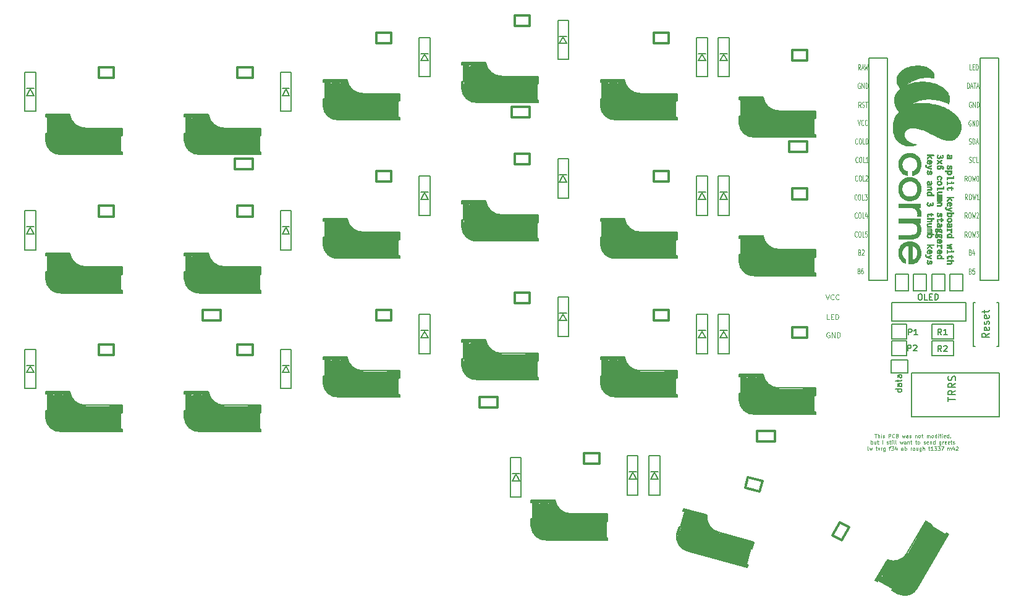
<source format=gto>
G04 #@! TF.GenerationSoftware,KiCad,Pcbnew,(5.1.6)-1*
G04 #@! TF.CreationDate,2020-05-17T06:20:34+03:00*
G04 #@! TF.ProjectId,corne-cherry,636f726e-652d-4636-9865-7272792e6b69,2.1*
G04 #@! TF.SameCoordinates,Original*
G04 #@! TF.FileFunction,Legend,Top*
G04 #@! TF.FilePolarity,Positive*
%FSLAX46Y46*%
G04 Gerber Fmt 4.6, Leading zero omitted, Abs format (unit mm)*
G04 Created by KiCad (PCBNEW (5.1.6)-1) date 2020-05-17 06:20:34*
%MOMM*%
%LPD*%
G01*
G04 APERTURE LIST*
%ADD10C,0.125000*%
%ADD11C,0.300000*%
%ADD12C,0.800000*%
%ADD13C,3.000000*%
%ADD14C,0.500000*%
%ADD15C,1.000000*%
%ADD16C,3.500000*%
%ADD17C,0.150000*%
%ADD18C,0.400000*%
%ADD19C,0.010000*%
%ADD20C,0.152400*%
G04 APERTURE END LIST*
D10*
X177665714Y-122041190D02*
X177951428Y-122041190D01*
X177808571Y-122541190D02*
X177808571Y-122041190D01*
X178118095Y-122541190D02*
X178118095Y-122041190D01*
X178332380Y-122541190D02*
X178332380Y-122279285D01*
X178308571Y-122231666D01*
X178260952Y-122207857D01*
X178189523Y-122207857D01*
X178141904Y-122231666D01*
X178118095Y-122255476D01*
X178570476Y-122541190D02*
X178570476Y-122207857D01*
X178570476Y-122041190D02*
X178546666Y-122065000D01*
X178570476Y-122088809D01*
X178594285Y-122065000D01*
X178570476Y-122041190D01*
X178570476Y-122088809D01*
X178784761Y-122517380D02*
X178832380Y-122541190D01*
X178927619Y-122541190D01*
X178975238Y-122517380D01*
X178999047Y-122469761D01*
X178999047Y-122445952D01*
X178975238Y-122398333D01*
X178927619Y-122374523D01*
X178856190Y-122374523D01*
X178808571Y-122350714D01*
X178784761Y-122303095D01*
X178784761Y-122279285D01*
X178808571Y-122231666D01*
X178856190Y-122207857D01*
X178927619Y-122207857D01*
X178975238Y-122231666D01*
X179594285Y-122541190D02*
X179594285Y-122041190D01*
X179784761Y-122041190D01*
X179832380Y-122065000D01*
X179856190Y-122088809D01*
X179880000Y-122136428D01*
X179880000Y-122207857D01*
X179856190Y-122255476D01*
X179832380Y-122279285D01*
X179784761Y-122303095D01*
X179594285Y-122303095D01*
X180380000Y-122493571D02*
X180356190Y-122517380D01*
X180284761Y-122541190D01*
X180237142Y-122541190D01*
X180165714Y-122517380D01*
X180118095Y-122469761D01*
X180094285Y-122422142D01*
X180070476Y-122326904D01*
X180070476Y-122255476D01*
X180094285Y-122160238D01*
X180118095Y-122112619D01*
X180165714Y-122065000D01*
X180237142Y-122041190D01*
X180284761Y-122041190D01*
X180356190Y-122065000D01*
X180380000Y-122088809D01*
X180760952Y-122279285D02*
X180832380Y-122303095D01*
X180856190Y-122326904D01*
X180880000Y-122374523D01*
X180880000Y-122445952D01*
X180856190Y-122493571D01*
X180832380Y-122517380D01*
X180784761Y-122541190D01*
X180594285Y-122541190D01*
X180594285Y-122041190D01*
X180760952Y-122041190D01*
X180808571Y-122065000D01*
X180832380Y-122088809D01*
X180856190Y-122136428D01*
X180856190Y-122184047D01*
X180832380Y-122231666D01*
X180808571Y-122255476D01*
X180760952Y-122279285D01*
X180594285Y-122279285D01*
X181427619Y-122207857D02*
X181522857Y-122541190D01*
X181618095Y-122303095D01*
X181713333Y-122541190D01*
X181808571Y-122207857D01*
X182213333Y-122541190D02*
X182213333Y-122279285D01*
X182189523Y-122231666D01*
X182141904Y-122207857D01*
X182046666Y-122207857D01*
X181999047Y-122231666D01*
X182213333Y-122517380D02*
X182165714Y-122541190D01*
X182046666Y-122541190D01*
X181999047Y-122517380D01*
X181975238Y-122469761D01*
X181975238Y-122422142D01*
X181999047Y-122374523D01*
X182046666Y-122350714D01*
X182165714Y-122350714D01*
X182213333Y-122326904D01*
X182427619Y-122517380D02*
X182475238Y-122541190D01*
X182570476Y-122541190D01*
X182618095Y-122517380D01*
X182641904Y-122469761D01*
X182641904Y-122445952D01*
X182618095Y-122398333D01*
X182570476Y-122374523D01*
X182499047Y-122374523D01*
X182451428Y-122350714D01*
X182427619Y-122303095D01*
X182427619Y-122279285D01*
X182451428Y-122231666D01*
X182499047Y-122207857D01*
X182570476Y-122207857D01*
X182618095Y-122231666D01*
X183237142Y-122207857D02*
X183237142Y-122541190D01*
X183237142Y-122255476D02*
X183260952Y-122231666D01*
X183308571Y-122207857D01*
X183380000Y-122207857D01*
X183427619Y-122231666D01*
X183451428Y-122279285D01*
X183451428Y-122541190D01*
X183760952Y-122541190D02*
X183713333Y-122517380D01*
X183689523Y-122493571D01*
X183665714Y-122445952D01*
X183665714Y-122303095D01*
X183689523Y-122255476D01*
X183713333Y-122231666D01*
X183760952Y-122207857D01*
X183832380Y-122207857D01*
X183880000Y-122231666D01*
X183903809Y-122255476D01*
X183927619Y-122303095D01*
X183927619Y-122445952D01*
X183903809Y-122493571D01*
X183880000Y-122517380D01*
X183832380Y-122541190D01*
X183760952Y-122541190D01*
X184070476Y-122207857D02*
X184260952Y-122207857D01*
X184141904Y-122041190D02*
X184141904Y-122469761D01*
X184165714Y-122517380D01*
X184213333Y-122541190D01*
X184260952Y-122541190D01*
X184808571Y-122541190D02*
X184808571Y-122207857D01*
X184808571Y-122255476D02*
X184832380Y-122231666D01*
X184880000Y-122207857D01*
X184951428Y-122207857D01*
X184999047Y-122231666D01*
X185022857Y-122279285D01*
X185022857Y-122541190D01*
X185022857Y-122279285D02*
X185046666Y-122231666D01*
X185094285Y-122207857D01*
X185165714Y-122207857D01*
X185213333Y-122231666D01*
X185237142Y-122279285D01*
X185237142Y-122541190D01*
X185546666Y-122541190D02*
X185499047Y-122517380D01*
X185475238Y-122493571D01*
X185451428Y-122445952D01*
X185451428Y-122303095D01*
X185475238Y-122255476D01*
X185499047Y-122231666D01*
X185546666Y-122207857D01*
X185618095Y-122207857D01*
X185665714Y-122231666D01*
X185689523Y-122255476D01*
X185713333Y-122303095D01*
X185713333Y-122445952D01*
X185689523Y-122493571D01*
X185665714Y-122517380D01*
X185618095Y-122541190D01*
X185546666Y-122541190D01*
X186141904Y-122541190D02*
X186141904Y-122041190D01*
X186141904Y-122517380D02*
X186094285Y-122541190D01*
X185999047Y-122541190D01*
X185951428Y-122517380D01*
X185927619Y-122493571D01*
X185903809Y-122445952D01*
X185903809Y-122303095D01*
X185927619Y-122255476D01*
X185951428Y-122231666D01*
X185999047Y-122207857D01*
X186094285Y-122207857D01*
X186141904Y-122231666D01*
X186380000Y-122541190D02*
X186380000Y-122207857D01*
X186380000Y-122041190D02*
X186356190Y-122065000D01*
X186380000Y-122088809D01*
X186403809Y-122065000D01*
X186380000Y-122041190D01*
X186380000Y-122088809D01*
X186546666Y-122207857D02*
X186737142Y-122207857D01*
X186618095Y-122541190D02*
X186618095Y-122112619D01*
X186641904Y-122065000D01*
X186689523Y-122041190D01*
X186737142Y-122041190D01*
X186903809Y-122541190D02*
X186903809Y-122207857D01*
X186903809Y-122041190D02*
X186880000Y-122065000D01*
X186903809Y-122088809D01*
X186927619Y-122065000D01*
X186903809Y-122041190D01*
X186903809Y-122088809D01*
X187332380Y-122517380D02*
X187284761Y-122541190D01*
X187189523Y-122541190D01*
X187141904Y-122517380D01*
X187118095Y-122469761D01*
X187118095Y-122279285D01*
X187141904Y-122231666D01*
X187189523Y-122207857D01*
X187284761Y-122207857D01*
X187332380Y-122231666D01*
X187356190Y-122279285D01*
X187356190Y-122326904D01*
X187118095Y-122374523D01*
X187784761Y-122541190D02*
X187784761Y-122041190D01*
X187784761Y-122517380D02*
X187737142Y-122541190D01*
X187641904Y-122541190D01*
X187594285Y-122517380D01*
X187570476Y-122493571D01*
X187546666Y-122445952D01*
X187546666Y-122303095D01*
X187570476Y-122255476D01*
X187594285Y-122231666D01*
X187641904Y-122207857D01*
X187737142Y-122207857D01*
X187784761Y-122231666D01*
X188046666Y-122517380D02*
X188046666Y-122541190D01*
X188022857Y-122588809D01*
X187999047Y-122612619D01*
X177165714Y-123416190D02*
X177165714Y-122916190D01*
X177165714Y-123106666D02*
X177213333Y-123082857D01*
X177308571Y-123082857D01*
X177356190Y-123106666D01*
X177380000Y-123130476D01*
X177403809Y-123178095D01*
X177403809Y-123320952D01*
X177380000Y-123368571D01*
X177356190Y-123392380D01*
X177308571Y-123416190D01*
X177213333Y-123416190D01*
X177165714Y-123392380D01*
X177832380Y-123082857D02*
X177832380Y-123416190D01*
X177618095Y-123082857D02*
X177618095Y-123344761D01*
X177641904Y-123392380D01*
X177689523Y-123416190D01*
X177760952Y-123416190D01*
X177808571Y-123392380D01*
X177832380Y-123368571D01*
X177999047Y-123082857D02*
X178189523Y-123082857D01*
X178070476Y-122916190D02*
X178070476Y-123344761D01*
X178094285Y-123392380D01*
X178141904Y-123416190D01*
X178189523Y-123416190D01*
X178737142Y-123416190D02*
X178737142Y-122916190D01*
X179332380Y-123392380D02*
X179380000Y-123416190D01*
X179475238Y-123416190D01*
X179522857Y-123392380D01*
X179546666Y-123344761D01*
X179546666Y-123320952D01*
X179522857Y-123273333D01*
X179475238Y-123249523D01*
X179403809Y-123249523D01*
X179356190Y-123225714D01*
X179332380Y-123178095D01*
X179332380Y-123154285D01*
X179356190Y-123106666D01*
X179403809Y-123082857D01*
X179475238Y-123082857D01*
X179522857Y-123106666D01*
X179689523Y-123082857D02*
X179880000Y-123082857D01*
X179760952Y-122916190D02*
X179760952Y-123344761D01*
X179784761Y-123392380D01*
X179832380Y-123416190D01*
X179880000Y-123416190D01*
X180046666Y-123416190D02*
X180046666Y-123082857D01*
X180046666Y-122916190D02*
X180022857Y-122940000D01*
X180046666Y-122963809D01*
X180070476Y-122940000D01*
X180046666Y-122916190D01*
X180046666Y-122963809D01*
X180356190Y-123416190D02*
X180308571Y-123392380D01*
X180284761Y-123344761D01*
X180284761Y-122916190D01*
X180618095Y-123416190D02*
X180570476Y-123392380D01*
X180546666Y-123344761D01*
X180546666Y-122916190D01*
X181141904Y-123082857D02*
X181237142Y-123416190D01*
X181332380Y-123178095D01*
X181427619Y-123416190D01*
X181522857Y-123082857D01*
X181927619Y-123416190D02*
X181927619Y-123154285D01*
X181903809Y-123106666D01*
X181856190Y-123082857D01*
X181760952Y-123082857D01*
X181713333Y-123106666D01*
X181927619Y-123392380D02*
X181880000Y-123416190D01*
X181760952Y-123416190D01*
X181713333Y-123392380D01*
X181689523Y-123344761D01*
X181689523Y-123297142D01*
X181713333Y-123249523D01*
X181760952Y-123225714D01*
X181880000Y-123225714D01*
X181927619Y-123201904D01*
X182165714Y-123082857D02*
X182165714Y-123416190D01*
X182165714Y-123130476D02*
X182189523Y-123106666D01*
X182237142Y-123082857D01*
X182308571Y-123082857D01*
X182356190Y-123106666D01*
X182380000Y-123154285D01*
X182380000Y-123416190D01*
X182546666Y-123082857D02*
X182737142Y-123082857D01*
X182618095Y-122916190D02*
X182618095Y-123344761D01*
X182641904Y-123392380D01*
X182689523Y-123416190D01*
X182737142Y-123416190D01*
X183213333Y-123082857D02*
X183403809Y-123082857D01*
X183284761Y-122916190D02*
X183284761Y-123344761D01*
X183308571Y-123392380D01*
X183356190Y-123416190D01*
X183403809Y-123416190D01*
X183641904Y-123416190D02*
X183594285Y-123392380D01*
X183570476Y-123368571D01*
X183546666Y-123320952D01*
X183546666Y-123178095D01*
X183570476Y-123130476D01*
X183594285Y-123106666D01*
X183641904Y-123082857D01*
X183713333Y-123082857D01*
X183760952Y-123106666D01*
X183784761Y-123130476D01*
X183808571Y-123178095D01*
X183808571Y-123320952D01*
X183784761Y-123368571D01*
X183760952Y-123392380D01*
X183713333Y-123416190D01*
X183641904Y-123416190D01*
X184380000Y-123392380D02*
X184427619Y-123416190D01*
X184522857Y-123416190D01*
X184570476Y-123392380D01*
X184594285Y-123344761D01*
X184594285Y-123320952D01*
X184570476Y-123273333D01*
X184522857Y-123249523D01*
X184451428Y-123249523D01*
X184403809Y-123225714D01*
X184380000Y-123178095D01*
X184380000Y-123154285D01*
X184403809Y-123106666D01*
X184451428Y-123082857D01*
X184522857Y-123082857D01*
X184570476Y-123106666D01*
X184999047Y-123392380D02*
X184951428Y-123416190D01*
X184856190Y-123416190D01*
X184808571Y-123392380D01*
X184784761Y-123344761D01*
X184784761Y-123154285D01*
X184808571Y-123106666D01*
X184856190Y-123082857D01*
X184951428Y-123082857D01*
X184999047Y-123106666D01*
X185022857Y-123154285D01*
X185022857Y-123201904D01*
X184784761Y-123249523D01*
X185237142Y-123082857D02*
X185237142Y-123416190D01*
X185237142Y-123130476D02*
X185260952Y-123106666D01*
X185308571Y-123082857D01*
X185380000Y-123082857D01*
X185427619Y-123106666D01*
X185451428Y-123154285D01*
X185451428Y-123416190D01*
X185903809Y-123416190D02*
X185903809Y-122916190D01*
X185903809Y-123392380D02*
X185856190Y-123416190D01*
X185760952Y-123416190D01*
X185713333Y-123392380D01*
X185689523Y-123368571D01*
X185665714Y-123320952D01*
X185665714Y-123178095D01*
X185689523Y-123130476D01*
X185713333Y-123106666D01*
X185760952Y-123082857D01*
X185856190Y-123082857D01*
X185903809Y-123106666D01*
X186737142Y-123082857D02*
X186737142Y-123487619D01*
X186713333Y-123535238D01*
X186689523Y-123559047D01*
X186641904Y-123582857D01*
X186570476Y-123582857D01*
X186522857Y-123559047D01*
X186737142Y-123392380D02*
X186689523Y-123416190D01*
X186594285Y-123416190D01*
X186546666Y-123392380D01*
X186522857Y-123368571D01*
X186499047Y-123320952D01*
X186499047Y-123178095D01*
X186522857Y-123130476D01*
X186546666Y-123106666D01*
X186594285Y-123082857D01*
X186689523Y-123082857D01*
X186737142Y-123106666D01*
X186975238Y-123416190D02*
X186975238Y-123082857D01*
X186975238Y-123178095D02*
X186999047Y-123130476D01*
X187022857Y-123106666D01*
X187070476Y-123082857D01*
X187118095Y-123082857D01*
X187475238Y-123392380D02*
X187427619Y-123416190D01*
X187332380Y-123416190D01*
X187284761Y-123392380D01*
X187260952Y-123344761D01*
X187260952Y-123154285D01*
X187284761Y-123106666D01*
X187332380Y-123082857D01*
X187427619Y-123082857D01*
X187475238Y-123106666D01*
X187499047Y-123154285D01*
X187499047Y-123201904D01*
X187260952Y-123249523D01*
X187903809Y-123392380D02*
X187856190Y-123416190D01*
X187760952Y-123416190D01*
X187713333Y-123392380D01*
X187689523Y-123344761D01*
X187689523Y-123154285D01*
X187713333Y-123106666D01*
X187760952Y-123082857D01*
X187856190Y-123082857D01*
X187903809Y-123106666D01*
X187927619Y-123154285D01*
X187927619Y-123201904D01*
X187689523Y-123249523D01*
X188070476Y-123082857D02*
X188260952Y-123082857D01*
X188141904Y-122916190D02*
X188141904Y-123344761D01*
X188165714Y-123392380D01*
X188213333Y-123416190D01*
X188260952Y-123416190D01*
X188403809Y-123392380D02*
X188451428Y-123416190D01*
X188546666Y-123416190D01*
X188594285Y-123392380D01*
X188618095Y-123344761D01*
X188618095Y-123320952D01*
X188594285Y-123273333D01*
X188546666Y-123249523D01*
X188475238Y-123249523D01*
X188427619Y-123225714D01*
X188403809Y-123178095D01*
X188403809Y-123154285D01*
X188427619Y-123106666D01*
X188475238Y-123082857D01*
X188546666Y-123082857D01*
X188594285Y-123106666D01*
X176784761Y-124291190D02*
X176737142Y-124267380D01*
X176713333Y-124219761D01*
X176713333Y-123791190D01*
X176927619Y-123957857D02*
X177022857Y-124291190D01*
X177118095Y-124053095D01*
X177213333Y-124291190D01*
X177308571Y-123957857D01*
X177808571Y-123957857D02*
X177999047Y-123957857D01*
X177880000Y-123791190D02*
X177880000Y-124219761D01*
X177903809Y-124267380D01*
X177951428Y-124291190D01*
X177999047Y-124291190D01*
X178118095Y-123957857D02*
X178237142Y-124291190D01*
X178356190Y-123957857D01*
X178546666Y-124291190D02*
X178546666Y-123957857D01*
X178546666Y-124053095D02*
X178570476Y-124005476D01*
X178594285Y-123981666D01*
X178641904Y-123957857D01*
X178689523Y-123957857D01*
X179070476Y-123957857D02*
X179070476Y-124362619D01*
X179046666Y-124410238D01*
X179022857Y-124434047D01*
X178975238Y-124457857D01*
X178903809Y-124457857D01*
X178856190Y-124434047D01*
X179070476Y-124267380D02*
X179022857Y-124291190D01*
X178927619Y-124291190D01*
X178880000Y-124267380D01*
X178856190Y-124243571D01*
X178832380Y-124195952D01*
X178832380Y-124053095D01*
X178856190Y-124005476D01*
X178880000Y-123981666D01*
X178927619Y-123957857D01*
X179022857Y-123957857D01*
X179070476Y-123981666D01*
X179618095Y-123957857D02*
X179808571Y-123957857D01*
X179689523Y-124291190D02*
X179689523Y-123862619D01*
X179713333Y-123815000D01*
X179760952Y-123791190D01*
X179808571Y-123791190D01*
X179927619Y-123791190D02*
X180237142Y-123791190D01*
X180070476Y-123981666D01*
X180141904Y-123981666D01*
X180189523Y-124005476D01*
X180213333Y-124029285D01*
X180237142Y-124076904D01*
X180237142Y-124195952D01*
X180213333Y-124243571D01*
X180189523Y-124267380D01*
X180141904Y-124291190D01*
X179999047Y-124291190D01*
X179951428Y-124267380D01*
X179927619Y-124243571D01*
X180665714Y-123957857D02*
X180665714Y-124291190D01*
X180546666Y-123767380D02*
X180427619Y-124124523D01*
X180737142Y-124124523D01*
X181522857Y-124291190D02*
X181522857Y-124029285D01*
X181499047Y-123981666D01*
X181451428Y-123957857D01*
X181356190Y-123957857D01*
X181308571Y-123981666D01*
X181522857Y-124267380D02*
X181475238Y-124291190D01*
X181356190Y-124291190D01*
X181308571Y-124267380D01*
X181284761Y-124219761D01*
X181284761Y-124172142D01*
X181308571Y-124124523D01*
X181356190Y-124100714D01*
X181475238Y-124100714D01*
X181522857Y-124076904D01*
X181760952Y-124291190D02*
X181760952Y-123791190D01*
X181760952Y-123981666D02*
X181808571Y-123957857D01*
X181903809Y-123957857D01*
X181951428Y-123981666D01*
X181975238Y-124005476D01*
X181999047Y-124053095D01*
X181999047Y-124195952D01*
X181975238Y-124243571D01*
X181951428Y-124267380D01*
X181903809Y-124291190D01*
X181808571Y-124291190D01*
X181760952Y-124267380D01*
X182594285Y-124291190D02*
X182594285Y-123957857D01*
X182594285Y-124053095D02*
X182618095Y-124005476D01*
X182641904Y-123981666D01*
X182689523Y-123957857D01*
X182737142Y-123957857D01*
X182975238Y-124291190D02*
X182927619Y-124267380D01*
X182903809Y-124243571D01*
X182880000Y-124195952D01*
X182880000Y-124053095D01*
X182903809Y-124005476D01*
X182927619Y-123981666D01*
X182975238Y-123957857D01*
X183046666Y-123957857D01*
X183094285Y-123981666D01*
X183118095Y-124005476D01*
X183141904Y-124053095D01*
X183141904Y-124195952D01*
X183118095Y-124243571D01*
X183094285Y-124267380D01*
X183046666Y-124291190D01*
X182975238Y-124291190D01*
X183570476Y-123957857D02*
X183570476Y-124291190D01*
X183356190Y-123957857D02*
X183356190Y-124219761D01*
X183380000Y-124267380D01*
X183427619Y-124291190D01*
X183499047Y-124291190D01*
X183546666Y-124267380D01*
X183570476Y-124243571D01*
X184022857Y-123957857D02*
X184022857Y-124362619D01*
X183999047Y-124410238D01*
X183975238Y-124434047D01*
X183927619Y-124457857D01*
X183856190Y-124457857D01*
X183808571Y-124434047D01*
X184022857Y-124267380D02*
X183975238Y-124291190D01*
X183880000Y-124291190D01*
X183832380Y-124267380D01*
X183808571Y-124243571D01*
X183784761Y-124195952D01*
X183784761Y-124053095D01*
X183808571Y-124005476D01*
X183832380Y-123981666D01*
X183880000Y-123957857D01*
X183975238Y-123957857D01*
X184022857Y-123981666D01*
X184260952Y-124291190D02*
X184260952Y-123791190D01*
X184475238Y-124291190D02*
X184475238Y-124029285D01*
X184451428Y-123981666D01*
X184403809Y-123957857D01*
X184332380Y-123957857D01*
X184284761Y-123981666D01*
X184260952Y-124005476D01*
X185022857Y-123957857D02*
X185213333Y-123957857D01*
X185094285Y-123791190D02*
X185094285Y-124219761D01*
X185118095Y-124267380D01*
X185165714Y-124291190D01*
X185213333Y-124291190D01*
X185641904Y-124291190D02*
X185356190Y-124291190D01*
X185499047Y-124291190D02*
X185499047Y-123791190D01*
X185451428Y-123862619D01*
X185403809Y-123910238D01*
X185356190Y-123934047D01*
X185808571Y-123791190D02*
X186118095Y-123791190D01*
X185951428Y-123981666D01*
X186022857Y-123981666D01*
X186070476Y-124005476D01*
X186094285Y-124029285D01*
X186118095Y-124076904D01*
X186118095Y-124195952D01*
X186094285Y-124243571D01*
X186070476Y-124267380D01*
X186022857Y-124291190D01*
X185880000Y-124291190D01*
X185832380Y-124267380D01*
X185808571Y-124243571D01*
X186284761Y-123791190D02*
X186594285Y-123791190D01*
X186427619Y-123981666D01*
X186499047Y-123981666D01*
X186546666Y-124005476D01*
X186570476Y-124029285D01*
X186594285Y-124076904D01*
X186594285Y-124195952D01*
X186570476Y-124243571D01*
X186546666Y-124267380D01*
X186499047Y-124291190D01*
X186356190Y-124291190D01*
X186308571Y-124267380D01*
X186284761Y-124243571D01*
X186760952Y-123791190D02*
X187094285Y-123791190D01*
X186880000Y-124291190D01*
X187665714Y-124291190D02*
X187665714Y-123957857D01*
X187665714Y-124005476D02*
X187689523Y-123981666D01*
X187737142Y-123957857D01*
X187808571Y-123957857D01*
X187856190Y-123981666D01*
X187880000Y-124029285D01*
X187880000Y-124291190D01*
X187880000Y-124029285D02*
X187903809Y-123981666D01*
X187951428Y-123957857D01*
X188022857Y-123957857D01*
X188070476Y-123981666D01*
X188094285Y-124029285D01*
X188094285Y-124291190D01*
X188546666Y-123957857D02*
X188546666Y-124291190D01*
X188427619Y-123767380D02*
X188308571Y-124124523D01*
X188618095Y-124124523D01*
X188784761Y-123838809D02*
X188808571Y-123815000D01*
X188856190Y-123791190D01*
X188975238Y-123791190D01*
X189022857Y-123815000D01*
X189046666Y-123838809D01*
X189070476Y-123886428D01*
X189070476Y-123934047D01*
X189046666Y-124005476D01*
X188760952Y-124291190D01*
X189070476Y-124291190D01*
X171450000Y-106316666D02*
X171116666Y-106316666D01*
X171116666Y-105616666D01*
X171683333Y-105950000D02*
X171916666Y-105950000D01*
X172016666Y-106316666D02*
X171683333Y-106316666D01*
X171683333Y-105616666D01*
X172016666Y-105616666D01*
X172316666Y-106316666D02*
X172316666Y-105616666D01*
X172483333Y-105616666D01*
X172583333Y-105650000D01*
X172650000Y-105716666D01*
X172683333Y-105783333D01*
X172716666Y-105916666D01*
X172716666Y-106016666D01*
X172683333Y-106150000D01*
X172650000Y-106216666D01*
X172583333Y-106283333D01*
X172483333Y-106316666D01*
X172316666Y-106316666D01*
X171466666Y-108150000D02*
X171400000Y-108116666D01*
X171300000Y-108116666D01*
X171200000Y-108150000D01*
X171133333Y-108216666D01*
X171100000Y-108283333D01*
X171066666Y-108416666D01*
X171066666Y-108516666D01*
X171100000Y-108650000D01*
X171133333Y-108716666D01*
X171200000Y-108783333D01*
X171300000Y-108816666D01*
X171366666Y-108816666D01*
X171466666Y-108783333D01*
X171500000Y-108750000D01*
X171500000Y-108516666D01*
X171366666Y-108516666D01*
X171800000Y-108816666D02*
X171800000Y-108116666D01*
X172200000Y-108816666D01*
X172200000Y-108116666D01*
X172533333Y-108816666D02*
X172533333Y-108116666D01*
X172700000Y-108116666D01*
X172800000Y-108150000D01*
X172866666Y-108216666D01*
X172900000Y-108283333D01*
X172933333Y-108416666D01*
X172933333Y-108516666D01*
X172900000Y-108650000D01*
X172866666Y-108716666D01*
X172800000Y-108783333D01*
X172700000Y-108816666D01*
X172533333Y-108816666D01*
X170966666Y-102916666D02*
X171200000Y-103616666D01*
X171433333Y-102916666D01*
X172066666Y-103550000D02*
X172033333Y-103583333D01*
X171933333Y-103616666D01*
X171866666Y-103616666D01*
X171766666Y-103583333D01*
X171700000Y-103516666D01*
X171666666Y-103450000D01*
X171633333Y-103316666D01*
X171633333Y-103216666D01*
X171666666Y-103083333D01*
X171700000Y-103016666D01*
X171766666Y-102950000D01*
X171866666Y-102916666D01*
X171933333Y-102916666D01*
X172033333Y-102950000D01*
X172066666Y-102983333D01*
X172766666Y-103550000D02*
X172733333Y-103583333D01*
X172633333Y-103616666D01*
X172566666Y-103616666D01*
X172466666Y-103583333D01*
X172400000Y-103516666D01*
X172366666Y-103450000D01*
X172333333Y-103316666D01*
X172333333Y-103216666D01*
X172366666Y-103083333D01*
X172400000Y-103016666D01*
X172466666Y-102950000D01*
X172566666Y-102916666D01*
X172633333Y-102916666D01*
X172733333Y-102950000D01*
X172766666Y-102983333D01*
D11*
X180140897Y-143422946D02*
X180920319Y-143872947D01*
D12*
X178485641Y-141889935D02*
X180044486Y-142789935D01*
D13*
X182081730Y-142661326D02*
X180141833Y-141541326D01*
D14*
X184757884Y-134426091D02*
X184057884Y-135638526D01*
D15*
X186896152Y-136122501D02*
X184731089Y-134872501D01*
D16*
X185206922Y-136648334D02*
X181856922Y-142450704D01*
D17*
X184648076Y-134016283D02*
X185514102Y-134516283D01*
X185514102Y-134516283D02*
X185414102Y-134689488D01*
X185404102Y-134706809D02*
X187352659Y-135831809D01*
X187362659Y-135814488D02*
X187462659Y-135641283D01*
X180004294Y-143459550D02*
X180104294Y-143286345D01*
X180119294Y-143260364D02*
X178179397Y-142140364D01*
X178164397Y-142166345D02*
X178064397Y-142339550D01*
X177752628Y-142159550D02*
X178064397Y-142339550D01*
X180870319Y-143959550D02*
X180004294Y-143459550D01*
X177752628Y-142159550D02*
X179392628Y-139318987D01*
X182148076Y-138346410D02*
X184648076Y-134016283D01*
X187765768Y-135816283D02*
X183565769Y-143090897D01*
X187462659Y-135641283D02*
X187765768Y-135816283D01*
D14*
X178025833Y-142086345D02*
X179375833Y-139748076D01*
D18*
X187492563Y-135889488D02*
X186792563Y-137101924D01*
X185327499Y-134639488D02*
X184721281Y-134289488D01*
D15*
X179559473Y-139872943D02*
G75*
G03*
X182294486Y-138892820I823238J2008831D01*
G01*
D17*
X180870319Y-143959551D02*
G75*
G03*
X183565769Y-143090897I913398J1782052D01*
G01*
X179413063Y-139326533D02*
G75*
G03*
X182148076Y-138346410I823238J2008831D01*
G01*
D11*
X64200001Y-80925000D02*
X64200000Y-81824999D01*
D12*
X64700000Y-78725000D02*
X64700000Y-80525000D01*
D13*
X65830000Y-82225000D02*
X65830000Y-79985000D01*
D14*
X74300000Y-80425000D02*
X72900000Y-80425000D01*
D15*
X73900000Y-83125000D02*
X73900000Y-80625000D01*
D16*
X72600000Y-81925000D02*
X65900000Y-81925000D01*
D17*
X74600000Y-80125000D02*
X74600000Y-81125000D01*
X74600000Y-81125000D02*
X74400000Y-81125000D01*
X74380000Y-81125000D02*
X74380000Y-83375000D01*
X74400000Y-83375000D02*
X74600000Y-83375000D01*
X64100000Y-80825000D02*
X64300000Y-80825000D01*
X64330000Y-80825000D02*
X64330000Y-78585000D01*
X64300000Y-78585000D02*
X64100000Y-78585000D01*
X64100000Y-78225000D02*
X64100000Y-78585000D01*
X64100000Y-81825000D02*
X64100000Y-80825000D01*
X64100000Y-78225000D02*
X67380000Y-78225000D01*
X69600000Y-80125000D02*
X74600000Y-80125000D01*
X74600000Y-83725000D02*
X66200000Y-83725001D01*
X74600000Y-83375000D02*
X74600000Y-83725000D01*
D14*
X64300000Y-78425000D02*
X67000000Y-78425000D01*
D18*
X74400000Y-83525000D02*
X73000000Y-83525000D01*
X74400000Y-81025000D02*
X74400000Y-80325000D01*
D15*
X66983682Y-78646471D02*
G75*
G03*
X69200000Y-80525000I2151318J291471D01*
G01*
D17*
X64099999Y-81825000D02*
G75*
G03*
X66200000Y-83725001I2000001J100000D01*
G01*
X67383682Y-78246471D02*
G75*
G03*
X69600000Y-80125000I2151318J291471D01*
G01*
D11*
X130700001Y-133800000D02*
X130700000Y-134699999D01*
D12*
X131200000Y-131600000D02*
X131200000Y-133400000D01*
D13*
X132330000Y-135100000D02*
X132330000Y-132860000D01*
D14*
X140800000Y-133300000D02*
X139400000Y-133300000D01*
D15*
X140400000Y-136000000D02*
X140400000Y-133500000D01*
D16*
X139100000Y-134800000D02*
X132400000Y-134800000D01*
D17*
X141100000Y-133000000D02*
X141100000Y-134000000D01*
X141100000Y-134000000D02*
X140900000Y-134000000D01*
X140880000Y-134000000D02*
X140880000Y-136250000D01*
X140900000Y-136250000D02*
X141100000Y-136250000D01*
X130600000Y-133700000D02*
X130800000Y-133700000D01*
X130830000Y-133700000D02*
X130830000Y-131460000D01*
X130800000Y-131460000D02*
X130600000Y-131460000D01*
X130600000Y-131100000D02*
X130600000Y-131460000D01*
X130600000Y-134700000D02*
X130600000Y-133700000D01*
X130600000Y-131100000D02*
X133880000Y-131100000D01*
X136100000Y-133000000D02*
X141100000Y-133000000D01*
X141100000Y-136600000D02*
X132700000Y-136600001D01*
X141100000Y-136250000D02*
X141100000Y-136600000D01*
D14*
X130800000Y-131300000D02*
X133500000Y-131300000D01*
D18*
X140900000Y-136400000D02*
X139500000Y-136400000D01*
X140900000Y-133900000D02*
X140900000Y-133200000D01*
D15*
X133483682Y-131521471D02*
G75*
G03*
X135700000Y-133400000I2151318J291471D01*
G01*
D17*
X130599999Y-134700000D02*
G75*
G03*
X132700000Y-136600001I2000001J100000D01*
G01*
X133883682Y-131121471D02*
G75*
G03*
X136100000Y-133000000I2151318J291471D01*
G01*
D11*
X159200001Y-116550000D02*
X159200000Y-117449999D01*
D12*
X159700000Y-114350000D02*
X159700000Y-116150000D01*
D13*
X160830000Y-117850000D02*
X160830000Y-115610000D01*
D14*
X169300000Y-116050000D02*
X167900000Y-116050000D01*
D15*
X168900000Y-118750000D02*
X168900000Y-116250000D01*
D16*
X167600000Y-117550000D02*
X160900000Y-117550000D01*
D17*
X169600000Y-115750000D02*
X169600000Y-116750000D01*
X169600000Y-116750000D02*
X169400000Y-116750000D01*
X169380000Y-116750000D02*
X169380000Y-119000000D01*
X169400000Y-119000000D02*
X169600000Y-119000000D01*
X159100000Y-116450000D02*
X159300000Y-116450000D01*
X159330000Y-116450000D02*
X159330000Y-114210000D01*
X159300000Y-114210000D02*
X159100000Y-114210000D01*
X159100000Y-113850000D02*
X159100000Y-114210000D01*
X159100000Y-117450000D02*
X159100000Y-116450000D01*
X159100000Y-113850000D02*
X162380000Y-113850000D01*
X164600000Y-115750000D02*
X169600000Y-115750000D01*
X169600000Y-119350000D02*
X161200000Y-119350001D01*
X169600000Y-119000000D02*
X169600000Y-119350000D01*
D14*
X159300000Y-114050000D02*
X162000000Y-114050000D01*
D18*
X169400000Y-119150000D02*
X168000000Y-119150000D01*
X169400000Y-116650000D02*
X169400000Y-115950000D01*
D15*
X161983682Y-114271471D02*
G75*
G03*
X164200000Y-116150000I2151318J291471D01*
G01*
D17*
X159099999Y-117450000D02*
G75*
G03*
X161200000Y-119350001I2000001J100000D01*
G01*
X162383682Y-113871471D02*
G75*
G03*
X164600000Y-115750000I2151318J291471D01*
G01*
D11*
X102200001Y-114175000D02*
X102200000Y-115074999D01*
D12*
X102700000Y-111975000D02*
X102700000Y-113775000D01*
D13*
X103830000Y-115475000D02*
X103830000Y-113235000D01*
D14*
X112300000Y-113675000D02*
X110900000Y-113675000D01*
D15*
X111900000Y-116375000D02*
X111900000Y-113875000D01*
D16*
X110600000Y-115175000D02*
X103900000Y-115175000D01*
D17*
X112600000Y-113375000D02*
X112600000Y-114375000D01*
X112600000Y-114375000D02*
X112400000Y-114375000D01*
X112380000Y-114375000D02*
X112380000Y-116625000D01*
X112400000Y-116625000D02*
X112600000Y-116625000D01*
X102100000Y-114075000D02*
X102300000Y-114075000D01*
X102330000Y-114075000D02*
X102330000Y-111835000D01*
X102300000Y-111835000D02*
X102100000Y-111835000D01*
X102100000Y-111475000D02*
X102100000Y-111835000D01*
X102100000Y-115075000D02*
X102100000Y-114075000D01*
X102100000Y-111475000D02*
X105380000Y-111475000D01*
X107600000Y-113375000D02*
X112600000Y-113375000D01*
X112600000Y-116975000D02*
X104200000Y-116975001D01*
X112600000Y-116625000D02*
X112600000Y-116975000D01*
D14*
X102300000Y-111675000D02*
X105000000Y-111675000D01*
D18*
X112400000Y-116775000D02*
X111000000Y-116775000D01*
X112400000Y-114275000D02*
X112400000Y-113575000D01*
D15*
X104983682Y-111896471D02*
G75*
G03*
X107200000Y-113775000I2151318J291471D01*
G01*
D17*
X102099999Y-115075000D02*
G75*
G03*
X104200000Y-116975001I2000001J100000D01*
G01*
X105383682Y-111496471D02*
G75*
G03*
X107600000Y-113375000I2151318J291471D01*
G01*
D11*
X83200001Y-118925000D02*
X83200000Y-119824999D01*
D12*
X83700000Y-116725000D02*
X83700000Y-118525000D01*
D13*
X84830000Y-120225000D02*
X84830000Y-117985000D01*
D14*
X93300000Y-118425000D02*
X91900000Y-118425000D01*
D15*
X92900000Y-121125000D02*
X92900000Y-118625000D01*
D16*
X91600000Y-119925000D02*
X84900000Y-119925000D01*
D17*
X93600000Y-118125000D02*
X93600000Y-119125000D01*
X93600000Y-119125000D02*
X93400000Y-119125000D01*
X93380000Y-119125000D02*
X93380000Y-121375000D01*
X93400000Y-121375000D02*
X93600000Y-121375000D01*
X83100000Y-118825000D02*
X83300000Y-118825000D01*
X83330000Y-118825000D02*
X83330000Y-116585000D01*
X83300000Y-116585000D02*
X83100000Y-116585000D01*
X83100000Y-116225000D02*
X83100000Y-116585000D01*
X83100000Y-119825000D02*
X83100000Y-118825000D01*
X83100000Y-116225000D02*
X86380000Y-116225000D01*
X88600000Y-118125000D02*
X93600000Y-118125000D01*
X93600000Y-121725000D02*
X85200000Y-121725001D01*
X93600000Y-121375000D02*
X93600000Y-121725000D01*
D14*
X83300000Y-116425000D02*
X86000000Y-116425000D01*
D18*
X93400000Y-121525000D02*
X92000000Y-121525000D01*
X93400000Y-119025000D02*
X93400000Y-118325000D01*
D15*
X85983682Y-116646471D02*
G75*
G03*
X88200000Y-118525000I2151318J291471D01*
G01*
D17*
X83099999Y-119825000D02*
G75*
G03*
X85200000Y-121725001I2000001J100000D01*
G01*
X86383682Y-116246471D02*
G75*
G03*
X88600000Y-118125000I2151318J291471D01*
G01*
D11*
X64200001Y-118925000D02*
X64200000Y-119824999D01*
D12*
X64700000Y-116725000D02*
X64700000Y-118525000D01*
D13*
X65830000Y-120225000D02*
X65830000Y-117985000D01*
D14*
X74300000Y-118425000D02*
X72900000Y-118425000D01*
D15*
X73900000Y-121125000D02*
X73900000Y-118625000D01*
D16*
X72600000Y-119925000D02*
X65900000Y-119925000D01*
D17*
X74600000Y-118125000D02*
X74600000Y-119125000D01*
X74600000Y-119125000D02*
X74400000Y-119125000D01*
X74380000Y-119125000D02*
X74380000Y-121375000D01*
X74400000Y-121375000D02*
X74600000Y-121375000D01*
X64100000Y-118825000D02*
X64300000Y-118825000D01*
X64330000Y-118825000D02*
X64330000Y-116585000D01*
X64300000Y-116585000D02*
X64100000Y-116585000D01*
X64100000Y-116225000D02*
X64100000Y-116585000D01*
X64100000Y-119825000D02*
X64100000Y-118825000D01*
X64100000Y-116225000D02*
X67380000Y-116225000D01*
X69600000Y-118125000D02*
X74600000Y-118125000D01*
X74600000Y-121725000D02*
X66200000Y-121725001D01*
X74600000Y-121375000D02*
X74600000Y-121725000D01*
D14*
X64300000Y-116425000D02*
X67000000Y-116425000D01*
D18*
X74400000Y-121525000D02*
X73000000Y-121525000D01*
X74400000Y-119025000D02*
X74400000Y-118325000D01*
D15*
X66983682Y-116646471D02*
G75*
G03*
X69200000Y-118525000I2151318J291471D01*
G01*
D17*
X64099999Y-119825000D02*
G75*
G03*
X66200000Y-121725001I2000001J100000D01*
G01*
X67383682Y-116246471D02*
G75*
G03*
X69600000Y-118125000I2151318J291471D01*
G01*
D11*
X159200001Y-97550000D02*
X159200000Y-98449999D01*
D12*
X159700000Y-95350000D02*
X159700000Y-97150000D01*
D13*
X160830000Y-98850000D02*
X160830000Y-96610000D01*
D14*
X169300000Y-97050000D02*
X167900000Y-97050000D01*
D15*
X168900000Y-99750000D02*
X168900000Y-97250000D01*
D16*
X167600000Y-98550000D02*
X160900000Y-98550000D01*
D17*
X169600000Y-96750000D02*
X169600000Y-97750000D01*
X169600000Y-97750000D02*
X169400000Y-97750000D01*
X169380000Y-97750000D02*
X169380000Y-100000000D01*
X169400000Y-100000000D02*
X169600000Y-100000000D01*
X159100000Y-97450000D02*
X159300000Y-97450000D01*
X159330000Y-97450000D02*
X159330000Y-95210000D01*
X159300000Y-95210000D02*
X159100000Y-95210000D01*
X159100000Y-94850000D02*
X159100000Y-95210000D01*
X159100000Y-98450000D02*
X159100000Y-97450000D01*
X159100000Y-94850000D02*
X162380000Y-94850000D01*
X164600000Y-96750000D02*
X169600000Y-96750000D01*
X169600000Y-100350000D02*
X161200000Y-100350001D01*
X169600000Y-100000000D02*
X169600000Y-100350000D01*
D14*
X159300000Y-95050000D02*
X162000000Y-95050000D01*
D18*
X169400000Y-100150000D02*
X168000000Y-100150000D01*
X169400000Y-97650000D02*
X169400000Y-96950000D01*
D15*
X161983682Y-95271471D02*
G75*
G03*
X164200000Y-97150000I2151318J291471D01*
G01*
D17*
X159099999Y-98450000D02*
G75*
G03*
X161200000Y-100350001I2000001J100000D01*
G01*
X162383682Y-94871471D02*
G75*
G03*
X164600000Y-96750000I2151318J291471D01*
G01*
D11*
X140200001Y-95175000D02*
X140200000Y-96074999D01*
D12*
X140700000Y-92975000D02*
X140700000Y-94775000D01*
D13*
X141830000Y-96475000D02*
X141830000Y-94235000D01*
D14*
X150300000Y-94675000D02*
X148900000Y-94675000D01*
D15*
X149900000Y-97375000D02*
X149900000Y-94875000D01*
D16*
X148600000Y-96175000D02*
X141900000Y-96175000D01*
D17*
X150600000Y-94375000D02*
X150600000Y-95375000D01*
X150600000Y-95375000D02*
X150400000Y-95375000D01*
X150380000Y-95375000D02*
X150380000Y-97625000D01*
X150400000Y-97625000D02*
X150600000Y-97625000D01*
X140100000Y-95075000D02*
X140300000Y-95075000D01*
X140330000Y-95075000D02*
X140330000Y-92835000D01*
X140300000Y-92835000D02*
X140100000Y-92835000D01*
X140100000Y-92475000D02*
X140100000Y-92835000D01*
X140100000Y-96075000D02*
X140100000Y-95075000D01*
X140100000Y-92475000D02*
X143380000Y-92475000D01*
X145600000Y-94375000D02*
X150600000Y-94375000D01*
X150600000Y-97975000D02*
X142200000Y-97975001D01*
X150600000Y-97625000D02*
X150600000Y-97975000D01*
D14*
X140300000Y-92675000D02*
X143000000Y-92675000D01*
D18*
X150400000Y-97775000D02*
X149000000Y-97775000D01*
X150400000Y-95275000D02*
X150400000Y-94575000D01*
D15*
X142983682Y-92896471D02*
G75*
G03*
X145200000Y-94775000I2151318J291471D01*
G01*
D17*
X140099999Y-96075000D02*
G75*
G03*
X142200000Y-97975001I2000001J100000D01*
G01*
X143383682Y-92496471D02*
G75*
G03*
X145600000Y-94375000I2151318J291471D01*
G01*
D11*
X121200001Y-92800000D02*
X121200000Y-93699999D01*
D12*
X121700000Y-90600000D02*
X121700000Y-92400000D01*
D13*
X122830000Y-94100000D02*
X122830000Y-91860000D01*
D14*
X131300000Y-92300000D02*
X129900000Y-92300000D01*
D15*
X130900000Y-95000000D02*
X130900000Y-92500000D01*
D16*
X129600000Y-93800000D02*
X122900000Y-93800000D01*
D17*
X131600000Y-92000000D02*
X131600000Y-93000000D01*
X131600000Y-93000000D02*
X131400000Y-93000000D01*
X131380000Y-93000000D02*
X131380000Y-95250000D01*
X131400000Y-95250000D02*
X131600000Y-95250000D01*
X121100000Y-92700000D02*
X121300000Y-92700000D01*
X121330000Y-92700000D02*
X121330000Y-90460000D01*
X121300000Y-90460000D02*
X121100000Y-90460000D01*
X121100000Y-90100000D02*
X121100000Y-90460000D01*
X121100000Y-93700000D02*
X121100000Y-92700000D01*
X121100000Y-90100000D02*
X124380000Y-90100000D01*
X126600000Y-92000000D02*
X131600000Y-92000000D01*
X131600000Y-95600000D02*
X123200000Y-95600001D01*
X131600000Y-95250000D02*
X131600000Y-95600000D01*
D14*
X121300000Y-90300000D02*
X124000000Y-90300000D01*
D18*
X131400000Y-95400000D02*
X130000000Y-95400000D01*
X131400000Y-92900000D02*
X131400000Y-92200000D01*
D15*
X123983682Y-90521471D02*
G75*
G03*
X126200000Y-92400000I2151318J291471D01*
G01*
D17*
X121099999Y-93700000D02*
G75*
G03*
X123200000Y-95600001I2000001J100000D01*
G01*
X124383682Y-90121471D02*
G75*
G03*
X126600000Y-92000000I2151318J291471D01*
G01*
D11*
X102200001Y-95175000D02*
X102200000Y-96074999D01*
D12*
X102700000Y-92975000D02*
X102700000Y-94775000D01*
D13*
X103830000Y-96475000D02*
X103830000Y-94235000D01*
D14*
X112300000Y-94675000D02*
X110900000Y-94675000D01*
D15*
X111900000Y-97375000D02*
X111900000Y-94875000D01*
D16*
X110600000Y-96175000D02*
X103900000Y-96175000D01*
D17*
X112600000Y-94375000D02*
X112600000Y-95375000D01*
X112600000Y-95375000D02*
X112400000Y-95375000D01*
X112380000Y-95375000D02*
X112380000Y-97625000D01*
X112400000Y-97625000D02*
X112600000Y-97625000D01*
X102100000Y-95075000D02*
X102300000Y-95075000D01*
X102330000Y-95075000D02*
X102330000Y-92835000D01*
X102300000Y-92835000D02*
X102100000Y-92835000D01*
X102100000Y-92475000D02*
X102100000Y-92835000D01*
X102100000Y-96075000D02*
X102100000Y-95075000D01*
X102100000Y-92475000D02*
X105380000Y-92475000D01*
X107600000Y-94375000D02*
X112600000Y-94375000D01*
X112600000Y-97975000D02*
X104200000Y-97975001D01*
X112600000Y-97625000D02*
X112600000Y-97975000D01*
D14*
X102300000Y-92675000D02*
X105000000Y-92675000D01*
D18*
X112400000Y-97775000D02*
X111000000Y-97775000D01*
X112400000Y-95275000D02*
X112400000Y-94575000D01*
D15*
X104983682Y-92896471D02*
G75*
G03*
X107200000Y-94775000I2151318J291471D01*
G01*
D17*
X102099999Y-96075000D02*
G75*
G03*
X104200000Y-97975001I2000001J100000D01*
G01*
X105383682Y-92496471D02*
G75*
G03*
X107600000Y-94375000I2151318J291471D01*
G01*
D11*
X83200001Y-99925000D02*
X83200000Y-100824999D01*
D12*
X83700000Y-97725000D02*
X83700000Y-99525000D01*
D13*
X84830000Y-101225000D02*
X84830000Y-98985000D01*
D14*
X93300000Y-99425000D02*
X91900000Y-99425000D01*
D15*
X92900000Y-102125000D02*
X92900000Y-99625000D01*
D16*
X91600000Y-100925000D02*
X84900000Y-100925000D01*
D17*
X93600000Y-99125000D02*
X93600000Y-100125000D01*
X93600000Y-100125000D02*
X93400000Y-100125000D01*
X93380000Y-100125000D02*
X93380000Y-102375000D01*
X93400000Y-102375000D02*
X93600000Y-102375000D01*
X83100000Y-99825000D02*
X83300000Y-99825000D01*
X83330000Y-99825000D02*
X83330000Y-97585000D01*
X83300000Y-97585000D02*
X83100000Y-97585000D01*
X83100000Y-97225000D02*
X83100000Y-97585000D01*
X83100000Y-100825000D02*
X83100000Y-99825000D01*
X83100000Y-97225000D02*
X86380000Y-97225000D01*
X88600000Y-99125000D02*
X93600000Y-99125000D01*
X93600000Y-102725000D02*
X85200000Y-102725001D01*
X93600000Y-102375000D02*
X93600000Y-102725000D01*
D14*
X83300000Y-97425000D02*
X86000000Y-97425000D01*
D18*
X93400000Y-102525000D02*
X92000000Y-102525000D01*
X93400000Y-100025000D02*
X93400000Y-99325000D01*
D15*
X85983682Y-97646471D02*
G75*
G03*
X88200000Y-99525000I2151318J291471D01*
G01*
D17*
X83099999Y-100825000D02*
G75*
G03*
X85200000Y-102725001I2000001J100000D01*
G01*
X86383682Y-97246471D02*
G75*
G03*
X88600000Y-99125000I2151318J291471D01*
G01*
D11*
X64200001Y-99925000D02*
X64200000Y-100824999D01*
D12*
X64700000Y-97725000D02*
X64700000Y-99525000D01*
D13*
X65830000Y-101225000D02*
X65830000Y-98985000D01*
D14*
X74300000Y-99425000D02*
X72900000Y-99425000D01*
D15*
X73900000Y-102125000D02*
X73900000Y-99625000D01*
D16*
X72600000Y-100925000D02*
X65900000Y-100925000D01*
D17*
X74600000Y-99125000D02*
X74600000Y-100125000D01*
X74600000Y-100125000D02*
X74400000Y-100125000D01*
X74380000Y-100125000D02*
X74380000Y-102375000D01*
X74400000Y-102375000D02*
X74600000Y-102375000D01*
X64100000Y-99825000D02*
X64300000Y-99825000D01*
X64330000Y-99825000D02*
X64330000Y-97585000D01*
X64300000Y-97585000D02*
X64100000Y-97585000D01*
X64100000Y-97225000D02*
X64100000Y-97585000D01*
X64100000Y-100825000D02*
X64100000Y-99825000D01*
X64100000Y-97225000D02*
X67380000Y-97225000D01*
X69600000Y-99125000D02*
X74600000Y-99125000D01*
X74600000Y-102725000D02*
X66200000Y-102725001D01*
X74600000Y-102375000D02*
X74600000Y-102725000D01*
D14*
X64300000Y-97425000D02*
X67000000Y-97425000D01*
D18*
X74400000Y-102525000D02*
X73000000Y-102525000D01*
X74400000Y-100025000D02*
X74400000Y-99325000D01*
D15*
X66983682Y-97646471D02*
G75*
G03*
X69200000Y-99525000I2151318J291471D01*
G01*
D17*
X64099999Y-100825000D02*
G75*
G03*
X66200000Y-102725001I2000001J100000D01*
G01*
X67383682Y-97246471D02*
G75*
G03*
X69600000Y-99125000I2151318J291471D01*
G01*
D11*
X159200001Y-78550000D02*
X159200000Y-79449999D01*
D12*
X159700000Y-76350000D02*
X159700000Y-78150000D01*
D13*
X160830000Y-79850000D02*
X160830000Y-77610000D01*
D14*
X169300000Y-78050000D02*
X167900000Y-78050000D01*
D15*
X168900000Y-80750000D02*
X168900000Y-78250000D01*
D16*
X167600000Y-79550000D02*
X160900000Y-79550000D01*
D17*
X169600000Y-77750000D02*
X169600000Y-78750000D01*
X169600000Y-78750000D02*
X169400000Y-78750000D01*
X169380000Y-78750000D02*
X169380000Y-81000000D01*
X169400000Y-81000000D02*
X169600000Y-81000000D01*
X159100000Y-78450000D02*
X159300000Y-78450000D01*
X159330000Y-78450000D02*
X159330000Y-76210000D01*
X159300000Y-76210000D02*
X159100000Y-76210000D01*
X159100000Y-75850000D02*
X159100000Y-76210000D01*
X159100000Y-79450000D02*
X159100000Y-78450000D01*
X159100000Y-75850000D02*
X162380000Y-75850000D01*
X164600000Y-77750000D02*
X169600000Y-77750000D01*
X169600000Y-81350000D02*
X161200000Y-81350001D01*
X169600000Y-81000000D02*
X169600000Y-81350000D01*
D14*
X159300000Y-76050000D02*
X162000000Y-76050000D01*
D18*
X169400000Y-81150000D02*
X168000000Y-81150000D01*
X169400000Y-78650000D02*
X169400000Y-77950000D01*
D15*
X161983682Y-76271471D02*
G75*
G03*
X164200000Y-78150000I2151318J291471D01*
G01*
D17*
X159099999Y-79450000D02*
G75*
G03*
X161200000Y-81350001I2000001J100000D01*
G01*
X162383682Y-75871471D02*
G75*
G03*
X164600000Y-77750000I2151318J291471D01*
G01*
D11*
X140200001Y-76175000D02*
X140200000Y-77074999D01*
D12*
X140700000Y-73975000D02*
X140700000Y-75775000D01*
D13*
X141830000Y-77475000D02*
X141830000Y-75235000D01*
D14*
X150300000Y-75675000D02*
X148900000Y-75675000D01*
D15*
X149900000Y-78375000D02*
X149900000Y-75875000D01*
D16*
X148600000Y-77175000D02*
X141900000Y-77175000D01*
D17*
X150600000Y-75375000D02*
X150600000Y-76375000D01*
X150600000Y-76375000D02*
X150400000Y-76375000D01*
X150380000Y-76375000D02*
X150380000Y-78625000D01*
X150400000Y-78625000D02*
X150600000Y-78625000D01*
X140100000Y-76075000D02*
X140300000Y-76075000D01*
X140330000Y-76075000D02*
X140330000Y-73835000D01*
X140300000Y-73835000D02*
X140100000Y-73835000D01*
X140100000Y-73475000D02*
X140100000Y-73835000D01*
X140100000Y-77075000D02*
X140100000Y-76075000D01*
X140100000Y-73475000D02*
X143380000Y-73475000D01*
X145600000Y-75375000D02*
X150600000Y-75375000D01*
X150600000Y-78975000D02*
X142200000Y-78975001D01*
X150600000Y-78625000D02*
X150600000Y-78975000D01*
D14*
X140300000Y-73675000D02*
X143000000Y-73675000D01*
D18*
X150400000Y-78775000D02*
X149000000Y-78775000D01*
X150400000Y-76275000D02*
X150400000Y-75575000D01*
D15*
X142983682Y-73896471D02*
G75*
G03*
X145200000Y-75775000I2151318J291471D01*
G01*
D17*
X140099999Y-77075000D02*
G75*
G03*
X142200000Y-78975001I2000001J100000D01*
G01*
X143383682Y-73496471D02*
G75*
G03*
X145600000Y-75375000I2151318J291471D01*
G01*
D11*
X102200001Y-76175000D02*
X102200000Y-77074999D01*
D12*
X102700000Y-73975000D02*
X102700000Y-75775000D01*
D13*
X103830000Y-77475000D02*
X103830000Y-75235000D01*
D14*
X112300000Y-75675000D02*
X110900000Y-75675000D01*
D15*
X111900000Y-78375000D02*
X111900000Y-75875000D01*
D16*
X110600000Y-77175000D02*
X103900000Y-77175000D01*
D17*
X112600000Y-75375000D02*
X112600000Y-76375000D01*
X112600000Y-76375000D02*
X112400000Y-76375000D01*
X112380000Y-76375000D02*
X112380000Y-78625000D01*
X112400000Y-78625000D02*
X112600000Y-78625000D01*
X102100000Y-76075000D02*
X102300000Y-76075000D01*
X102330000Y-76075000D02*
X102330000Y-73835000D01*
X102300000Y-73835000D02*
X102100000Y-73835000D01*
X102100000Y-73475000D02*
X102100000Y-73835000D01*
X102100000Y-77075000D02*
X102100000Y-76075000D01*
X102100000Y-73475000D02*
X105380000Y-73475000D01*
X107600000Y-75375000D02*
X112600000Y-75375000D01*
X112600000Y-78975000D02*
X104200000Y-78975001D01*
X112600000Y-78625000D02*
X112600000Y-78975000D01*
D14*
X102300000Y-73675000D02*
X105000000Y-73675000D01*
D18*
X112400000Y-78775000D02*
X111000000Y-78775000D01*
X112400000Y-76275000D02*
X112400000Y-75575000D01*
D15*
X104983682Y-73896471D02*
G75*
G03*
X107200000Y-75775000I2151318J291471D01*
G01*
D17*
X102099999Y-77075000D02*
G75*
G03*
X104200000Y-78975001I2000001J100000D01*
G01*
X105383682Y-73496471D02*
G75*
G03*
X107600000Y-75375000I2151318J291471D01*
G01*
D11*
X83200001Y-80925000D02*
X83200000Y-81824999D01*
D12*
X83700000Y-78725000D02*
X83700000Y-80525000D01*
D13*
X84830000Y-82225000D02*
X84830000Y-79985000D01*
D14*
X93300000Y-80425000D02*
X91900000Y-80425000D01*
D15*
X92900000Y-83125000D02*
X92900000Y-80625000D01*
D16*
X91600000Y-81925000D02*
X84900000Y-81925000D01*
D17*
X93600000Y-80125000D02*
X93600000Y-81125000D01*
X93600000Y-81125000D02*
X93400000Y-81125000D01*
X93380000Y-81125000D02*
X93380000Y-83375000D01*
X93400000Y-83375000D02*
X93600000Y-83375000D01*
X83100000Y-80825000D02*
X83300000Y-80825000D01*
X83330000Y-80825000D02*
X83330000Y-78585000D01*
X83300000Y-78585000D02*
X83100000Y-78585000D01*
X83100000Y-78225000D02*
X83100000Y-78585000D01*
X83100000Y-81825000D02*
X83100000Y-80825000D01*
X83100000Y-78225000D02*
X86380000Y-78225000D01*
X88600000Y-80125000D02*
X93600000Y-80125000D01*
X93600000Y-83725000D02*
X85200000Y-83725001D01*
X93600000Y-83375000D02*
X93600000Y-83725000D01*
D14*
X83300000Y-78425000D02*
X86000000Y-78425000D01*
D18*
X93400000Y-83525000D02*
X92000000Y-83525000D01*
X93400000Y-81025000D02*
X93400000Y-80325000D01*
D15*
X85983682Y-78646471D02*
G75*
G03*
X88200000Y-80525000I2151318J291471D01*
G01*
D17*
X83099999Y-81825000D02*
G75*
G03*
X85200000Y-83725001I2000001J100000D01*
G01*
X86383682Y-78246471D02*
G75*
G03*
X88600000Y-80125000I2151318J291471D01*
G01*
D11*
X140200001Y-114175000D02*
X140200000Y-115074999D01*
D12*
X140700000Y-111975000D02*
X140700000Y-113775000D01*
D13*
X141830000Y-115475000D02*
X141830000Y-113235000D01*
D14*
X150300000Y-113675000D02*
X148900000Y-113675000D01*
D15*
X149900000Y-116375000D02*
X149900000Y-113875000D01*
D16*
X148600000Y-115175000D02*
X141900000Y-115175000D01*
D17*
X150600000Y-113375000D02*
X150600000Y-114375000D01*
X150600000Y-114375000D02*
X150400000Y-114375000D01*
X150380000Y-114375000D02*
X150380000Y-116625000D01*
X150400000Y-116625000D02*
X150600000Y-116625000D01*
X140100000Y-114075000D02*
X140300000Y-114075000D01*
X140330000Y-114075000D02*
X140330000Y-111835000D01*
X140300000Y-111835000D02*
X140100000Y-111835000D01*
X140100000Y-111475000D02*
X140100000Y-111835000D01*
X140100000Y-115075000D02*
X140100000Y-114075000D01*
X140100000Y-111475000D02*
X143380000Y-111475000D01*
X145600000Y-113375000D02*
X150600000Y-113375000D01*
X150600000Y-116975000D02*
X142200000Y-116975001D01*
X150600000Y-116625000D02*
X150600000Y-116975000D01*
D14*
X140300000Y-111675000D02*
X143000000Y-111675000D01*
D18*
X150400000Y-116775000D02*
X149000000Y-116775000D01*
X150400000Y-114275000D02*
X150400000Y-113575000D01*
D15*
X142983682Y-111896471D02*
G75*
G03*
X145200000Y-113775000I2151318J291471D01*
G01*
D17*
X140099999Y-115075000D02*
G75*
G03*
X142200000Y-116975001I2000001J100000D01*
G01*
X143383682Y-111496471D02*
G75*
G03*
X145600000Y-113375000I2151318J291471D01*
G01*
D11*
X150914119Y-134919368D02*
X150681181Y-135788700D01*
D12*
X151966483Y-132923740D02*
X151500608Y-134662407D01*
D13*
X152152112Y-136596946D02*
X152731867Y-134433272D01*
D14*
X160799378Y-137050477D02*
X159447082Y-136688130D01*
D15*
X159714196Y-139554949D02*
X160361244Y-137140135D01*
D16*
X158769076Y-138059373D02*
X152297373Y-136325286D01*
D17*
X161166802Y-136838345D02*
X160907983Y-137804271D01*
X160907983Y-137804271D02*
X160714797Y-137752507D01*
X160695479Y-137747331D02*
X160113136Y-139920664D01*
X160132455Y-139925840D02*
X160325640Y-139977604D01*
X150843407Y-134796893D02*
X151036592Y-134848657D01*
X151065570Y-134856422D02*
X151645325Y-132692748D01*
X151616347Y-132684983D02*
X151423162Y-132633219D01*
X151516337Y-132285486D02*
X151423162Y-132633219D01*
X150584588Y-135762819D02*
X150843407Y-134796893D01*
X151516337Y-132285486D02*
X154684573Y-133134413D01*
X156337173Y-135544250D02*
X161166802Y-136838345D01*
X160235053Y-140315678D02*
X152121276Y-138141599D01*
X160325640Y-139977604D02*
X160235053Y-140315678D01*
D14*
X151657758Y-132530435D02*
X154265758Y-133229246D01*
D18*
X160093632Y-140070729D02*
X158741336Y-139708382D01*
X160740679Y-137655915D02*
X160921853Y-136979766D01*
D15*
X154192674Y-133438947D02*
G75*
G03*
X155847275Y-135827093I2153453J-275263D01*
G01*
D17*
X150584588Y-135762819D02*
G75*
G03*
X152121276Y-138141599I1957734J-421046D01*
G01*
X154682573Y-133156105D02*
G75*
G03*
X156337173Y-135544250I2153452J-275263D01*
G01*
D11*
X121200001Y-73800000D02*
X121200000Y-74699999D01*
D12*
X121700000Y-71600000D02*
X121700000Y-73400000D01*
D13*
X122830000Y-75100000D02*
X122830000Y-72860000D01*
D14*
X131300000Y-73300000D02*
X129900000Y-73300000D01*
D15*
X130900000Y-76000000D02*
X130900000Y-73500000D01*
D16*
X129600000Y-74800000D02*
X122900000Y-74800000D01*
D17*
X131600000Y-73000000D02*
X131600000Y-74000000D01*
X131600000Y-74000000D02*
X131400000Y-74000000D01*
X131380000Y-74000000D02*
X131380000Y-76250000D01*
X131400000Y-76250000D02*
X131600000Y-76250000D01*
X121100000Y-73700000D02*
X121300000Y-73700000D01*
X121330000Y-73700000D02*
X121330000Y-71460000D01*
X121300000Y-71460000D02*
X121100000Y-71460000D01*
X121100000Y-71100000D02*
X121100000Y-71460000D01*
X121100000Y-74700000D02*
X121100000Y-73700000D01*
X121100000Y-71100000D02*
X124380000Y-71100000D01*
X126600000Y-73000000D02*
X131600000Y-73000000D01*
X131600000Y-76600000D02*
X123200000Y-76600001D01*
X131600000Y-76250000D02*
X131600000Y-76600000D01*
D14*
X121300000Y-71300000D02*
X124000000Y-71300000D01*
D18*
X131400000Y-76400000D02*
X130000000Y-76400000D01*
X131400000Y-73900000D02*
X131400000Y-73200000D01*
D15*
X123983682Y-71521471D02*
G75*
G03*
X126200000Y-73400000I2151318J291471D01*
G01*
D17*
X121099999Y-74700000D02*
G75*
G03*
X123200000Y-76600001I2000001J100000D01*
G01*
X124383682Y-71121471D02*
G75*
G03*
X126600000Y-73000000I2151318J291471D01*
G01*
D11*
X121200001Y-111800000D02*
X121200000Y-112699999D01*
D12*
X121700000Y-109600000D02*
X121700000Y-111400000D01*
D13*
X122830000Y-113100000D02*
X122830000Y-110860000D01*
D14*
X131300000Y-111300000D02*
X129900000Y-111300000D01*
D15*
X130900000Y-114000000D02*
X130900000Y-111500000D01*
D16*
X129600000Y-112800000D02*
X122900000Y-112800000D01*
D17*
X131600000Y-111000000D02*
X131600000Y-112000000D01*
X131600000Y-112000000D02*
X131400000Y-112000000D01*
X131380000Y-112000000D02*
X131380000Y-114250000D01*
X131400000Y-114250000D02*
X131600000Y-114250000D01*
X121100000Y-111700000D02*
X121300000Y-111700000D01*
X121330000Y-111700000D02*
X121330000Y-109460000D01*
X121300000Y-109460000D02*
X121100000Y-109460000D01*
X121100000Y-109100000D02*
X121100000Y-109460000D01*
X121100000Y-112700000D02*
X121100000Y-111700000D01*
X121100000Y-109100000D02*
X124380000Y-109100000D01*
X126600000Y-111000000D02*
X131600000Y-111000000D01*
X131600000Y-114600000D02*
X123200000Y-114600001D01*
X131600000Y-114250000D02*
X131600000Y-114600000D01*
D14*
X121300000Y-109300000D02*
X124000000Y-109300000D01*
D18*
X131400000Y-114400000D02*
X130000000Y-114400000D01*
X131400000Y-111900000D02*
X131400000Y-111200000D01*
D15*
X123983682Y-109521471D02*
G75*
G03*
X126200000Y-111400000I2151318J291471D01*
G01*
D17*
X121099999Y-112700000D02*
G75*
G03*
X123200000Y-114600001I2000001J100000D01*
G01*
X124383682Y-109121471D02*
G75*
G03*
X126600000Y-111000000I2151318J291471D01*
G01*
X182700000Y-113700000D02*
X194700000Y-113700000D01*
X182700000Y-119700000D02*
X182700000Y-113700000D01*
X194700000Y-119700000D02*
X182700000Y-119700000D01*
X194700000Y-113700000D02*
X194700000Y-119700000D01*
D11*
X161570000Y-123100000D02*
X161570000Y-121650000D01*
X164020000Y-123100000D02*
X161600000Y-123100000D01*
X164020000Y-121650000D02*
X164020000Y-123100000D01*
X161570000Y-121650000D02*
X164020000Y-121650000D01*
X168430000Y-81900000D02*
X168430000Y-83350000D01*
X165980000Y-81900000D02*
X168400000Y-81900000D01*
X165980000Y-83350000D02*
X165980000Y-81900000D01*
X168430000Y-83350000D02*
X165980000Y-83350000D01*
X130430000Y-77200000D02*
X130430000Y-78650000D01*
X127980000Y-77200000D02*
X130400000Y-77200000D01*
X127980000Y-78650000D02*
X127980000Y-77200000D01*
X130430000Y-78650000D02*
X127980000Y-78650000D01*
X92430000Y-84300000D02*
X92430000Y-85750000D01*
X89980000Y-84300000D02*
X92400000Y-84300000D01*
X89980000Y-85750000D02*
X89980000Y-84300000D01*
X92430000Y-85750000D02*
X89980000Y-85750000D01*
X85570000Y-106500000D02*
X85570000Y-105050000D01*
X88020000Y-106500000D02*
X85600000Y-106500000D01*
X88020000Y-105050000D02*
X88020000Y-106500000D01*
X85570000Y-105050000D02*
X88020000Y-105050000D01*
X123570000Y-118400000D02*
X123570000Y-116950000D01*
X126020000Y-118400000D02*
X123600000Y-118400000D01*
X126020000Y-116950000D02*
X126020000Y-118400000D01*
X123570000Y-116950000D02*
X126020000Y-116950000D01*
X173155096Y-136645467D02*
X171899359Y-135920467D01*
X171899359Y-135920467D02*
X172924359Y-134145115D01*
X172924359Y-134145115D02*
X174180096Y-134870115D01*
X174180096Y-134870115D02*
X173155096Y-136645467D01*
X162274303Y-128532638D02*
X161899015Y-129933231D01*
X161899015Y-129933231D02*
X159918867Y-129402652D01*
X159918867Y-129402652D02*
X160294155Y-128002059D01*
X160294155Y-128002059D02*
X162274303Y-128532638D01*
X139930000Y-124650000D02*
X139930000Y-126100000D01*
X139930000Y-126100000D02*
X137880000Y-126100000D01*
X137880000Y-126100000D02*
X137880000Y-124650000D01*
X137880000Y-124650000D02*
X139930000Y-124650000D01*
X168430000Y-107400000D02*
X168430000Y-108850000D01*
X168430000Y-108850000D02*
X166380000Y-108850000D01*
X166380000Y-108850000D02*
X166380000Y-107400000D01*
X166380000Y-107400000D02*
X168430000Y-107400000D01*
X149430000Y-105025000D02*
X149430000Y-106475000D01*
X149430000Y-106475000D02*
X147380000Y-106475000D01*
X147380000Y-106475000D02*
X147380000Y-105025000D01*
X147380000Y-105025000D02*
X149430000Y-105025000D01*
X130430000Y-102650000D02*
X130430000Y-104100000D01*
X130430000Y-104100000D02*
X128380000Y-104100000D01*
X128380000Y-104100000D02*
X128380000Y-102650000D01*
X128380000Y-102650000D02*
X130430000Y-102650000D01*
X111430000Y-105025000D02*
X111430000Y-106475000D01*
X111430000Y-106475000D02*
X109380000Y-106475000D01*
X109380000Y-106475000D02*
X109380000Y-105025000D01*
X109380000Y-105025000D02*
X111430000Y-105025000D01*
X92430000Y-109775000D02*
X92430000Y-111225000D01*
X92430000Y-111225000D02*
X90380000Y-111225000D01*
X90380000Y-111225000D02*
X90380000Y-109775000D01*
X90380000Y-109775000D02*
X92430000Y-109775000D01*
X73430000Y-109775000D02*
X73430000Y-111225000D01*
X73430000Y-111225000D02*
X71380000Y-111225000D01*
X71380000Y-111225000D02*
X71380000Y-109775000D01*
X71380000Y-109775000D02*
X73430000Y-109775000D01*
X168430000Y-88400000D02*
X168430000Y-89850000D01*
X168430000Y-89850000D02*
X166380000Y-89850000D01*
X166380000Y-89850000D02*
X166380000Y-88400000D01*
X166380000Y-88400000D02*
X168430000Y-88400000D01*
X149430000Y-86025000D02*
X149430000Y-87475000D01*
X149430000Y-87475000D02*
X147380000Y-87475000D01*
X147380000Y-87475000D02*
X147380000Y-86025000D01*
X147380000Y-86025000D02*
X149430000Y-86025000D01*
X130430000Y-83650000D02*
X130430000Y-85100000D01*
X130430000Y-85100000D02*
X128380000Y-85100000D01*
X128380000Y-85100000D02*
X128380000Y-83650000D01*
X128380000Y-83650000D02*
X130430000Y-83650000D01*
X111430000Y-86025000D02*
X111430000Y-87475000D01*
X111430000Y-87475000D02*
X109380000Y-87475000D01*
X109380000Y-87475000D02*
X109380000Y-86025000D01*
X109380000Y-86025000D02*
X111430000Y-86025000D01*
X92430000Y-90775000D02*
X92430000Y-92225000D01*
X92430000Y-92225000D02*
X90380000Y-92225000D01*
X90380000Y-92225000D02*
X90380000Y-90775000D01*
X90380000Y-90775000D02*
X92430000Y-90775000D01*
X73430000Y-90775000D02*
X73430000Y-92225000D01*
X73430000Y-92225000D02*
X71380000Y-92225000D01*
X71380000Y-92225000D02*
X71380000Y-90775000D01*
X71380000Y-90775000D02*
X73430000Y-90775000D01*
X168430000Y-69400000D02*
X168430000Y-70850000D01*
X168430000Y-70850000D02*
X166380000Y-70850000D01*
X166380000Y-70850000D02*
X166380000Y-69400000D01*
X166380000Y-69400000D02*
X168430000Y-69400000D01*
X149430000Y-67025000D02*
X149430000Y-68475000D01*
X149430000Y-68475000D02*
X147380000Y-68475000D01*
X147380000Y-68475000D02*
X147380000Y-67025000D01*
X147380000Y-67025000D02*
X149430000Y-67025000D01*
X130430000Y-64650000D02*
X130430000Y-66100000D01*
X130430000Y-66100000D02*
X128380000Y-66100000D01*
X128380000Y-66100000D02*
X128380000Y-64650000D01*
X128380000Y-64650000D02*
X130430000Y-64650000D01*
X111430000Y-67025000D02*
X111430000Y-68475000D01*
X111430000Y-68475000D02*
X109380000Y-68475000D01*
X109380000Y-68475000D02*
X109380000Y-67025000D01*
X109380000Y-67025000D02*
X111430000Y-67025000D01*
X92430000Y-71775000D02*
X92430000Y-73225000D01*
X92430000Y-73225000D02*
X90380000Y-73225000D01*
X90380000Y-73225000D02*
X90380000Y-71775000D01*
X90380000Y-71775000D02*
X92430000Y-71775000D01*
X73430000Y-71775000D02*
X73430000Y-73225000D01*
X73430000Y-73225000D02*
X71380000Y-73225000D01*
X71380000Y-73225000D02*
X71380000Y-71775000D01*
X71380000Y-71775000D02*
X73430000Y-71775000D01*
D17*
X192136400Y-100982000D02*
X192136400Y-70502000D01*
X194676400Y-100982000D02*
X192136400Y-100982000D01*
X194676400Y-70502000D02*
X194676400Y-100982000D01*
X192136400Y-70502000D02*
X194676400Y-70502000D01*
X176916400Y-100982000D02*
X176916400Y-70502000D01*
X179456400Y-100982000D02*
X176916400Y-100982000D01*
X179456400Y-70502000D02*
X179456400Y-100982000D01*
X176916400Y-70502000D02*
X179456400Y-70502000D01*
X154500000Y-69875000D02*
X153500000Y-69875000D01*
X154000000Y-69975000D02*
X154500000Y-70875000D01*
X153500000Y-70875000D02*
X154000000Y-69975000D01*
X154500000Y-70875000D02*
X153500000Y-70875000D01*
X154750000Y-73075000D02*
X153250000Y-73075000D01*
X154750000Y-67675000D02*
X153250000Y-67675000D01*
X154750000Y-73075000D02*
X154750000Y-67675000D01*
X153250000Y-67675000D02*
X153250000Y-73075000D01*
X62500000Y-74625000D02*
X61500000Y-74625000D01*
X62000000Y-74725000D02*
X62500000Y-75625000D01*
X61500000Y-75625000D02*
X62000000Y-74725000D01*
X62500000Y-75625000D02*
X61500000Y-75625000D01*
X62750000Y-77825000D02*
X61250000Y-77825000D01*
X62750000Y-72425000D02*
X61250000Y-72425000D01*
X62750000Y-77825000D02*
X62750000Y-72425000D01*
X61250000Y-72425000D02*
X61250000Y-77825000D01*
X97500000Y-74625000D02*
X96500000Y-74625000D01*
X97000000Y-74725000D02*
X97500000Y-75625000D01*
X96500000Y-75625000D02*
X97000000Y-74725000D01*
X97500000Y-75625000D02*
X96500000Y-75625000D01*
X97750000Y-77825000D02*
X96250000Y-77825000D01*
X97750000Y-72425000D02*
X96250000Y-72425000D01*
X97750000Y-77825000D02*
X97750000Y-72425000D01*
X96250000Y-72425000D02*
X96250000Y-77825000D01*
X116500000Y-69875000D02*
X115500000Y-69875000D01*
X116000000Y-69975000D02*
X116500000Y-70875000D01*
X115500000Y-70875000D02*
X116000000Y-69975000D01*
X116500000Y-70875000D02*
X115500000Y-70875000D01*
X116750000Y-73075000D02*
X115250000Y-73075000D01*
X116750000Y-67675000D02*
X115250000Y-67675000D01*
X116750000Y-73075000D02*
X116750000Y-67675000D01*
X115250000Y-67675000D02*
X115250000Y-73075000D01*
X135500000Y-67500000D02*
X134500000Y-67500000D01*
X135000000Y-67600000D02*
X135500000Y-68500000D01*
X134500000Y-68500000D02*
X135000000Y-67600000D01*
X135500000Y-68500000D02*
X134500000Y-68500000D01*
X135750000Y-70700000D02*
X134250000Y-70700000D01*
X135750000Y-65300000D02*
X134250000Y-65300000D01*
X135750000Y-70700000D02*
X135750000Y-65300000D01*
X134250000Y-65300000D02*
X134250000Y-70700000D01*
X157500000Y-69875000D02*
X156500000Y-69875000D01*
X157000000Y-69975000D02*
X157500000Y-70875000D01*
X156500000Y-70875000D02*
X157000000Y-69975000D01*
X157500000Y-70875000D02*
X156500000Y-70875000D01*
X157750000Y-73075000D02*
X156250000Y-73075000D01*
X157750000Y-67675000D02*
X156250000Y-67675000D01*
X157750000Y-73075000D02*
X157750000Y-67675000D01*
X156250000Y-67675000D02*
X156250000Y-73075000D01*
X62500000Y-93625000D02*
X61500000Y-93625000D01*
X62000000Y-93725000D02*
X62500000Y-94625000D01*
X61500000Y-94625000D02*
X62000000Y-93725000D01*
X62500000Y-94625000D02*
X61500000Y-94625000D01*
X62750000Y-96825000D02*
X61250000Y-96825000D01*
X62750000Y-91425000D02*
X61250000Y-91425000D01*
X62750000Y-96825000D02*
X62750000Y-91425000D01*
X61250000Y-91425000D02*
X61250000Y-96825000D01*
X97500000Y-93625000D02*
X96500000Y-93625000D01*
X97000000Y-93725000D02*
X97500000Y-94625000D01*
X96500000Y-94625000D02*
X97000000Y-93725000D01*
X97500000Y-94625000D02*
X96500000Y-94625000D01*
X97750000Y-96825000D02*
X96250000Y-96825000D01*
X97750000Y-91425000D02*
X96250000Y-91425000D01*
X97750000Y-96825000D02*
X97750000Y-91425000D01*
X96250000Y-91425000D02*
X96250000Y-96825000D01*
X116500000Y-88875000D02*
X115500000Y-88875000D01*
X116000000Y-88975000D02*
X116500000Y-89875000D01*
X115500000Y-89875000D02*
X116000000Y-88975000D01*
X116500000Y-89875000D02*
X115500000Y-89875000D01*
X116750000Y-92075000D02*
X115250000Y-92075000D01*
X116750000Y-86675000D02*
X115250000Y-86675000D01*
X116750000Y-92075000D02*
X116750000Y-86675000D01*
X115250000Y-86675000D02*
X115250000Y-92075000D01*
X135500000Y-86500000D02*
X134500000Y-86500000D01*
X135000000Y-86600000D02*
X135500000Y-87500000D01*
X134500000Y-87500000D02*
X135000000Y-86600000D01*
X135500000Y-87500000D02*
X134500000Y-87500000D01*
X135750000Y-89700000D02*
X134250000Y-89700000D01*
X135750000Y-84300000D02*
X134250000Y-84300000D01*
X135750000Y-89700000D02*
X135750000Y-84300000D01*
X134250000Y-84300000D02*
X134250000Y-89700000D01*
X154500000Y-88875000D02*
X153500000Y-88875000D01*
X154000000Y-88975000D02*
X154500000Y-89875000D01*
X153500000Y-89875000D02*
X154000000Y-88975000D01*
X154500000Y-89875000D02*
X153500000Y-89875000D01*
X154750000Y-92075000D02*
X153250000Y-92075000D01*
X154750000Y-86675000D02*
X153250000Y-86675000D01*
X154750000Y-92075000D02*
X154750000Y-86675000D01*
X153250000Y-86675000D02*
X153250000Y-92075000D01*
X157500000Y-88875000D02*
X156500000Y-88875000D01*
X157000000Y-88975000D02*
X157500000Y-89875000D01*
X156500000Y-89875000D02*
X157000000Y-88975000D01*
X157500000Y-89875000D02*
X156500000Y-89875000D01*
X157750000Y-92075000D02*
X156250000Y-92075000D01*
X157750000Y-86675000D02*
X156250000Y-86675000D01*
X157750000Y-92075000D02*
X157750000Y-86675000D01*
X156250000Y-86675000D02*
X156250000Y-92075000D01*
X62500000Y-112625000D02*
X61500000Y-112625000D01*
X62000000Y-112725000D02*
X62500000Y-113625000D01*
X61500000Y-113625000D02*
X62000000Y-112725000D01*
X62500000Y-113625000D02*
X61500000Y-113625000D01*
X62750000Y-115825000D02*
X61250000Y-115825000D01*
X62750000Y-110425000D02*
X61250000Y-110425000D01*
X62750000Y-115825000D02*
X62750000Y-110425000D01*
X61250000Y-110425000D02*
X61250000Y-115825000D01*
X97500000Y-112625000D02*
X96500000Y-112625000D01*
X97000000Y-112725000D02*
X97500000Y-113625000D01*
X96500000Y-113625000D02*
X97000000Y-112725000D01*
X97500000Y-113625000D02*
X96500000Y-113625000D01*
X97750000Y-115825000D02*
X96250000Y-115825000D01*
X97750000Y-110425000D02*
X96250000Y-110425000D01*
X97750000Y-115825000D02*
X97750000Y-110425000D01*
X96250000Y-110425000D02*
X96250000Y-115825000D01*
X116500000Y-107875000D02*
X115500000Y-107875000D01*
X116000000Y-107975000D02*
X116500000Y-108875000D01*
X115500000Y-108875000D02*
X116000000Y-107975000D01*
X116500000Y-108875000D02*
X115500000Y-108875000D01*
X116750000Y-111075000D02*
X115250000Y-111075000D01*
X116750000Y-105675000D02*
X115250000Y-105675000D01*
X116750000Y-111075000D02*
X116750000Y-105675000D01*
X115250000Y-105675000D02*
X115250000Y-111075000D01*
X135500000Y-105500000D02*
X134500000Y-105500000D01*
X135000000Y-105600000D02*
X135500000Y-106500000D01*
X134500000Y-106500000D02*
X135000000Y-105600000D01*
X135500000Y-106500000D02*
X134500000Y-106500000D01*
X135750000Y-108700000D02*
X134250000Y-108700000D01*
X135750000Y-103300000D02*
X134250000Y-103300000D01*
X135750000Y-108700000D02*
X135750000Y-103300000D01*
X134250000Y-103300000D02*
X134250000Y-108700000D01*
X157500000Y-107875000D02*
X156500000Y-107875000D01*
X157000000Y-107975000D02*
X157500000Y-108875000D01*
X156500000Y-108875000D02*
X157000000Y-107975000D01*
X157500000Y-108875000D02*
X156500000Y-108875000D01*
X157750000Y-111075000D02*
X156250000Y-111075000D01*
X157750000Y-105675000D02*
X156250000Y-105675000D01*
X157750000Y-111075000D02*
X157750000Y-105675000D01*
X156250000Y-105675000D02*
X156250000Y-111075000D01*
X129000000Y-127500000D02*
X128000000Y-127500000D01*
X128500000Y-127600000D02*
X129000000Y-128500000D01*
X128000000Y-128500000D02*
X128500000Y-127600000D01*
X129000000Y-128500000D02*
X128000000Y-128500000D01*
X129250000Y-130700000D02*
X127750000Y-130700000D01*
X129250000Y-125300000D02*
X127750000Y-125300000D01*
X129250000Y-130700000D02*
X129250000Y-125300000D01*
X127750000Y-125300000D02*
X127750000Y-130700000D01*
X145000000Y-127250000D02*
X144000000Y-127250000D01*
X144500000Y-127350000D02*
X145000000Y-128250000D01*
X144000000Y-128250000D02*
X144500000Y-127350000D01*
X145000000Y-128250000D02*
X144000000Y-128250000D01*
X145250000Y-130450000D02*
X143750000Y-130450000D01*
X145250000Y-125050000D02*
X143750000Y-125050000D01*
X145250000Y-130450000D02*
X145250000Y-125050000D01*
X143750000Y-125050000D02*
X143750000Y-130450000D01*
X148000000Y-127250000D02*
X147000000Y-127250000D01*
X147500000Y-127350000D02*
X148000000Y-128250000D01*
X147000000Y-128250000D02*
X147500000Y-127350000D01*
X148000000Y-128250000D02*
X147000000Y-128250000D01*
X148250000Y-130450000D02*
X146750000Y-130450000D01*
X148250000Y-125050000D02*
X146750000Y-125050000D01*
X148250000Y-130450000D02*
X148250000Y-125050000D01*
X146750000Y-125050000D02*
X146750000Y-130450000D01*
X154500000Y-107875000D02*
X153500000Y-107875000D01*
X154000000Y-107975000D02*
X154500000Y-108875000D01*
X153500000Y-108875000D02*
X154000000Y-107975000D01*
X154500000Y-108875000D02*
X153500000Y-108875000D01*
X154750000Y-111075000D02*
X153250000Y-111075000D01*
X154750000Y-105675000D02*
X153250000Y-105675000D01*
X154750000Y-111075000D02*
X154750000Y-105675000D01*
X153250000Y-105675000D02*
X153250000Y-111075000D01*
X185498860Y-109000760D02*
X188501140Y-109000760D01*
X185498860Y-106999240D02*
X185498860Y-109000760D01*
X188501140Y-106999240D02*
X185498860Y-106999240D01*
X188501140Y-109000760D02*
X188501140Y-106999240D01*
X185498860Y-111300760D02*
X188501140Y-111300760D01*
X185498860Y-109299240D02*
X185498860Y-111300760D01*
X188501140Y-109299240D02*
X185498860Y-109299240D01*
X188501140Y-111300760D02*
X188501140Y-109299240D01*
X187986000Y-100107000D02*
X189764000Y-100107000D01*
X187986000Y-102393000D02*
X187986000Y-100107000D01*
X189764000Y-102393000D02*
X187986000Y-102393000D01*
X189764000Y-100107000D02*
X189764000Y-102393000D01*
X185486000Y-100107000D02*
X187264000Y-100107000D01*
X185486000Y-102393000D02*
X185486000Y-100107000D01*
X187264000Y-102393000D02*
X185486000Y-102393000D01*
X187264000Y-100107000D02*
X187264000Y-102393000D01*
X182986000Y-100107000D02*
X184764000Y-100107000D01*
X182986000Y-102393000D02*
X182986000Y-100107000D01*
X184764000Y-102393000D02*
X182986000Y-102393000D01*
X184764000Y-100107000D02*
X184764000Y-102393000D01*
X180486000Y-100107000D02*
X182264000Y-100107000D01*
X180486000Y-102393000D02*
X180486000Y-100107000D01*
X182264000Y-102393000D02*
X180486000Y-102393000D01*
X182264000Y-100107000D02*
X182264000Y-102393000D01*
X180030000Y-106570000D02*
X180030000Y-104030000D01*
X190190000Y-104030000D02*
X190190000Y-106570000D01*
X180030000Y-104030000D02*
X190190000Y-104030000D01*
X180030000Y-106570000D02*
X190190000Y-106570000D01*
X182000000Y-107000000D02*
X180000000Y-107000000D01*
X182000000Y-109000000D02*
X182000000Y-107000000D01*
X180000000Y-109000000D02*
X182000000Y-109000000D01*
X180000000Y-107000000D02*
X180000000Y-109000000D01*
X182000000Y-109300000D02*
X180000000Y-109300000D01*
X182000000Y-111300000D02*
X182000000Y-109300000D01*
X180000000Y-111300000D02*
X182000000Y-111300000D01*
X180000000Y-109300000D02*
X180000000Y-111300000D01*
X191150000Y-104000000D02*
X191400000Y-104000000D01*
X191150000Y-110000000D02*
X191150000Y-104000000D01*
X191150000Y-110000000D02*
X191400000Y-110000000D01*
X194650000Y-110000000D02*
X194400000Y-110000000D01*
X194650000Y-104000000D02*
X194400000Y-104000000D01*
X194650000Y-110000000D02*
X194650000Y-104000000D01*
X179957000Y-113689000D02*
X179957000Y-111911000D01*
X182243000Y-113689000D02*
X179957000Y-113689000D01*
X182243000Y-111911000D02*
X182243000Y-113689000D01*
X179957000Y-111911000D02*
X182243000Y-111911000D01*
D19*
G36*
X189494674Y-79928757D02*
G01*
X189493996Y-80005491D01*
X189492005Y-80071674D01*
X189488358Y-80130451D01*
X189482711Y-80184966D01*
X189474723Y-80238362D01*
X189464050Y-80293786D01*
X189450349Y-80354381D01*
X189446523Y-80370244D01*
X189408896Y-80505028D01*
X189362111Y-80639439D01*
X189307148Y-80771613D01*
X189244983Y-80899681D01*
X189176595Y-81021778D01*
X189102962Y-81136036D01*
X189025062Y-81240590D01*
X188943873Y-81333571D01*
X188939247Y-81338401D01*
X188840762Y-81432358D01*
X188738070Y-81513735D01*
X188630304Y-81582967D01*
X188516598Y-81640488D01*
X188396085Y-81686732D01*
X188267898Y-81722133D01*
X188131173Y-81747125D01*
X188121044Y-81748525D01*
X188067949Y-81754033D01*
X188004644Y-81757868D01*
X187934547Y-81760031D01*
X187861073Y-81760522D01*
X187787642Y-81759339D01*
X187717671Y-81756484D01*
X187654576Y-81751955D01*
X187622497Y-81748564D01*
X187450051Y-81722760D01*
X187272414Y-81686704D01*
X187089146Y-81640258D01*
X186899804Y-81583285D01*
X186703947Y-81515647D01*
X186501135Y-81437208D01*
X186290926Y-81347830D01*
X186196541Y-81305262D01*
X186136098Y-81276896D01*
X186065876Y-81242832D01*
X185988022Y-81204172D01*
X185904681Y-81162023D01*
X185818000Y-81117488D01*
X185730125Y-81071673D01*
X185643203Y-81025682D01*
X185559379Y-80980620D01*
X185480801Y-80937592D01*
X185462000Y-80927157D01*
X185384684Y-80884672D01*
X185301193Y-80839808D01*
X185213637Y-80793634D01*
X185124123Y-80747221D01*
X185034760Y-80701639D01*
X184947656Y-80657958D01*
X184864919Y-80617248D01*
X184788658Y-80580580D01*
X184720982Y-80549024D01*
X184686271Y-80533387D01*
X184468138Y-80440745D01*
X184254754Y-80358204D01*
X184046521Y-80285860D01*
X183843842Y-80223815D01*
X183647119Y-80172166D01*
X183456756Y-80131012D01*
X183273153Y-80100453D01*
X183096713Y-80080587D01*
X182927840Y-80071513D01*
X182808730Y-80071783D01*
X182684748Y-80078162D01*
X182571375Y-80090409D01*
X182466613Y-80108957D01*
X182368464Y-80134235D01*
X182274929Y-80166677D01*
X182184027Y-80206706D01*
X182105270Y-80248786D01*
X182036902Y-80293692D01*
X181975597Y-80343731D01*
X181946753Y-80371195D01*
X181877190Y-80450126D01*
X181818935Y-80536282D01*
X181772205Y-80628797D01*
X181737215Y-80726809D01*
X181714178Y-80829452D01*
X181703311Y-80935865D01*
X181704827Y-81045181D01*
X181718941Y-81156538D01*
X181734111Y-81226217D01*
X181764510Y-81326457D01*
X181803938Y-81420859D01*
X181853373Y-81511066D01*
X181913793Y-81598717D01*
X181986174Y-81685455D01*
X182042876Y-81744906D01*
X182116471Y-81814766D01*
X182191035Y-81877642D01*
X182269372Y-81935537D01*
X182354286Y-81990454D01*
X182448582Y-82044399D01*
X182499811Y-82071471D01*
X182600635Y-82120226D01*
X182706380Y-82165258D01*
X182814800Y-82205887D01*
X182923651Y-82241434D01*
X183030686Y-82271220D01*
X183133661Y-82294564D01*
X183230328Y-82310787D01*
X183318443Y-82319210D01*
X183318446Y-82319210D01*
X183349150Y-82321140D01*
X183374066Y-82323357D01*
X183390458Y-82325575D01*
X183395663Y-82327331D01*
X183390043Y-82333849D01*
X183375034Y-82345052D01*
X183353378Y-82359190D01*
X183327815Y-82374518D01*
X183301086Y-82389288D01*
X183287865Y-82396054D01*
X183197694Y-82434926D01*
X183095983Y-82468141D01*
X182983787Y-82495506D01*
X182862160Y-82516831D01*
X182732158Y-82531924D01*
X182594835Y-82540593D01*
X182479217Y-82542775D01*
X182288606Y-82536736D01*
X182104387Y-82518622D01*
X181926319Y-82488380D01*
X181754159Y-82445956D01*
X181587668Y-82391296D01*
X181426604Y-82324347D01*
X181367109Y-82295840D01*
X181217843Y-82214345D01*
X181078126Y-82123005D01*
X180947989Y-82021873D01*
X180827462Y-81910998D01*
X180716575Y-81790431D01*
X180615361Y-81660225D01*
X180523849Y-81520429D01*
X180442069Y-81371094D01*
X180370054Y-81212272D01*
X180307834Y-81044013D01*
X180255438Y-80866369D01*
X180212899Y-80679390D01*
X180180246Y-80483128D01*
X180158804Y-80292595D01*
X180154942Y-80240815D01*
X180151635Y-80180712D01*
X180148930Y-80114943D01*
X180146876Y-80046167D01*
X180145520Y-79977042D01*
X180144912Y-79910227D01*
X180145100Y-79848378D01*
X180146130Y-79794154D01*
X180148053Y-79750214D01*
X180148769Y-79739973D01*
X180162891Y-79607313D01*
X180184766Y-79468478D01*
X180213536Y-79327989D01*
X180248345Y-79190366D01*
X180261923Y-79143284D01*
X180315749Y-78979992D01*
X180380058Y-78814656D01*
X180453658Y-78649534D01*
X180535355Y-78486880D01*
X180623958Y-78328951D01*
X180718274Y-78178004D01*
X180817110Y-78036294D01*
X180909905Y-77917352D01*
X180929913Y-77893072D01*
X180947401Y-77871741D01*
X180960016Y-77856233D01*
X180964509Y-77850611D01*
X180967168Y-77845050D01*
X180966496Y-77837453D01*
X180961539Y-77826059D01*
X180951342Y-77809108D01*
X180934950Y-77784839D01*
X180911408Y-77751491D01*
X180908658Y-77747638D01*
X180794595Y-77579865D01*
X180692253Y-77412582D01*
X180601859Y-77246286D01*
X180523637Y-77081476D01*
X180457815Y-76918647D01*
X180404619Y-76758297D01*
X180364273Y-76600922D01*
X180347128Y-76512823D01*
X180340494Y-76464829D01*
X180335118Y-76407417D01*
X180331111Y-76344085D01*
X180328582Y-76278329D01*
X180327643Y-76213648D01*
X180328405Y-76153539D01*
X180330977Y-76101500D01*
X180333328Y-76076509D01*
X180357775Y-75926797D01*
X180395676Y-75779226D01*
X180446888Y-75634048D01*
X180511265Y-75491513D01*
X180588664Y-75351871D01*
X180678939Y-75215372D01*
X180781948Y-75082267D01*
X180897545Y-74952806D01*
X181025585Y-74827238D01*
X181083996Y-74774885D01*
X181121426Y-74741517D01*
X181148910Y-74715480D01*
X181166157Y-74697068D01*
X181172878Y-74686576D01*
X181172654Y-74684780D01*
X181165990Y-74676187D01*
X181153137Y-74659757D01*
X181136402Y-74638438D01*
X181128840Y-74628823D01*
X181020657Y-74482806D01*
X180926191Y-74337140D01*
X180845433Y-74191806D01*
X180778376Y-74046786D01*
X180725012Y-73902061D01*
X180685332Y-73757613D01*
X180659329Y-73613423D01*
X180649840Y-73520971D01*
X180647225Y-73399074D01*
X180657365Y-73279789D01*
X180680473Y-73162073D01*
X180716759Y-73044884D01*
X180766435Y-72927178D01*
X180773144Y-72913300D01*
X180841275Y-72789269D01*
X180922123Y-72668822D01*
X181015054Y-72552347D01*
X181119433Y-72440231D01*
X181234625Y-72332861D01*
X181359996Y-72230626D01*
X181494910Y-72133912D01*
X181638733Y-72043108D01*
X181790829Y-71958602D01*
X181950565Y-71880780D01*
X182117304Y-71810030D01*
X182290413Y-71746740D01*
X182469257Y-71691297D01*
X182653199Y-71644090D01*
X182841607Y-71605505D01*
X182942595Y-71588755D01*
X183035886Y-71575356D01*
X183122248Y-71564871D01*
X183205961Y-71556942D01*
X183291303Y-71551213D01*
X183382554Y-71547326D01*
X183464325Y-71545273D01*
X183583839Y-71544275D01*
X183693708Y-71546150D01*
X183797751Y-71551079D01*
X183899786Y-71559247D01*
X184003633Y-71570834D01*
X184006649Y-71571215D01*
X184180173Y-71597775D01*
X184347635Y-71632517D01*
X184508521Y-71675114D01*
X184662314Y-71725236D01*
X184808500Y-71782557D01*
X184946561Y-71846746D01*
X185075983Y-71917477D01*
X185196250Y-71994421D01*
X185306846Y-72077250D01*
X185407256Y-72165635D01*
X185496963Y-72259249D01*
X185575452Y-72357762D01*
X185642207Y-72460848D01*
X185696713Y-72568177D01*
X185736122Y-72672024D01*
X185760631Y-72760944D01*
X185775931Y-72847368D01*
X185782691Y-72936279D01*
X185782284Y-73015838D01*
X185779824Y-73064260D01*
X185776188Y-73109943D01*
X185771660Y-73150731D01*
X185766523Y-73184473D01*
X185761061Y-73209015D01*
X185755558Y-73222202D01*
X185755005Y-73222825D01*
X185747117Y-73223230D01*
X185728040Y-73221605D01*
X185700119Y-73218227D01*
X185665701Y-73213368D01*
X185638958Y-73209228D01*
X185432431Y-73180808D01*
X185221949Y-73160851D01*
X185010300Y-73149440D01*
X184800271Y-73146661D01*
X184594652Y-73152596D01*
X184396230Y-73167331D01*
X184363622Y-73170694D01*
X184121680Y-73203481D01*
X183883834Y-73249307D01*
X183650381Y-73308049D01*
X183421621Y-73379586D01*
X183197852Y-73463794D01*
X182979372Y-73560550D01*
X182766480Y-73669734D01*
X182559473Y-73791220D01*
X182358651Y-73924888D01*
X182164311Y-74070615D01*
X182154864Y-74078140D01*
X182119545Y-74106333D01*
X182093565Y-74127099D01*
X182075573Y-74141628D01*
X182064219Y-74151108D01*
X182058153Y-74156731D01*
X182056024Y-74159684D01*
X182056481Y-74161159D01*
X182058174Y-74162343D01*
X182058727Y-74162826D01*
X182066043Y-74161641D01*
X182083999Y-74155946D01*
X182110545Y-74146474D01*
X182143631Y-74133956D01*
X182181207Y-74119126D01*
X182181723Y-74118918D01*
X182418971Y-74030713D01*
X182663260Y-73954205D01*
X182914364Y-73889442D01*
X183172058Y-73836473D01*
X183436113Y-73795346D01*
X183706304Y-73766110D01*
X183889946Y-73753237D01*
X183949440Y-73750723D01*
X184019239Y-73749062D01*
X184096788Y-73748218D01*
X184179528Y-73748157D01*
X184264903Y-73748843D01*
X184350356Y-73750241D01*
X184433329Y-73752315D01*
X184511265Y-73755029D01*
X184581607Y-73758349D01*
X184641798Y-73762239D01*
X184662244Y-73763928D01*
X184918467Y-73792226D01*
X185168384Y-73830803D01*
X185411445Y-73879506D01*
X185647103Y-73938185D01*
X185874809Y-74006687D01*
X186094014Y-74084861D01*
X186304171Y-74172556D01*
X186504731Y-74269620D01*
X186519190Y-74277178D01*
X186690754Y-74372962D01*
X186852367Y-74474647D01*
X187003703Y-74581870D01*
X187144433Y-74694266D01*
X187274230Y-74811474D01*
X187392767Y-74933129D01*
X187499715Y-75058868D01*
X187594748Y-75188329D01*
X187677537Y-75321148D01*
X187747755Y-75456961D01*
X187805075Y-75595405D01*
X187849168Y-75736118D01*
X187854820Y-75758197D01*
X187884375Y-75904597D01*
X187900325Y-76050672D01*
X187902669Y-76196073D01*
X187891406Y-76340454D01*
X187866535Y-76483466D01*
X187856990Y-76523784D01*
X187848711Y-76554710D01*
X187838544Y-76589529D01*
X187827288Y-76625859D01*
X187815742Y-76661314D01*
X187804705Y-76693512D01*
X187794976Y-76720068D01*
X187787355Y-76738598D01*
X187782640Y-76746718D01*
X187782201Y-76746892D01*
X187774022Y-76744180D01*
X187756402Y-76736884D01*
X187732323Y-76726270D01*
X187716076Y-76718861D01*
X187476263Y-76614822D01*
X187227023Y-76519448D01*
X186969892Y-76433140D01*
X186706405Y-76356297D01*
X186438097Y-76289317D01*
X186166503Y-76232599D01*
X185893158Y-76186544D01*
X185619597Y-76151548D01*
X185482595Y-76138270D01*
X185433866Y-76134838D01*
X185374413Y-76131921D01*
X185306379Y-76129528D01*
X185231907Y-76127668D01*
X185153139Y-76126352D01*
X185072217Y-76125588D01*
X184991283Y-76125388D01*
X184912480Y-76125759D01*
X184837951Y-76126713D01*
X184769837Y-76128259D01*
X184710281Y-76130407D01*
X184661425Y-76133165D01*
X184645082Y-76134467D01*
X184416133Y-76159309D01*
X184197288Y-76192381D01*
X183987444Y-76233973D01*
X183785503Y-76284378D01*
X183590363Y-76343889D01*
X183400923Y-76412798D01*
X183216083Y-76491397D01*
X183108676Y-76542465D01*
X183065032Y-76564650D01*
X183017484Y-76589886D01*
X182967458Y-76617319D01*
X182916379Y-76646095D01*
X182865672Y-76675360D01*
X182816761Y-76704258D01*
X182771071Y-76731935D01*
X182730028Y-76757537D01*
X182695056Y-76780209D01*
X182667581Y-76799098D01*
X182649026Y-76813347D01*
X182640817Y-76822104D01*
X182640541Y-76823186D01*
X182640364Y-76826023D01*
X182641146Y-76827795D01*
X182644853Y-76828150D01*
X182653454Y-76826733D01*
X182668916Y-76823191D01*
X182693206Y-76817170D01*
X182728292Y-76808317D01*
X182740680Y-76805192D01*
X182969787Y-76753797D01*
X183207185Y-76712954D01*
X183452398Y-76682647D01*
X183704953Y-76662860D01*
X183964375Y-76653578D01*
X184230187Y-76654784D01*
X184501916Y-76666464D01*
X184779087Y-76688601D01*
X185061224Y-76721180D01*
X185347853Y-76764186D01*
X185638499Y-76817602D01*
X185932687Y-76881413D01*
X186072169Y-76915022D01*
X186287318Y-76970987D01*
X186490646Y-77029098D01*
X186683980Y-77090006D01*
X186869149Y-77154359D01*
X187047978Y-77222807D01*
X187222296Y-77295999D01*
X187393929Y-77374587D01*
X187473406Y-77413184D01*
X187680082Y-77520510D01*
X187877251Y-77633340D01*
X188064616Y-77751366D01*
X188241878Y-77874276D01*
X188408739Y-78001759D01*
X188564901Y-78133507D01*
X188710067Y-78269208D01*
X188843937Y-78408552D01*
X188966215Y-78551229D01*
X189076602Y-78696928D01*
X189174801Y-78845339D01*
X189260512Y-78996153D01*
X189333439Y-79149058D01*
X189393283Y-79303745D01*
X189439746Y-79459902D01*
X189440011Y-79460948D01*
X189455813Y-79525419D01*
X189468333Y-79581739D01*
X189477931Y-79632989D01*
X189484967Y-79682247D01*
X189489800Y-79732593D01*
X189492790Y-79787107D01*
X189494298Y-79848868D01*
X189494683Y-79920956D01*
X189494674Y-79928757D01*
G37*
X189494674Y-79928757D02*
X189493996Y-80005491D01*
X189492005Y-80071674D01*
X189488358Y-80130451D01*
X189482711Y-80184966D01*
X189474723Y-80238362D01*
X189464050Y-80293786D01*
X189450349Y-80354381D01*
X189446523Y-80370244D01*
X189408896Y-80505028D01*
X189362111Y-80639439D01*
X189307148Y-80771613D01*
X189244983Y-80899681D01*
X189176595Y-81021778D01*
X189102962Y-81136036D01*
X189025062Y-81240590D01*
X188943873Y-81333571D01*
X188939247Y-81338401D01*
X188840762Y-81432358D01*
X188738070Y-81513735D01*
X188630304Y-81582967D01*
X188516598Y-81640488D01*
X188396085Y-81686732D01*
X188267898Y-81722133D01*
X188131173Y-81747125D01*
X188121044Y-81748525D01*
X188067949Y-81754033D01*
X188004644Y-81757868D01*
X187934547Y-81760031D01*
X187861073Y-81760522D01*
X187787642Y-81759339D01*
X187717671Y-81756484D01*
X187654576Y-81751955D01*
X187622497Y-81748564D01*
X187450051Y-81722760D01*
X187272414Y-81686704D01*
X187089146Y-81640258D01*
X186899804Y-81583285D01*
X186703947Y-81515647D01*
X186501135Y-81437208D01*
X186290926Y-81347830D01*
X186196541Y-81305262D01*
X186136098Y-81276896D01*
X186065876Y-81242832D01*
X185988022Y-81204172D01*
X185904681Y-81162023D01*
X185818000Y-81117488D01*
X185730125Y-81071673D01*
X185643203Y-81025682D01*
X185559379Y-80980620D01*
X185480801Y-80937592D01*
X185462000Y-80927157D01*
X185384684Y-80884672D01*
X185301193Y-80839808D01*
X185213637Y-80793634D01*
X185124123Y-80747221D01*
X185034760Y-80701639D01*
X184947656Y-80657958D01*
X184864919Y-80617248D01*
X184788658Y-80580580D01*
X184720982Y-80549024D01*
X184686271Y-80533387D01*
X184468138Y-80440745D01*
X184254754Y-80358204D01*
X184046521Y-80285860D01*
X183843842Y-80223815D01*
X183647119Y-80172166D01*
X183456756Y-80131012D01*
X183273153Y-80100453D01*
X183096713Y-80080587D01*
X182927840Y-80071513D01*
X182808730Y-80071783D01*
X182684748Y-80078162D01*
X182571375Y-80090409D01*
X182466613Y-80108957D01*
X182368464Y-80134235D01*
X182274929Y-80166677D01*
X182184027Y-80206706D01*
X182105270Y-80248786D01*
X182036902Y-80293692D01*
X181975597Y-80343731D01*
X181946753Y-80371195D01*
X181877190Y-80450126D01*
X181818935Y-80536282D01*
X181772205Y-80628797D01*
X181737215Y-80726809D01*
X181714178Y-80829452D01*
X181703311Y-80935865D01*
X181704827Y-81045181D01*
X181718941Y-81156538D01*
X181734111Y-81226217D01*
X181764510Y-81326457D01*
X181803938Y-81420859D01*
X181853373Y-81511066D01*
X181913793Y-81598717D01*
X181986174Y-81685455D01*
X182042876Y-81744906D01*
X182116471Y-81814766D01*
X182191035Y-81877642D01*
X182269372Y-81935537D01*
X182354286Y-81990454D01*
X182448582Y-82044399D01*
X182499811Y-82071471D01*
X182600635Y-82120226D01*
X182706380Y-82165258D01*
X182814800Y-82205887D01*
X182923651Y-82241434D01*
X183030686Y-82271220D01*
X183133661Y-82294564D01*
X183230328Y-82310787D01*
X183318443Y-82319210D01*
X183318446Y-82319210D01*
X183349150Y-82321140D01*
X183374066Y-82323357D01*
X183390458Y-82325575D01*
X183395663Y-82327331D01*
X183390043Y-82333849D01*
X183375034Y-82345052D01*
X183353378Y-82359190D01*
X183327815Y-82374518D01*
X183301086Y-82389288D01*
X183287865Y-82396054D01*
X183197694Y-82434926D01*
X183095983Y-82468141D01*
X182983787Y-82495506D01*
X182862160Y-82516831D01*
X182732158Y-82531924D01*
X182594835Y-82540593D01*
X182479217Y-82542775D01*
X182288606Y-82536736D01*
X182104387Y-82518622D01*
X181926319Y-82488380D01*
X181754159Y-82445956D01*
X181587668Y-82391296D01*
X181426604Y-82324347D01*
X181367109Y-82295840D01*
X181217843Y-82214345D01*
X181078126Y-82123005D01*
X180947989Y-82021873D01*
X180827462Y-81910998D01*
X180716575Y-81790431D01*
X180615361Y-81660225D01*
X180523849Y-81520429D01*
X180442069Y-81371094D01*
X180370054Y-81212272D01*
X180307834Y-81044013D01*
X180255438Y-80866369D01*
X180212899Y-80679390D01*
X180180246Y-80483128D01*
X180158804Y-80292595D01*
X180154942Y-80240815D01*
X180151635Y-80180712D01*
X180148930Y-80114943D01*
X180146876Y-80046167D01*
X180145520Y-79977042D01*
X180144912Y-79910227D01*
X180145100Y-79848378D01*
X180146130Y-79794154D01*
X180148053Y-79750214D01*
X180148769Y-79739973D01*
X180162891Y-79607313D01*
X180184766Y-79468478D01*
X180213536Y-79327989D01*
X180248345Y-79190366D01*
X180261923Y-79143284D01*
X180315749Y-78979992D01*
X180380058Y-78814656D01*
X180453658Y-78649534D01*
X180535355Y-78486880D01*
X180623958Y-78328951D01*
X180718274Y-78178004D01*
X180817110Y-78036294D01*
X180909905Y-77917352D01*
X180929913Y-77893072D01*
X180947401Y-77871741D01*
X180960016Y-77856233D01*
X180964509Y-77850611D01*
X180967168Y-77845050D01*
X180966496Y-77837453D01*
X180961539Y-77826059D01*
X180951342Y-77809108D01*
X180934950Y-77784839D01*
X180911408Y-77751491D01*
X180908658Y-77747638D01*
X180794595Y-77579865D01*
X180692253Y-77412582D01*
X180601859Y-77246286D01*
X180523637Y-77081476D01*
X180457815Y-76918647D01*
X180404619Y-76758297D01*
X180364273Y-76600922D01*
X180347128Y-76512823D01*
X180340494Y-76464829D01*
X180335118Y-76407417D01*
X180331111Y-76344085D01*
X180328582Y-76278329D01*
X180327643Y-76213648D01*
X180328405Y-76153539D01*
X180330977Y-76101500D01*
X180333328Y-76076509D01*
X180357775Y-75926797D01*
X180395676Y-75779226D01*
X180446888Y-75634048D01*
X180511265Y-75491513D01*
X180588664Y-75351871D01*
X180678939Y-75215372D01*
X180781948Y-75082267D01*
X180897545Y-74952806D01*
X181025585Y-74827238D01*
X181083996Y-74774885D01*
X181121426Y-74741517D01*
X181148910Y-74715480D01*
X181166157Y-74697068D01*
X181172878Y-74686576D01*
X181172654Y-74684780D01*
X181165990Y-74676187D01*
X181153137Y-74659757D01*
X181136402Y-74638438D01*
X181128840Y-74628823D01*
X181020657Y-74482806D01*
X180926191Y-74337140D01*
X180845433Y-74191806D01*
X180778376Y-74046786D01*
X180725012Y-73902061D01*
X180685332Y-73757613D01*
X180659329Y-73613423D01*
X180649840Y-73520971D01*
X180647225Y-73399074D01*
X180657365Y-73279789D01*
X180680473Y-73162073D01*
X180716759Y-73044884D01*
X180766435Y-72927178D01*
X180773144Y-72913300D01*
X180841275Y-72789269D01*
X180922123Y-72668822D01*
X181015054Y-72552347D01*
X181119433Y-72440231D01*
X181234625Y-72332861D01*
X181359996Y-72230626D01*
X181494910Y-72133912D01*
X181638733Y-72043108D01*
X181790829Y-71958602D01*
X181950565Y-71880780D01*
X182117304Y-71810030D01*
X182290413Y-71746740D01*
X182469257Y-71691297D01*
X182653199Y-71644090D01*
X182841607Y-71605505D01*
X182942595Y-71588755D01*
X183035886Y-71575356D01*
X183122248Y-71564871D01*
X183205961Y-71556942D01*
X183291303Y-71551213D01*
X183382554Y-71547326D01*
X183464325Y-71545273D01*
X183583839Y-71544275D01*
X183693708Y-71546150D01*
X183797751Y-71551079D01*
X183899786Y-71559247D01*
X184003633Y-71570834D01*
X184006649Y-71571215D01*
X184180173Y-71597775D01*
X184347635Y-71632517D01*
X184508521Y-71675114D01*
X184662314Y-71725236D01*
X184808500Y-71782557D01*
X184946561Y-71846746D01*
X185075983Y-71917477D01*
X185196250Y-71994421D01*
X185306846Y-72077250D01*
X185407256Y-72165635D01*
X185496963Y-72259249D01*
X185575452Y-72357762D01*
X185642207Y-72460848D01*
X185696713Y-72568177D01*
X185736122Y-72672024D01*
X185760631Y-72760944D01*
X185775931Y-72847368D01*
X185782691Y-72936279D01*
X185782284Y-73015838D01*
X185779824Y-73064260D01*
X185776188Y-73109943D01*
X185771660Y-73150731D01*
X185766523Y-73184473D01*
X185761061Y-73209015D01*
X185755558Y-73222202D01*
X185755005Y-73222825D01*
X185747117Y-73223230D01*
X185728040Y-73221605D01*
X185700119Y-73218227D01*
X185665701Y-73213368D01*
X185638958Y-73209228D01*
X185432431Y-73180808D01*
X185221949Y-73160851D01*
X185010300Y-73149440D01*
X184800271Y-73146661D01*
X184594652Y-73152596D01*
X184396230Y-73167331D01*
X184363622Y-73170694D01*
X184121680Y-73203481D01*
X183883834Y-73249307D01*
X183650381Y-73308049D01*
X183421621Y-73379586D01*
X183197852Y-73463794D01*
X182979372Y-73560550D01*
X182766480Y-73669734D01*
X182559473Y-73791220D01*
X182358651Y-73924888D01*
X182164311Y-74070615D01*
X182154864Y-74078140D01*
X182119545Y-74106333D01*
X182093565Y-74127099D01*
X182075573Y-74141628D01*
X182064219Y-74151108D01*
X182058153Y-74156731D01*
X182056024Y-74159684D01*
X182056481Y-74161159D01*
X182058174Y-74162343D01*
X182058727Y-74162826D01*
X182066043Y-74161641D01*
X182083999Y-74155946D01*
X182110545Y-74146474D01*
X182143631Y-74133956D01*
X182181207Y-74119126D01*
X182181723Y-74118918D01*
X182418971Y-74030713D01*
X182663260Y-73954205D01*
X182914364Y-73889442D01*
X183172058Y-73836473D01*
X183436113Y-73795346D01*
X183706304Y-73766110D01*
X183889946Y-73753237D01*
X183949440Y-73750723D01*
X184019239Y-73749062D01*
X184096788Y-73748218D01*
X184179528Y-73748157D01*
X184264903Y-73748843D01*
X184350356Y-73750241D01*
X184433329Y-73752315D01*
X184511265Y-73755029D01*
X184581607Y-73758349D01*
X184641798Y-73762239D01*
X184662244Y-73763928D01*
X184918467Y-73792226D01*
X185168384Y-73830803D01*
X185411445Y-73879506D01*
X185647103Y-73938185D01*
X185874809Y-74006687D01*
X186094014Y-74084861D01*
X186304171Y-74172556D01*
X186504731Y-74269620D01*
X186519190Y-74277178D01*
X186690754Y-74372962D01*
X186852367Y-74474647D01*
X187003703Y-74581870D01*
X187144433Y-74694266D01*
X187274230Y-74811474D01*
X187392767Y-74933129D01*
X187499715Y-75058868D01*
X187594748Y-75188329D01*
X187677537Y-75321148D01*
X187747755Y-75456961D01*
X187805075Y-75595405D01*
X187849168Y-75736118D01*
X187854820Y-75758197D01*
X187884375Y-75904597D01*
X187900325Y-76050672D01*
X187902669Y-76196073D01*
X187891406Y-76340454D01*
X187866535Y-76483466D01*
X187856990Y-76523784D01*
X187848711Y-76554710D01*
X187838544Y-76589529D01*
X187827288Y-76625859D01*
X187815742Y-76661314D01*
X187804705Y-76693512D01*
X187794976Y-76720068D01*
X187787355Y-76738598D01*
X187782640Y-76746718D01*
X187782201Y-76746892D01*
X187774022Y-76744180D01*
X187756402Y-76736884D01*
X187732323Y-76726270D01*
X187716076Y-76718861D01*
X187476263Y-76614822D01*
X187227023Y-76519448D01*
X186969892Y-76433140D01*
X186706405Y-76356297D01*
X186438097Y-76289317D01*
X186166503Y-76232599D01*
X185893158Y-76186544D01*
X185619597Y-76151548D01*
X185482595Y-76138270D01*
X185433866Y-76134838D01*
X185374413Y-76131921D01*
X185306379Y-76129528D01*
X185231907Y-76127668D01*
X185153139Y-76126352D01*
X185072217Y-76125588D01*
X184991283Y-76125388D01*
X184912480Y-76125759D01*
X184837951Y-76126713D01*
X184769837Y-76128259D01*
X184710281Y-76130407D01*
X184661425Y-76133165D01*
X184645082Y-76134467D01*
X184416133Y-76159309D01*
X184197288Y-76192381D01*
X183987444Y-76233973D01*
X183785503Y-76284378D01*
X183590363Y-76343889D01*
X183400923Y-76412798D01*
X183216083Y-76491397D01*
X183108676Y-76542465D01*
X183065032Y-76564650D01*
X183017484Y-76589886D01*
X182967458Y-76617319D01*
X182916379Y-76646095D01*
X182865672Y-76675360D01*
X182816761Y-76704258D01*
X182771071Y-76731935D01*
X182730028Y-76757537D01*
X182695056Y-76780209D01*
X182667581Y-76799098D01*
X182649026Y-76813347D01*
X182640817Y-76822104D01*
X182640541Y-76823186D01*
X182640364Y-76826023D01*
X182641146Y-76827795D01*
X182644853Y-76828150D01*
X182653454Y-76826733D01*
X182668916Y-76823191D01*
X182693206Y-76817170D01*
X182728292Y-76808317D01*
X182740680Y-76805192D01*
X182969787Y-76753797D01*
X183207185Y-76712954D01*
X183452398Y-76682647D01*
X183704953Y-76662860D01*
X183964375Y-76653578D01*
X184230187Y-76654784D01*
X184501916Y-76666464D01*
X184779087Y-76688601D01*
X185061224Y-76721180D01*
X185347853Y-76764186D01*
X185638499Y-76817602D01*
X185932687Y-76881413D01*
X186072169Y-76915022D01*
X186287318Y-76970987D01*
X186490646Y-77029098D01*
X186683980Y-77090006D01*
X186869149Y-77154359D01*
X187047978Y-77222807D01*
X187222296Y-77295999D01*
X187393929Y-77374587D01*
X187473406Y-77413184D01*
X187680082Y-77520510D01*
X187877251Y-77633340D01*
X188064616Y-77751366D01*
X188241878Y-77874276D01*
X188408739Y-78001759D01*
X188564901Y-78133507D01*
X188710067Y-78269208D01*
X188843937Y-78408552D01*
X188966215Y-78551229D01*
X189076602Y-78696928D01*
X189174801Y-78845339D01*
X189260512Y-78996153D01*
X189333439Y-79149058D01*
X189393283Y-79303745D01*
X189439746Y-79459902D01*
X189440011Y-79460948D01*
X189455813Y-79525419D01*
X189468333Y-79581739D01*
X189477931Y-79632989D01*
X189484967Y-79682247D01*
X189489800Y-79732593D01*
X189492790Y-79787107D01*
X189494298Y-79848868D01*
X189494683Y-79920956D01*
X189494674Y-79928757D01*
G36*
X183983011Y-88452895D02*
G01*
X183982054Y-88514951D01*
X183980208Y-88574280D01*
X183977494Y-88628145D01*
X183973931Y-88673809D01*
X183970039Y-88705487D01*
X183939746Y-88858523D01*
X183898581Y-89004331D01*
X183846757Y-89142510D01*
X183784489Y-89272658D01*
X183711992Y-89394375D01*
X183629480Y-89507259D01*
X183537166Y-89610907D01*
X183437629Y-89702941D01*
X183332203Y-89782587D01*
X183217938Y-89852376D01*
X183096029Y-89911822D01*
X182967673Y-89960439D01*
X182834064Y-89997742D01*
X182696400Y-90023244D01*
X182630563Y-90031022D01*
X182580763Y-90034477D01*
X182522200Y-90036313D01*
X182458035Y-90036618D01*
X182391432Y-90035484D01*
X182325552Y-90032998D01*
X182263557Y-90029252D01*
X182208609Y-90024334D01*
X182163871Y-90018335D01*
X182160000Y-90017665D01*
X182053763Y-89996134D01*
X181957072Y-89970616D01*
X181866015Y-89939849D01*
X181776681Y-89902568D01*
X181720649Y-89875731D01*
X181603892Y-89809651D01*
X181494334Y-89732153D01*
X181392459Y-89643798D01*
X181298753Y-89545141D01*
X181213700Y-89436744D01*
X181137783Y-89319162D01*
X181071487Y-89192956D01*
X181017739Y-89065261D01*
X180974170Y-88931044D01*
X180940782Y-88790032D01*
X180917950Y-88645035D01*
X180906045Y-88498865D01*
X180905441Y-88354334D01*
X180911276Y-88262703D01*
X180931176Y-88112163D01*
X180962429Y-87967123D01*
X181004658Y-87828166D01*
X181057490Y-87695871D01*
X181120550Y-87570819D01*
X181193461Y-87453591D01*
X181275851Y-87344767D01*
X181367343Y-87244929D01*
X181467563Y-87154657D01*
X181576136Y-87074532D01*
X181692688Y-87005134D01*
X181737811Y-86982267D01*
X181835914Y-86938219D01*
X181931586Y-86902669D01*
X182028011Y-86874805D01*
X182128374Y-86853814D01*
X182235859Y-86838883D01*
X182332560Y-86830525D01*
X182415035Y-86828364D01*
X182415035Y-87367659D01*
X182351633Y-87369206D01*
X182294113Y-87373751D01*
X182238646Y-87381657D01*
X182181401Y-87393291D01*
X182148772Y-87401159D01*
X182038465Y-87435800D01*
X181934723Y-87482157D01*
X181838146Y-87539585D01*
X181749328Y-87607436D01*
X181668868Y-87685064D01*
X181597363Y-87771821D01*
X181535410Y-87867059D01*
X181483606Y-87970133D01*
X181442548Y-88080395D01*
X181412834Y-88197198D01*
X181412492Y-88198925D01*
X181406106Y-88231450D01*
X181401250Y-88257713D01*
X181397744Y-88280357D01*
X181395409Y-88302028D01*
X181394064Y-88325369D01*
X181393529Y-88353025D01*
X181393625Y-88387641D01*
X181394172Y-88431861D01*
X181394607Y-88461784D01*
X181395554Y-88514539D01*
X181396827Y-88556358D01*
X181398662Y-88590032D01*
X181401299Y-88618353D01*
X181404974Y-88644115D01*
X181409927Y-88670110D01*
X181413914Y-88688325D01*
X181447553Y-88808677D01*
X181491915Y-88920902D01*
X181546606Y-89024604D01*
X181611233Y-89119390D01*
X181685402Y-89204867D01*
X181768720Y-89280640D01*
X181860794Y-89346317D01*
X181961229Y-89401503D01*
X182069632Y-89445804D01*
X182185610Y-89478827D01*
X182209107Y-89483926D01*
X182303469Y-89498417D01*
X182404271Y-89504906D01*
X182508002Y-89503592D01*
X182611150Y-89494675D01*
X182710203Y-89478356D01*
X182801649Y-89454835D01*
X182819027Y-89449179D01*
X182928495Y-89405218D01*
X183029780Y-89350452D01*
X183122507Y-89285372D01*
X183206298Y-89210467D01*
X183280778Y-89126226D01*
X183345571Y-89033141D01*
X183400302Y-88931699D01*
X183444594Y-88822391D01*
X183478071Y-88705707D01*
X183500357Y-88582137D01*
X183503298Y-88557892D01*
X183508023Y-88512284D01*
X183510698Y-88475145D01*
X183511409Y-88441378D01*
X183510243Y-88405890D01*
X183507288Y-88363587D01*
X183506725Y-88356701D01*
X183490507Y-88228062D01*
X183463725Y-88107985D01*
X183426191Y-87996040D01*
X183377717Y-87891796D01*
X183318113Y-87794824D01*
X183247192Y-87704692D01*
X183198440Y-87653033D01*
X183115055Y-87578952D01*
X183025451Y-87516385D01*
X182928239Y-87464484D01*
X182822031Y-87422399D01*
X182820110Y-87421753D01*
X182760104Y-87403398D01*
X182701815Y-87389545D01*
X182641558Y-87379607D01*
X182575648Y-87372996D01*
X182500399Y-87369121D01*
X182488149Y-87368742D01*
X182415035Y-87367659D01*
X182415035Y-86828364D01*
X182483900Y-86826558D01*
X182631142Y-86834936D01*
X182773758Y-86855481D01*
X182911221Y-86888014D01*
X183043005Y-86932358D01*
X183168582Y-86988335D01*
X183287426Y-87055767D01*
X183399009Y-87134477D01*
X183502804Y-87224286D01*
X183504707Y-87226108D01*
X183600292Y-87326851D01*
X183685468Y-87435802D01*
X183760350Y-87553198D01*
X183825050Y-87679275D01*
X183879684Y-87814271D01*
X183924365Y-87958421D01*
X183959209Y-88111962D01*
X183973766Y-88197487D01*
X183977553Y-88232130D01*
X183980351Y-88277729D01*
X183982180Y-88331547D01*
X183983060Y-88390848D01*
X183983011Y-88452895D01*
G37*
X183983011Y-88452895D02*
X183982054Y-88514951D01*
X183980208Y-88574280D01*
X183977494Y-88628145D01*
X183973931Y-88673809D01*
X183970039Y-88705487D01*
X183939746Y-88858523D01*
X183898581Y-89004331D01*
X183846757Y-89142510D01*
X183784489Y-89272658D01*
X183711992Y-89394375D01*
X183629480Y-89507259D01*
X183537166Y-89610907D01*
X183437629Y-89702941D01*
X183332203Y-89782587D01*
X183217938Y-89852376D01*
X183096029Y-89911822D01*
X182967673Y-89960439D01*
X182834064Y-89997742D01*
X182696400Y-90023244D01*
X182630563Y-90031022D01*
X182580763Y-90034477D01*
X182522200Y-90036313D01*
X182458035Y-90036618D01*
X182391432Y-90035484D01*
X182325552Y-90032998D01*
X182263557Y-90029252D01*
X182208609Y-90024334D01*
X182163871Y-90018335D01*
X182160000Y-90017665D01*
X182053763Y-89996134D01*
X181957072Y-89970616D01*
X181866015Y-89939849D01*
X181776681Y-89902568D01*
X181720649Y-89875731D01*
X181603892Y-89809651D01*
X181494334Y-89732153D01*
X181392459Y-89643798D01*
X181298753Y-89545141D01*
X181213700Y-89436744D01*
X181137783Y-89319162D01*
X181071487Y-89192956D01*
X181017739Y-89065261D01*
X180974170Y-88931044D01*
X180940782Y-88790032D01*
X180917950Y-88645035D01*
X180906045Y-88498865D01*
X180905441Y-88354334D01*
X180911276Y-88262703D01*
X180931176Y-88112163D01*
X180962429Y-87967123D01*
X181004658Y-87828166D01*
X181057490Y-87695871D01*
X181120550Y-87570819D01*
X181193461Y-87453591D01*
X181275851Y-87344767D01*
X181367343Y-87244929D01*
X181467563Y-87154657D01*
X181576136Y-87074532D01*
X181692688Y-87005134D01*
X181737811Y-86982267D01*
X181835914Y-86938219D01*
X181931586Y-86902669D01*
X182028011Y-86874805D01*
X182128374Y-86853814D01*
X182235859Y-86838883D01*
X182332560Y-86830525D01*
X182415035Y-86828364D01*
X182415035Y-87367659D01*
X182351633Y-87369206D01*
X182294113Y-87373751D01*
X182238646Y-87381657D01*
X182181401Y-87393291D01*
X182148772Y-87401159D01*
X182038465Y-87435800D01*
X181934723Y-87482157D01*
X181838146Y-87539585D01*
X181749328Y-87607436D01*
X181668868Y-87685064D01*
X181597363Y-87771821D01*
X181535410Y-87867059D01*
X181483606Y-87970133D01*
X181442548Y-88080395D01*
X181412834Y-88197198D01*
X181412492Y-88198925D01*
X181406106Y-88231450D01*
X181401250Y-88257713D01*
X181397744Y-88280357D01*
X181395409Y-88302028D01*
X181394064Y-88325369D01*
X181393529Y-88353025D01*
X181393625Y-88387641D01*
X181394172Y-88431861D01*
X181394607Y-88461784D01*
X181395554Y-88514539D01*
X181396827Y-88556358D01*
X181398662Y-88590032D01*
X181401299Y-88618353D01*
X181404974Y-88644115D01*
X181409927Y-88670110D01*
X181413914Y-88688325D01*
X181447553Y-88808677D01*
X181491915Y-88920902D01*
X181546606Y-89024604D01*
X181611233Y-89119390D01*
X181685402Y-89204867D01*
X181768720Y-89280640D01*
X181860794Y-89346317D01*
X181961229Y-89401503D01*
X182069632Y-89445804D01*
X182185610Y-89478827D01*
X182209107Y-89483926D01*
X182303469Y-89498417D01*
X182404271Y-89504906D01*
X182508002Y-89503592D01*
X182611150Y-89494675D01*
X182710203Y-89478356D01*
X182801649Y-89454835D01*
X182819027Y-89449179D01*
X182928495Y-89405218D01*
X183029780Y-89350452D01*
X183122507Y-89285372D01*
X183206298Y-89210467D01*
X183280778Y-89126226D01*
X183345571Y-89033141D01*
X183400302Y-88931699D01*
X183444594Y-88822391D01*
X183478071Y-88705707D01*
X183500357Y-88582137D01*
X183503298Y-88557892D01*
X183508023Y-88512284D01*
X183510698Y-88475145D01*
X183511409Y-88441378D01*
X183510243Y-88405890D01*
X183507288Y-88363587D01*
X183506725Y-88356701D01*
X183490507Y-88228062D01*
X183463725Y-88107985D01*
X183426191Y-87996040D01*
X183377717Y-87891796D01*
X183318113Y-87794824D01*
X183247192Y-87704692D01*
X183198440Y-87653033D01*
X183115055Y-87578952D01*
X183025451Y-87516385D01*
X182928239Y-87464484D01*
X182822031Y-87422399D01*
X182820110Y-87421753D01*
X182760104Y-87403398D01*
X182701815Y-87389545D01*
X182641558Y-87379607D01*
X182575648Y-87372996D01*
X182500399Y-87369121D01*
X182488149Y-87368742D01*
X182415035Y-87367659D01*
X182415035Y-86828364D01*
X182483900Y-86826558D01*
X182631142Y-86834936D01*
X182773758Y-86855481D01*
X182911221Y-86888014D01*
X183043005Y-86932358D01*
X183168582Y-86988335D01*
X183287426Y-87055767D01*
X183399009Y-87134477D01*
X183502804Y-87224286D01*
X183504707Y-87226108D01*
X183600292Y-87326851D01*
X183685468Y-87435802D01*
X183760350Y-87553198D01*
X183825050Y-87679275D01*
X183879684Y-87814271D01*
X183924365Y-87958421D01*
X183959209Y-88111962D01*
X183973766Y-88197487D01*
X183977553Y-88232130D01*
X183980351Y-88277729D01*
X183982180Y-88331547D01*
X183983060Y-88390848D01*
X183983011Y-88452895D01*
G36*
X183979812Y-97283864D02*
G01*
X183975455Y-97361632D01*
X183967611Y-97435314D01*
X183955894Y-97509596D01*
X183954933Y-97514860D01*
X183922188Y-97657886D01*
X183877835Y-97794801D01*
X183822200Y-97924973D01*
X183755606Y-98047769D01*
X183678378Y-98162556D01*
X183590840Y-98268701D01*
X183542821Y-98318817D01*
X183441590Y-98410060D01*
X183333161Y-98489924D01*
X183217329Y-98558501D01*
X183093887Y-98615885D01*
X182962630Y-98662170D01*
X182823351Y-98697448D01*
X182675845Y-98721812D01*
X182644172Y-98725511D01*
X182598400Y-98729578D01*
X182549841Y-98732311D01*
X182500868Y-98733735D01*
X182453852Y-98733872D01*
X182411166Y-98732748D01*
X182375181Y-98730387D01*
X182348268Y-98726811D01*
X182333338Y-98722352D01*
X182317892Y-98713977D01*
X182317892Y-96193166D01*
X182257825Y-96197941D01*
X182155580Y-96211264D01*
X182060132Y-96234819D01*
X181968278Y-96269426D01*
X181954054Y-96275880D01*
X181862823Y-96325600D01*
X181776885Y-96387088D01*
X181697103Y-96459116D01*
X181624334Y-96540459D01*
X181559440Y-96629891D01*
X181503280Y-96726184D01*
X181456715Y-96828112D01*
X181420603Y-96934450D01*
X181395806Y-97043969D01*
X181390363Y-97079771D01*
X181384278Y-97155863D01*
X181384709Y-97239946D01*
X181391278Y-97328138D01*
X181403609Y-97416559D01*
X181421324Y-97501325D01*
X181436683Y-97556274D01*
X181450062Y-97593421D01*
X181468576Y-97637452D01*
X181490226Y-97684187D01*
X181513011Y-97729443D01*
X181534932Y-97769037D01*
X181549739Y-97792703D01*
X181616208Y-97878804D01*
X181693844Y-97957499D01*
X181781736Y-98027914D01*
X181825338Y-98057271D01*
X181878541Y-98091131D01*
X181878541Y-98365039D01*
X181878467Y-98435493D01*
X181878222Y-98493334D01*
X181877768Y-98539676D01*
X181877067Y-98575637D01*
X181876083Y-98602330D01*
X181874779Y-98620871D01*
X181873118Y-98632376D01*
X181871061Y-98637961D01*
X181869427Y-98638946D01*
X181858734Y-98636489D01*
X181839634Y-98630063D01*
X181817334Y-98621482D01*
X181689522Y-98562414D01*
X181570162Y-98492689D01*
X181459541Y-98412689D01*
X181357947Y-98322797D01*
X181265668Y-98223396D01*
X181182992Y-98114866D01*
X181110207Y-97997591D01*
X181047599Y-97871952D01*
X180995457Y-97738331D01*
X180954068Y-97597112D01*
X180923721Y-97448675D01*
X180920886Y-97430730D01*
X180915192Y-97382921D01*
X180910904Y-97325276D01*
X180908091Y-97261626D01*
X180906822Y-97195800D01*
X180907166Y-97131626D01*
X180909191Y-97072935D01*
X180912966Y-97023556D01*
X180913493Y-97018838D01*
X180937281Y-96867330D01*
X180972595Y-96722644D01*
X181019308Y-96585061D01*
X181077290Y-96454863D01*
X181146411Y-96332329D01*
X181226545Y-96217741D01*
X181317560Y-96111379D01*
X181341655Y-96086454D01*
X181443914Y-95992727D01*
X181553699Y-95910441D01*
X181670854Y-95839655D01*
X181795225Y-95780429D01*
X181926658Y-95732823D01*
X182064996Y-95696897D01*
X182210086Y-95672711D01*
X182361773Y-95660324D01*
X182448325Y-95658563D01*
X182603492Y-95664369D01*
X182751221Y-95681638D01*
X182777772Y-95687078D01*
X182777772Y-96219505D01*
X182769937Y-96219722D01*
X182769175Y-96226917D01*
X182768468Y-96246895D01*
X182767815Y-96278711D01*
X182767216Y-96321418D01*
X182766673Y-96374069D01*
X182766183Y-96435720D01*
X182765748Y-96505423D01*
X182765368Y-96582233D01*
X182765042Y-96665203D01*
X182764770Y-96753387D01*
X182764553Y-96845839D01*
X182764390Y-96941614D01*
X182764282Y-97039764D01*
X182764228Y-97139343D01*
X182764229Y-97239406D01*
X182764283Y-97339006D01*
X182764393Y-97437197D01*
X182764556Y-97533034D01*
X182764774Y-97625568D01*
X182765046Y-97713856D01*
X182765373Y-97796950D01*
X182765754Y-97873904D01*
X182766189Y-97943773D01*
X182766678Y-98005609D01*
X182767222Y-98058468D01*
X182767820Y-98101402D01*
X182768472Y-98133465D01*
X182769179Y-98153712D01*
X182769940Y-98161196D01*
X182769957Y-98161210D01*
X182779875Y-98161413D01*
X182800008Y-98157694D01*
X182827667Y-98150824D01*
X182860162Y-98141570D01*
X182894803Y-98130701D01*
X182928903Y-98118987D01*
X182959771Y-98107194D01*
X182961667Y-98106416D01*
X183044078Y-98068272D01*
X183116964Y-98025066D01*
X183184318Y-97974147D01*
X183244726Y-97918312D01*
X183313872Y-97839354D01*
X183373116Y-97751024D01*
X183422325Y-97653594D01*
X183461367Y-97547339D01*
X183490108Y-97432533D01*
X183496131Y-97399838D01*
X183502607Y-97348461D01*
X183506592Y-97287523D01*
X183508116Y-97220956D01*
X183507212Y-97152695D01*
X183503910Y-97086674D01*
X183498241Y-97026827D01*
X183492866Y-96990619D01*
X183465814Y-96873292D01*
X183428189Y-96763781D01*
X183380337Y-96662528D01*
X183322601Y-96569970D01*
X183255327Y-96486548D01*
X183178861Y-96412700D01*
X183093547Y-96348866D01*
X182999731Y-96295485D01*
X182919752Y-96260965D01*
X182887165Y-96249366D01*
X182853884Y-96238653D01*
X182822699Y-96229593D01*
X182796398Y-96222955D01*
X182777772Y-96219505D01*
X182777772Y-95687078D01*
X182891716Y-95710428D01*
X183025180Y-95750795D01*
X183151817Y-95802796D01*
X183271829Y-95866487D01*
X183332438Y-95904747D01*
X183387498Y-95942934D01*
X183435788Y-95979889D01*
X183481451Y-96019083D01*
X183528630Y-96063985D01*
X183557681Y-96093353D01*
X183648781Y-96196763D01*
X183729431Y-96308699D01*
X183799373Y-96428485D01*
X183858348Y-96555447D01*
X183906097Y-96688908D01*
X183942360Y-96828193D01*
X183966878Y-96972627D01*
X183979393Y-97121534D01*
X183981069Y-97197325D01*
X183979812Y-97283864D01*
G37*
X183979812Y-97283864D02*
X183975455Y-97361632D01*
X183967611Y-97435314D01*
X183955894Y-97509596D01*
X183954933Y-97514860D01*
X183922188Y-97657886D01*
X183877835Y-97794801D01*
X183822200Y-97924973D01*
X183755606Y-98047769D01*
X183678378Y-98162556D01*
X183590840Y-98268701D01*
X183542821Y-98318817D01*
X183441590Y-98410060D01*
X183333161Y-98489924D01*
X183217329Y-98558501D01*
X183093887Y-98615885D01*
X182962630Y-98662170D01*
X182823351Y-98697448D01*
X182675845Y-98721812D01*
X182644172Y-98725511D01*
X182598400Y-98729578D01*
X182549841Y-98732311D01*
X182500868Y-98733735D01*
X182453852Y-98733872D01*
X182411166Y-98732748D01*
X182375181Y-98730387D01*
X182348268Y-98726811D01*
X182333338Y-98722352D01*
X182317892Y-98713977D01*
X182317892Y-96193166D01*
X182257825Y-96197941D01*
X182155580Y-96211264D01*
X182060132Y-96234819D01*
X181968278Y-96269426D01*
X181954054Y-96275880D01*
X181862823Y-96325600D01*
X181776885Y-96387088D01*
X181697103Y-96459116D01*
X181624334Y-96540459D01*
X181559440Y-96629891D01*
X181503280Y-96726184D01*
X181456715Y-96828112D01*
X181420603Y-96934450D01*
X181395806Y-97043969D01*
X181390363Y-97079771D01*
X181384278Y-97155863D01*
X181384709Y-97239946D01*
X181391278Y-97328138D01*
X181403609Y-97416559D01*
X181421324Y-97501325D01*
X181436683Y-97556274D01*
X181450062Y-97593421D01*
X181468576Y-97637452D01*
X181490226Y-97684187D01*
X181513011Y-97729443D01*
X181534932Y-97769037D01*
X181549739Y-97792703D01*
X181616208Y-97878804D01*
X181693844Y-97957499D01*
X181781736Y-98027914D01*
X181825338Y-98057271D01*
X181878541Y-98091131D01*
X181878541Y-98365039D01*
X181878467Y-98435493D01*
X181878222Y-98493334D01*
X181877768Y-98539676D01*
X181877067Y-98575637D01*
X181876083Y-98602330D01*
X181874779Y-98620871D01*
X181873118Y-98632376D01*
X181871061Y-98637961D01*
X181869427Y-98638946D01*
X181858734Y-98636489D01*
X181839634Y-98630063D01*
X181817334Y-98621482D01*
X181689522Y-98562414D01*
X181570162Y-98492689D01*
X181459541Y-98412689D01*
X181357947Y-98322797D01*
X181265668Y-98223396D01*
X181182992Y-98114866D01*
X181110207Y-97997591D01*
X181047599Y-97871952D01*
X180995457Y-97738331D01*
X180954068Y-97597112D01*
X180923721Y-97448675D01*
X180920886Y-97430730D01*
X180915192Y-97382921D01*
X180910904Y-97325276D01*
X180908091Y-97261626D01*
X180906822Y-97195800D01*
X180907166Y-97131626D01*
X180909191Y-97072935D01*
X180912966Y-97023556D01*
X180913493Y-97018838D01*
X180937281Y-96867330D01*
X180972595Y-96722644D01*
X181019308Y-96585061D01*
X181077290Y-96454863D01*
X181146411Y-96332329D01*
X181226545Y-96217741D01*
X181317560Y-96111379D01*
X181341655Y-96086454D01*
X181443914Y-95992727D01*
X181553699Y-95910441D01*
X181670854Y-95839655D01*
X181795225Y-95780429D01*
X181926658Y-95732823D01*
X182064996Y-95696897D01*
X182210086Y-95672711D01*
X182361773Y-95660324D01*
X182448325Y-95658563D01*
X182603492Y-95664369D01*
X182751221Y-95681638D01*
X182777772Y-95687078D01*
X182777772Y-96219505D01*
X182769937Y-96219722D01*
X182769175Y-96226917D01*
X182768468Y-96246895D01*
X182767815Y-96278711D01*
X182767216Y-96321418D01*
X182766673Y-96374069D01*
X182766183Y-96435720D01*
X182765748Y-96505423D01*
X182765368Y-96582233D01*
X182765042Y-96665203D01*
X182764770Y-96753387D01*
X182764553Y-96845839D01*
X182764390Y-96941614D01*
X182764282Y-97039764D01*
X182764228Y-97139343D01*
X182764229Y-97239406D01*
X182764283Y-97339006D01*
X182764393Y-97437197D01*
X182764556Y-97533034D01*
X182764774Y-97625568D01*
X182765046Y-97713856D01*
X182765373Y-97796950D01*
X182765754Y-97873904D01*
X182766189Y-97943773D01*
X182766678Y-98005609D01*
X182767222Y-98058468D01*
X182767820Y-98101402D01*
X182768472Y-98133465D01*
X182769179Y-98153712D01*
X182769940Y-98161196D01*
X182769957Y-98161210D01*
X182779875Y-98161413D01*
X182800008Y-98157694D01*
X182827667Y-98150824D01*
X182860162Y-98141570D01*
X182894803Y-98130701D01*
X182928903Y-98118987D01*
X182959771Y-98107194D01*
X182961667Y-98106416D01*
X183044078Y-98068272D01*
X183116964Y-98025066D01*
X183184318Y-97974147D01*
X183244726Y-97918312D01*
X183313872Y-97839354D01*
X183373116Y-97751024D01*
X183422325Y-97653594D01*
X183461367Y-97547339D01*
X183490108Y-97432533D01*
X183496131Y-97399838D01*
X183502607Y-97348461D01*
X183506592Y-97287523D01*
X183508116Y-97220956D01*
X183507212Y-97152695D01*
X183503910Y-97086674D01*
X183498241Y-97026827D01*
X183492866Y-96990619D01*
X183465814Y-96873292D01*
X183428189Y-96763781D01*
X183380337Y-96662528D01*
X183322601Y-96569970D01*
X183255327Y-96486548D01*
X183178861Y-96412700D01*
X183093547Y-96348866D01*
X182999731Y-96295485D01*
X182919752Y-96260965D01*
X182887165Y-96249366D01*
X182853884Y-96238653D01*
X182822699Y-96229593D01*
X182796398Y-96222955D01*
X182777772Y-96219505D01*
X182777772Y-95687078D01*
X182891716Y-95710428D01*
X183025180Y-95750795D01*
X183151817Y-95802796D01*
X183271829Y-95866487D01*
X183332438Y-95904747D01*
X183387498Y-95942934D01*
X183435788Y-95979889D01*
X183481451Y-96019083D01*
X183528630Y-96063985D01*
X183557681Y-96093353D01*
X183648781Y-96196763D01*
X183729431Y-96308699D01*
X183799373Y-96428485D01*
X183858348Y-96555447D01*
X183906097Y-96688908D01*
X183942360Y-96828193D01*
X183966878Y-96972627D01*
X183979393Y-97121534D01*
X183981069Y-97197325D01*
X183979812Y-97283864D01*
G36*
X183981840Y-85158930D02*
G01*
X183980047Y-85222837D01*
X183976663Y-85278934D01*
X183971368Y-85330164D01*
X183963839Y-85379473D01*
X183953756Y-85429802D01*
X183940796Y-85484096D01*
X183937147Y-85498331D01*
X183893885Y-85640860D01*
X183840266Y-85775022D01*
X183776575Y-85900493D01*
X183703096Y-86016954D01*
X183620116Y-86124083D01*
X183527919Y-86221559D01*
X183426790Y-86309060D01*
X183317015Y-86386266D01*
X183198879Y-86452856D01*
X183072666Y-86508507D01*
X183024973Y-86525918D01*
X182998258Y-86534628D01*
X182965616Y-86544481D01*
X182929940Y-86554697D01*
X182894122Y-86564495D01*
X182861056Y-86573095D01*
X182833633Y-86579715D01*
X182814748Y-86583576D01*
X182808787Y-86584244D01*
X182808028Y-86577620D01*
X182807327Y-86558715D01*
X182806700Y-86528975D01*
X182806167Y-86489850D01*
X182805746Y-86442787D01*
X182805454Y-86389233D01*
X182805310Y-86330636D01*
X182805298Y-86307632D01*
X182805298Y-86031019D01*
X182864305Y-86011803D01*
X182967878Y-85970974D01*
X183064929Y-85918358D01*
X183154667Y-85854645D01*
X183236300Y-85780525D01*
X183309040Y-85696687D01*
X183372094Y-85603822D01*
X183408301Y-85537352D01*
X183451303Y-85435411D01*
X183482635Y-85327674D01*
X183502182Y-85215765D01*
X183509829Y-85101308D01*
X183505459Y-84985924D01*
X183488956Y-84871237D01*
X183463219Y-84768593D01*
X183423612Y-84661317D01*
X183372535Y-84560574D01*
X183310787Y-84467187D01*
X183239169Y-84381979D01*
X183158482Y-84305775D01*
X183069524Y-84239397D01*
X182973096Y-84183669D01*
X182869998Y-84139416D01*
X182843054Y-84130170D01*
X182735476Y-84101190D01*
X182621928Y-84081940D01*
X182504989Y-84072404D01*
X182387235Y-84072566D01*
X182271243Y-84082411D01*
X182159590Y-84101923D01*
X182054853Y-84131088D01*
X182043687Y-84134948D01*
X181935323Y-84180059D01*
X181835271Y-84235807D01*
X181743986Y-84301794D01*
X181661924Y-84377620D01*
X181589542Y-84462886D01*
X181527296Y-84557193D01*
X181497696Y-84612469D01*
X181452429Y-84718549D01*
X181419167Y-84828656D01*
X181397873Y-84941407D01*
X181388512Y-85055413D01*
X181391045Y-85169291D01*
X181405437Y-85281654D01*
X181431650Y-85391117D01*
X181469647Y-85496295D01*
X181519392Y-85595801D01*
X181524054Y-85603773D01*
X181574696Y-85679115D01*
X181635467Y-85752473D01*
X181702950Y-85820149D01*
X181773726Y-85878444D01*
X181785865Y-85887172D01*
X181831425Y-85916377D01*
X181885037Y-85946236D01*
X181941726Y-85974254D01*
X181996518Y-85997934D01*
X182033457Y-86011374D01*
X182091352Y-86030207D01*
X182091352Y-86584505D01*
X182072473Y-86580356D01*
X181935091Y-86544762D01*
X181807680Y-86500345D01*
X181689272Y-86446580D01*
X181578900Y-86382939D01*
X181475594Y-86308895D01*
X181378385Y-86223922D01*
X181332279Y-86177710D01*
X181241910Y-86073256D01*
X181162162Y-85960272D01*
X181093200Y-85839130D01*
X181035192Y-85710204D01*
X180988305Y-85573864D01*
X180952705Y-85430482D01*
X180928559Y-85280431D01*
X180928088Y-85276461D01*
X180923946Y-85230629D01*
X180920954Y-85175587D01*
X180919143Y-85115074D01*
X180918546Y-85052829D01*
X180919194Y-84992592D01*
X180921118Y-84938102D01*
X180924350Y-84893098D01*
X180924815Y-84888622D01*
X180947185Y-84740198D01*
X180981416Y-84597482D01*
X181027271Y-84461005D01*
X181084513Y-84331298D01*
X181152903Y-84208890D01*
X181232204Y-84094311D01*
X181322179Y-83988093D01*
X181334185Y-83975408D01*
X181364796Y-83944349D01*
X181397399Y-83912750D01*
X181428478Y-83883931D01*
X181454520Y-83861209D01*
X181459013Y-83857529D01*
X181570958Y-83776004D01*
X181690271Y-83705925D01*
X181816556Y-83647414D01*
X181949419Y-83600592D01*
X182088464Y-83565582D01*
X182233296Y-83542504D01*
X182383520Y-83531481D01*
X182516973Y-83531744D01*
X182670364Y-83542989D01*
X182816078Y-83565577D01*
X182954257Y-83599564D01*
X183085045Y-83645007D01*
X183208583Y-83701964D01*
X183325014Y-83770491D01*
X183434481Y-83850645D01*
X183531866Y-83937334D01*
X183627399Y-84039907D01*
X183712075Y-84150853D01*
X183785850Y-84270084D01*
X183848682Y-84397512D01*
X183900526Y-84533049D01*
X183941340Y-84676609D01*
X183970019Y-84821366D01*
X183974167Y-84850865D01*
X183977334Y-84882131D01*
X183979628Y-84917464D01*
X183981157Y-84959168D01*
X183982030Y-85009545D01*
X183982355Y-85070896D01*
X183982363Y-85084271D01*
X183981840Y-85158930D01*
G37*
X183981840Y-85158930D02*
X183980047Y-85222837D01*
X183976663Y-85278934D01*
X183971368Y-85330164D01*
X183963839Y-85379473D01*
X183953756Y-85429802D01*
X183940796Y-85484096D01*
X183937147Y-85498331D01*
X183893885Y-85640860D01*
X183840266Y-85775022D01*
X183776575Y-85900493D01*
X183703096Y-86016954D01*
X183620116Y-86124083D01*
X183527919Y-86221559D01*
X183426790Y-86309060D01*
X183317015Y-86386266D01*
X183198879Y-86452856D01*
X183072666Y-86508507D01*
X183024973Y-86525918D01*
X182998258Y-86534628D01*
X182965616Y-86544481D01*
X182929940Y-86554697D01*
X182894122Y-86564495D01*
X182861056Y-86573095D01*
X182833633Y-86579715D01*
X182814748Y-86583576D01*
X182808787Y-86584244D01*
X182808028Y-86577620D01*
X182807327Y-86558715D01*
X182806700Y-86528975D01*
X182806167Y-86489850D01*
X182805746Y-86442787D01*
X182805454Y-86389233D01*
X182805310Y-86330636D01*
X182805298Y-86307632D01*
X182805298Y-86031019D01*
X182864305Y-86011803D01*
X182967878Y-85970974D01*
X183064929Y-85918358D01*
X183154667Y-85854645D01*
X183236300Y-85780525D01*
X183309040Y-85696687D01*
X183372094Y-85603822D01*
X183408301Y-85537352D01*
X183451303Y-85435411D01*
X183482635Y-85327674D01*
X183502182Y-85215765D01*
X183509829Y-85101308D01*
X183505459Y-84985924D01*
X183488956Y-84871237D01*
X183463219Y-84768593D01*
X183423612Y-84661317D01*
X183372535Y-84560574D01*
X183310787Y-84467187D01*
X183239169Y-84381979D01*
X183158482Y-84305775D01*
X183069524Y-84239397D01*
X182973096Y-84183669D01*
X182869998Y-84139416D01*
X182843054Y-84130170D01*
X182735476Y-84101190D01*
X182621928Y-84081940D01*
X182504989Y-84072404D01*
X182387235Y-84072566D01*
X182271243Y-84082411D01*
X182159590Y-84101923D01*
X182054853Y-84131088D01*
X182043687Y-84134948D01*
X181935323Y-84180059D01*
X181835271Y-84235807D01*
X181743986Y-84301794D01*
X181661924Y-84377620D01*
X181589542Y-84462886D01*
X181527296Y-84557193D01*
X181497696Y-84612469D01*
X181452429Y-84718549D01*
X181419167Y-84828656D01*
X181397873Y-84941407D01*
X181388512Y-85055413D01*
X181391045Y-85169291D01*
X181405437Y-85281654D01*
X181431650Y-85391117D01*
X181469647Y-85496295D01*
X181519392Y-85595801D01*
X181524054Y-85603773D01*
X181574696Y-85679115D01*
X181635467Y-85752473D01*
X181702950Y-85820149D01*
X181773726Y-85878444D01*
X181785865Y-85887172D01*
X181831425Y-85916377D01*
X181885037Y-85946236D01*
X181941726Y-85974254D01*
X181996518Y-85997934D01*
X182033457Y-86011374D01*
X182091352Y-86030207D01*
X182091352Y-86584505D01*
X182072473Y-86580356D01*
X181935091Y-86544762D01*
X181807680Y-86500345D01*
X181689272Y-86446580D01*
X181578900Y-86382939D01*
X181475594Y-86308895D01*
X181378385Y-86223922D01*
X181332279Y-86177710D01*
X181241910Y-86073256D01*
X181162162Y-85960272D01*
X181093200Y-85839130D01*
X181035192Y-85710204D01*
X180988305Y-85573864D01*
X180952705Y-85430482D01*
X180928559Y-85280431D01*
X180928088Y-85276461D01*
X180923946Y-85230629D01*
X180920954Y-85175587D01*
X180919143Y-85115074D01*
X180918546Y-85052829D01*
X180919194Y-84992592D01*
X180921118Y-84938102D01*
X180924350Y-84893098D01*
X180924815Y-84888622D01*
X180947185Y-84740198D01*
X180981416Y-84597482D01*
X181027271Y-84461005D01*
X181084513Y-84331298D01*
X181152903Y-84208890D01*
X181232204Y-84094311D01*
X181322179Y-83988093D01*
X181334185Y-83975408D01*
X181364796Y-83944349D01*
X181397399Y-83912750D01*
X181428478Y-83883931D01*
X181454520Y-83861209D01*
X181459013Y-83857529D01*
X181570958Y-83776004D01*
X181690271Y-83705925D01*
X181816556Y-83647414D01*
X181949419Y-83600592D01*
X182088464Y-83565582D01*
X182233296Y-83542504D01*
X182383520Y-83531481D01*
X182516973Y-83531744D01*
X182670364Y-83542989D01*
X182816078Y-83565577D01*
X182954257Y-83599564D01*
X183085045Y-83645007D01*
X183208583Y-83701964D01*
X183325014Y-83770491D01*
X183434481Y-83850645D01*
X183531866Y-83937334D01*
X183627399Y-84039907D01*
X183712075Y-84150853D01*
X183785850Y-84270084D01*
X183848682Y-84397512D01*
X183900526Y-84533049D01*
X183941340Y-84676609D01*
X183970019Y-84821366D01*
X183974167Y-84850865D01*
X183977334Y-84882131D01*
X183979628Y-84917464D01*
X183981157Y-84959168D01*
X183982030Y-85009545D01*
X183982355Y-85070896D01*
X183982363Y-85084271D01*
X183981840Y-85158930D01*
G36*
X184001078Y-91866228D02*
G01*
X183997985Y-91903549D01*
X183993301Y-91948125D01*
X183987412Y-91996822D01*
X183980701Y-92046505D01*
X183973556Y-92094039D01*
X183966361Y-92136289D01*
X183964437Y-92146500D01*
X183956809Y-92185973D01*
X183720401Y-92185973D01*
X183657158Y-92185938D01*
X183606325Y-92185785D01*
X183566582Y-92185448D01*
X183536613Y-92184858D01*
X183515095Y-92183947D01*
X183500712Y-92182647D01*
X183492143Y-92180890D01*
X183488069Y-92178608D01*
X183487171Y-92175733D01*
X183487528Y-92173960D01*
X183511666Y-92067766D01*
X183522764Y-91958388D01*
X183520773Y-91847080D01*
X183505647Y-91735097D01*
X183504595Y-91729757D01*
X183476443Y-91622759D01*
X183435917Y-91521704D01*
X183383039Y-91426636D01*
X183317835Y-91337597D01*
X183256268Y-91270193D01*
X183180257Y-91201378D01*
X183100190Y-91143140D01*
X183014218Y-91094490D01*
X182920493Y-91054444D01*
X182817167Y-91022014D01*
X182769079Y-91010108D01*
X182759625Y-91007984D01*
X182750218Y-91006074D01*
X182740102Y-91004366D01*
X182728524Y-91002845D01*
X182714728Y-91001499D01*
X182697960Y-91000314D01*
X182677466Y-90999275D01*
X182652491Y-90998371D01*
X182622280Y-90997586D01*
X182586079Y-90996908D01*
X182543133Y-90996323D01*
X182492688Y-90995817D01*
X182433989Y-90995377D01*
X182366281Y-90994989D01*
X182288811Y-90994640D01*
X182200822Y-90994316D01*
X182101562Y-90994004D01*
X181990274Y-90993690D01*
X181866205Y-90993360D01*
X181832203Y-90993271D01*
X180958649Y-90990992D01*
X180958649Y-90728086D01*
X180958765Y-90669304D01*
X180959094Y-90614865D01*
X180959612Y-90566288D01*
X180960291Y-90525094D01*
X180961106Y-90492801D01*
X180962032Y-90470931D01*
X180963041Y-90461002D01*
X180963226Y-90460604D01*
X180970369Y-90460205D01*
X180990478Y-90459822D01*
X181022788Y-90459454D01*
X181066535Y-90459102D01*
X181120954Y-90458766D01*
X181185282Y-90458448D01*
X181258754Y-90458146D01*
X181340606Y-90457862D01*
X181430073Y-90457597D01*
X181526391Y-90457350D01*
X181628797Y-90457122D01*
X181736525Y-90456913D01*
X181848812Y-90456725D01*
X181964892Y-90456557D01*
X182084003Y-90456409D01*
X182205379Y-90456283D01*
X182328257Y-90456179D01*
X182451871Y-90456097D01*
X182575459Y-90456037D01*
X182698255Y-90456001D01*
X182819495Y-90455988D01*
X182938415Y-90455999D01*
X183054251Y-90456034D01*
X183166238Y-90456094D01*
X183273613Y-90456179D01*
X183375610Y-90456290D01*
X183471466Y-90456427D01*
X183560416Y-90456591D01*
X183641697Y-90456782D01*
X183714543Y-90457000D01*
X183778190Y-90457246D01*
X183831875Y-90457521D01*
X183874833Y-90457824D01*
X183906300Y-90458157D01*
X183925511Y-90458519D01*
X183931708Y-90458883D01*
X183932296Y-90466151D01*
X183932749Y-90485647D01*
X183933060Y-90515870D01*
X183933224Y-90555321D01*
X183933236Y-90602497D01*
X183933089Y-90655897D01*
X183932779Y-90714022D01*
X183932693Y-90726612D01*
X183930819Y-90991487D01*
X183759356Y-90991487D01*
X183702914Y-90991589D01*
X183659120Y-90992071D01*
X183626891Y-90993196D01*
X183605146Y-90995226D01*
X183592802Y-90998426D01*
X183588778Y-91003056D01*
X183591991Y-91009381D01*
X183601360Y-91017664D01*
X183613912Y-91026832D01*
X183661218Y-91064695D01*
X183711046Y-91112512D01*
X183760867Y-91167472D01*
X183808152Y-91226762D01*
X183850371Y-91287572D01*
X183854917Y-91294742D01*
X183892929Y-91363882D01*
X183926776Y-91442282D01*
X183954931Y-91525728D01*
X183975867Y-91610005D01*
X183982515Y-91647000D01*
X183987399Y-91681319D01*
X183992167Y-91720235D01*
X183996417Y-91759850D01*
X183999752Y-91796270D01*
X184001774Y-91825598D01*
X184002195Y-91839298D01*
X184001078Y-91866228D01*
G37*
X184001078Y-91866228D02*
X183997985Y-91903549D01*
X183993301Y-91948125D01*
X183987412Y-91996822D01*
X183980701Y-92046505D01*
X183973556Y-92094039D01*
X183966361Y-92136289D01*
X183964437Y-92146500D01*
X183956809Y-92185973D01*
X183720401Y-92185973D01*
X183657158Y-92185938D01*
X183606325Y-92185785D01*
X183566582Y-92185448D01*
X183536613Y-92184858D01*
X183515095Y-92183947D01*
X183500712Y-92182647D01*
X183492143Y-92180890D01*
X183488069Y-92178608D01*
X183487171Y-92175733D01*
X183487528Y-92173960D01*
X183511666Y-92067766D01*
X183522764Y-91958388D01*
X183520773Y-91847080D01*
X183505647Y-91735097D01*
X183504595Y-91729757D01*
X183476443Y-91622759D01*
X183435917Y-91521704D01*
X183383039Y-91426636D01*
X183317835Y-91337597D01*
X183256268Y-91270193D01*
X183180257Y-91201378D01*
X183100190Y-91143140D01*
X183014218Y-91094490D01*
X182920493Y-91054444D01*
X182817167Y-91022014D01*
X182769079Y-91010108D01*
X182759625Y-91007984D01*
X182750218Y-91006074D01*
X182740102Y-91004366D01*
X182728524Y-91002845D01*
X182714728Y-91001499D01*
X182697960Y-91000314D01*
X182677466Y-90999275D01*
X182652491Y-90998371D01*
X182622280Y-90997586D01*
X182586079Y-90996908D01*
X182543133Y-90996323D01*
X182492688Y-90995817D01*
X182433989Y-90995377D01*
X182366281Y-90994989D01*
X182288811Y-90994640D01*
X182200822Y-90994316D01*
X182101562Y-90994004D01*
X181990274Y-90993690D01*
X181866205Y-90993360D01*
X181832203Y-90993271D01*
X180958649Y-90990992D01*
X180958649Y-90728086D01*
X180958765Y-90669304D01*
X180959094Y-90614865D01*
X180959612Y-90566288D01*
X180960291Y-90525094D01*
X180961106Y-90492801D01*
X180962032Y-90470931D01*
X180963041Y-90461002D01*
X180963226Y-90460604D01*
X180970369Y-90460205D01*
X180990478Y-90459822D01*
X181022788Y-90459454D01*
X181066535Y-90459102D01*
X181120954Y-90458766D01*
X181185282Y-90458448D01*
X181258754Y-90458146D01*
X181340606Y-90457862D01*
X181430073Y-90457597D01*
X181526391Y-90457350D01*
X181628797Y-90457122D01*
X181736525Y-90456913D01*
X181848812Y-90456725D01*
X181964892Y-90456557D01*
X182084003Y-90456409D01*
X182205379Y-90456283D01*
X182328257Y-90456179D01*
X182451871Y-90456097D01*
X182575459Y-90456037D01*
X182698255Y-90456001D01*
X182819495Y-90455988D01*
X182938415Y-90455999D01*
X183054251Y-90456034D01*
X183166238Y-90456094D01*
X183273613Y-90456179D01*
X183375610Y-90456290D01*
X183471466Y-90456427D01*
X183560416Y-90456591D01*
X183641697Y-90456782D01*
X183714543Y-90457000D01*
X183778190Y-90457246D01*
X183831875Y-90457521D01*
X183874833Y-90457824D01*
X183906300Y-90458157D01*
X183925511Y-90458519D01*
X183931708Y-90458883D01*
X183932296Y-90466151D01*
X183932749Y-90485647D01*
X183933060Y-90515870D01*
X183933224Y-90555321D01*
X183933236Y-90602497D01*
X183933089Y-90655897D01*
X183932779Y-90714022D01*
X183932693Y-90726612D01*
X183930819Y-90991487D01*
X183759356Y-90991487D01*
X183702914Y-90991589D01*
X183659120Y-90992071D01*
X183626891Y-90993196D01*
X183605146Y-90995226D01*
X183592802Y-90998426D01*
X183588778Y-91003056D01*
X183591991Y-91009381D01*
X183601360Y-91017664D01*
X183613912Y-91026832D01*
X183661218Y-91064695D01*
X183711046Y-91112512D01*
X183760867Y-91167472D01*
X183808152Y-91226762D01*
X183850371Y-91287572D01*
X183854917Y-91294742D01*
X183892929Y-91363882D01*
X183926776Y-91442282D01*
X183954931Y-91525728D01*
X183975867Y-91610005D01*
X183982515Y-91647000D01*
X183987399Y-91681319D01*
X183992167Y-91720235D01*
X183996417Y-91759850D01*
X183999752Y-91796270D01*
X184001774Y-91825598D01*
X184002195Y-91839298D01*
X184001078Y-91866228D01*
G36*
X183979345Y-94119185D02*
G01*
X183966233Y-94255512D01*
X183944570Y-94381711D01*
X183914049Y-94498634D01*
X183874360Y-94607132D01*
X183825197Y-94708057D01*
X183766250Y-94802261D01*
X183702619Y-94884305D01*
X183625606Y-94964137D01*
X183537723Y-95036121D01*
X183439573Y-95099948D01*
X183331761Y-95155306D01*
X183214894Y-95201885D01*
X183089576Y-95239375D01*
X182956413Y-95267464D01*
X182956325Y-95267479D01*
X182929726Y-95271968D01*
X182904882Y-95276012D01*
X182880975Y-95279634D01*
X182857185Y-95282858D01*
X182832692Y-95285706D01*
X182806679Y-95288203D01*
X182778325Y-95290371D01*
X182746812Y-95292233D01*
X182711321Y-95293812D01*
X182671032Y-95295133D01*
X182625126Y-95296218D01*
X182572785Y-95297089D01*
X182513189Y-95297772D01*
X182445518Y-95298287D01*
X182368955Y-95298660D01*
X182282680Y-95298913D01*
X182185873Y-95299069D01*
X182077715Y-95299152D01*
X181957389Y-95299184D01*
X181837352Y-95299190D01*
X180962082Y-95299190D01*
X180960285Y-95033482D01*
X180958488Y-94767775D01*
X181863015Y-94765418D01*
X181992922Y-94765075D01*
X182109861Y-94764751D01*
X182214590Y-94764431D01*
X182307872Y-94764104D01*
X182390466Y-94763756D01*
X182463132Y-94763374D01*
X182526632Y-94762945D01*
X182581725Y-94762456D01*
X182629173Y-94761893D01*
X182669736Y-94761244D01*
X182704173Y-94760496D01*
X182733247Y-94759635D01*
X182757717Y-94758648D01*
X182778343Y-94757523D01*
X182795887Y-94756246D01*
X182811108Y-94754803D01*
X182824767Y-94753183D01*
X182837625Y-94751372D01*
X182850443Y-94749357D01*
X182856784Y-94748316D01*
X182948950Y-94730838D01*
X183029496Y-94710479D01*
X183100367Y-94686475D01*
X183163510Y-94658059D01*
X183220870Y-94624466D01*
X183274393Y-94584931D01*
X183276539Y-94583167D01*
X183335657Y-94525581D01*
X183386256Y-94457650D01*
X183428138Y-94379951D01*
X183461107Y-94293060D01*
X183484963Y-94197554D01*
X183499508Y-94094010D01*
X183504545Y-93983004D01*
X183503351Y-93922784D01*
X183493784Y-93811432D01*
X183474342Y-93709057D01*
X183444639Y-93614709D01*
X183404288Y-93527442D01*
X183352903Y-93446307D01*
X183290098Y-93370357D01*
X183269255Y-93348726D01*
X183201431Y-93287335D01*
X183128744Y-93235067D01*
X183049424Y-93191002D01*
X182961701Y-93154219D01*
X182863805Y-93123795D01*
X182813091Y-93111273D01*
X182803401Y-93109086D01*
X182793929Y-93107117D01*
X182783930Y-93105351D01*
X182772656Y-93103774D01*
X182759361Y-93102372D01*
X182743297Y-93101128D01*
X182723717Y-93100030D01*
X182699874Y-93099061D01*
X182671021Y-93098208D01*
X182636411Y-93097455D01*
X182595297Y-93096788D01*
X182546932Y-93096192D01*
X182490569Y-93095653D01*
X182425461Y-93095156D01*
X182350861Y-93094686D01*
X182266021Y-93094228D01*
X182170195Y-93093768D01*
X182062636Y-93093291D01*
X181942596Y-93092782D01*
X181854514Y-93092415D01*
X180962082Y-93088703D01*
X180958490Y-92549811D01*
X183938000Y-92549811D01*
X183938000Y-93092135D01*
X183766379Y-93092135D01*
X183709802Y-93092250D01*
X183665876Y-93092756D01*
X183633523Y-93093898D01*
X183611665Y-93095922D01*
X183599223Y-93099071D01*
X183595120Y-93103591D01*
X183598278Y-93109726D01*
X183607619Y-93117721D01*
X183618824Y-93125624D01*
X183644921Y-93146168D01*
X183676316Y-93175191D01*
X183710431Y-93209924D01*
X183744686Y-93247601D01*
X183776502Y-93285453D01*
X183803302Y-93320713D01*
X183810924Y-93331786D01*
X183847805Y-93391002D01*
X183877675Y-93448348D01*
X183902938Y-93508985D01*
X183925999Y-93578071D01*
X183926523Y-93579802D01*
X183953308Y-93687276D01*
X183971677Y-93803579D01*
X183981417Y-93926528D01*
X183982314Y-94053942D01*
X183979345Y-94119185D01*
G37*
X183979345Y-94119185D02*
X183966233Y-94255512D01*
X183944570Y-94381711D01*
X183914049Y-94498634D01*
X183874360Y-94607132D01*
X183825197Y-94708057D01*
X183766250Y-94802261D01*
X183702619Y-94884305D01*
X183625606Y-94964137D01*
X183537723Y-95036121D01*
X183439573Y-95099948D01*
X183331761Y-95155306D01*
X183214894Y-95201885D01*
X183089576Y-95239375D01*
X182956413Y-95267464D01*
X182956325Y-95267479D01*
X182929726Y-95271968D01*
X182904882Y-95276012D01*
X182880975Y-95279634D01*
X182857185Y-95282858D01*
X182832692Y-95285706D01*
X182806679Y-95288203D01*
X182778325Y-95290371D01*
X182746812Y-95292233D01*
X182711321Y-95293812D01*
X182671032Y-95295133D01*
X182625126Y-95296218D01*
X182572785Y-95297089D01*
X182513189Y-95297772D01*
X182445518Y-95298287D01*
X182368955Y-95298660D01*
X182282680Y-95298913D01*
X182185873Y-95299069D01*
X182077715Y-95299152D01*
X181957389Y-95299184D01*
X181837352Y-95299190D01*
X180962082Y-95299190D01*
X180960285Y-95033482D01*
X180958488Y-94767775D01*
X181863015Y-94765418D01*
X181992922Y-94765075D01*
X182109861Y-94764751D01*
X182214590Y-94764431D01*
X182307872Y-94764104D01*
X182390466Y-94763756D01*
X182463132Y-94763374D01*
X182526632Y-94762945D01*
X182581725Y-94762456D01*
X182629173Y-94761893D01*
X182669736Y-94761244D01*
X182704173Y-94760496D01*
X182733247Y-94759635D01*
X182757717Y-94758648D01*
X182778343Y-94757523D01*
X182795887Y-94756246D01*
X182811108Y-94754803D01*
X182824767Y-94753183D01*
X182837625Y-94751372D01*
X182850443Y-94749357D01*
X182856784Y-94748316D01*
X182948950Y-94730838D01*
X183029496Y-94710479D01*
X183100367Y-94686475D01*
X183163510Y-94658059D01*
X183220870Y-94624466D01*
X183274393Y-94584931D01*
X183276539Y-94583167D01*
X183335657Y-94525581D01*
X183386256Y-94457650D01*
X183428138Y-94379951D01*
X183461107Y-94293060D01*
X183484963Y-94197554D01*
X183499508Y-94094010D01*
X183504545Y-93983004D01*
X183503351Y-93922784D01*
X183493784Y-93811432D01*
X183474342Y-93709057D01*
X183444639Y-93614709D01*
X183404288Y-93527442D01*
X183352903Y-93446307D01*
X183290098Y-93370357D01*
X183269255Y-93348726D01*
X183201431Y-93287335D01*
X183128744Y-93235067D01*
X183049424Y-93191002D01*
X182961701Y-93154219D01*
X182863805Y-93123795D01*
X182813091Y-93111273D01*
X182803401Y-93109086D01*
X182793929Y-93107117D01*
X182783930Y-93105351D01*
X182772656Y-93103774D01*
X182759361Y-93102372D01*
X182743297Y-93101128D01*
X182723717Y-93100030D01*
X182699874Y-93099061D01*
X182671021Y-93098208D01*
X182636411Y-93097455D01*
X182595297Y-93096788D01*
X182546932Y-93096192D01*
X182490569Y-93095653D01*
X182425461Y-93095156D01*
X182350861Y-93094686D01*
X182266021Y-93094228D01*
X182170195Y-93093768D01*
X182062636Y-93093291D01*
X181942596Y-93092782D01*
X181854514Y-93092415D01*
X180962082Y-93088703D01*
X180958490Y-92549811D01*
X183938000Y-92549811D01*
X183938000Y-93092135D01*
X183766379Y-93092135D01*
X183709802Y-93092250D01*
X183665876Y-93092756D01*
X183633523Y-93093898D01*
X183611665Y-93095922D01*
X183599223Y-93099071D01*
X183595120Y-93103591D01*
X183598278Y-93109726D01*
X183607619Y-93117721D01*
X183618824Y-93125624D01*
X183644921Y-93146168D01*
X183676316Y-93175191D01*
X183710431Y-93209924D01*
X183744686Y-93247601D01*
X183776502Y-93285453D01*
X183803302Y-93320713D01*
X183810924Y-93331786D01*
X183847805Y-93391002D01*
X183877675Y-93448348D01*
X183902938Y-93508985D01*
X183925999Y-93578071D01*
X183926523Y-93579802D01*
X183953308Y-93687276D01*
X183971677Y-93803579D01*
X183981417Y-93926528D01*
X183982314Y-94053942D01*
X183979345Y-94119185D01*
G36*
X185465221Y-85727000D02*
G01*
X185458335Y-85739787D01*
X185445843Y-85744986D01*
X185426431Y-85744611D01*
X185419623Y-85743788D01*
X185399786Y-85739646D01*
X185368789Y-85731237D01*
X185328255Y-85719127D01*
X185279808Y-85703882D01*
X185225070Y-85686070D01*
X185165663Y-85666255D01*
X185103211Y-85645005D01*
X185039336Y-85622886D01*
X184975660Y-85600464D01*
X184913806Y-85578305D01*
X184855398Y-85556977D01*
X184802057Y-85537044D01*
X184755406Y-85519074D01*
X184717069Y-85503633D01*
X184688667Y-85491286D01*
X184672541Y-85483048D01*
X184629665Y-85449331D01*
X184596991Y-85407693D01*
X184575308Y-85360129D01*
X184565407Y-85308633D01*
X184568079Y-85255202D01*
X184573208Y-85232424D01*
X184589340Y-85188841D01*
X184610329Y-85154296D01*
X184623252Y-85140307D01*
X184630464Y-85134872D01*
X184638149Y-85133623D01*
X184649432Y-85137375D01*
X184667440Y-85146945D01*
X184682869Y-85155875D01*
X184705957Y-85169723D01*
X184724709Y-85181624D01*
X184735667Y-85189369D01*
X184736603Y-85190208D01*
X184739244Y-85201110D01*
X184734085Y-85215211D01*
X184724112Y-85227218D01*
X184713103Y-85231865D01*
X184701007Y-85237923D01*
X184692724Y-85253872D01*
X184688391Y-85276373D01*
X184688147Y-85302088D01*
X184692129Y-85327679D01*
X184700476Y-85349806D01*
X184707786Y-85360195D01*
X184722225Y-85372039D01*
X184744022Y-85385784D01*
X184768978Y-85399235D01*
X184792892Y-85410202D01*
X184811565Y-85416491D01*
X184817011Y-85417211D01*
X184825334Y-85414694D01*
X184845075Y-85407476D01*
X184874945Y-85396064D01*
X184913658Y-85380964D01*
X184959926Y-85362681D01*
X185012462Y-85341720D01*
X185069978Y-85318588D01*
X185131187Y-85293791D01*
X185131537Y-85293649D01*
X185192700Y-85268856D01*
X185250121Y-85245723D01*
X185302521Y-85224756D01*
X185348620Y-85206460D01*
X185387140Y-85191340D01*
X185416802Y-85179900D01*
X185436328Y-85172645D01*
X185444438Y-85170082D01*
X185444457Y-85170081D01*
X185456160Y-85173760D01*
X185463593Y-85185870D01*
X185467240Y-85208023D01*
X185467587Y-85241829D01*
X185467437Y-85246517D01*
X185465433Y-85303688D01*
X185249190Y-85387748D01*
X185197369Y-85407909D01*
X185149287Y-85426648D01*
X185106531Y-85443345D01*
X185070687Y-85457378D01*
X185043340Y-85468126D01*
X185026078Y-85474970D01*
X185020808Y-85477120D01*
X185023467Y-85480533D01*
X185037484Y-85487201D01*
X185061041Y-85496532D01*
X185092315Y-85507934D01*
X185129487Y-85520816D01*
X185170736Y-85534585D01*
X185214241Y-85548649D01*
X185258182Y-85562417D01*
X185300738Y-85575296D01*
X185340089Y-85586695D01*
X185374414Y-85596022D01*
X185401893Y-85602684D01*
X185414871Y-85605247D01*
X185465433Y-85613748D01*
X185467437Y-85670607D01*
X185467816Y-85704611D01*
X185465221Y-85727000D01*
G37*
X185465221Y-85727000D02*
X185458335Y-85739787D01*
X185445843Y-85744986D01*
X185426431Y-85744611D01*
X185419623Y-85743788D01*
X185399786Y-85739646D01*
X185368789Y-85731237D01*
X185328255Y-85719127D01*
X185279808Y-85703882D01*
X185225070Y-85686070D01*
X185165663Y-85666255D01*
X185103211Y-85645005D01*
X185039336Y-85622886D01*
X184975660Y-85600464D01*
X184913806Y-85578305D01*
X184855398Y-85556977D01*
X184802057Y-85537044D01*
X184755406Y-85519074D01*
X184717069Y-85503633D01*
X184688667Y-85491286D01*
X184672541Y-85483048D01*
X184629665Y-85449331D01*
X184596991Y-85407693D01*
X184575308Y-85360129D01*
X184565407Y-85308633D01*
X184568079Y-85255202D01*
X184573208Y-85232424D01*
X184589340Y-85188841D01*
X184610329Y-85154296D01*
X184623252Y-85140307D01*
X184630464Y-85134872D01*
X184638149Y-85133623D01*
X184649432Y-85137375D01*
X184667440Y-85146945D01*
X184682869Y-85155875D01*
X184705957Y-85169723D01*
X184724709Y-85181624D01*
X184735667Y-85189369D01*
X184736603Y-85190208D01*
X184739244Y-85201110D01*
X184734085Y-85215211D01*
X184724112Y-85227218D01*
X184713103Y-85231865D01*
X184701007Y-85237923D01*
X184692724Y-85253872D01*
X184688391Y-85276373D01*
X184688147Y-85302088D01*
X184692129Y-85327679D01*
X184700476Y-85349806D01*
X184707786Y-85360195D01*
X184722225Y-85372039D01*
X184744022Y-85385784D01*
X184768978Y-85399235D01*
X184792892Y-85410202D01*
X184811565Y-85416491D01*
X184817011Y-85417211D01*
X184825334Y-85414694D01*
X184845075Y-85407476D01*
X184874945Y-85396064D01*
X184913658Y-85380964D01*
X184959926Y-85362681D01*
X185012462Y-85341720D01*
X185069978Y-85318588D01*
X185131187Y-85293791D01*
X185131537Y-85293649D01*
X185192700Y-85268856D01*
X185250121Y-85245723D01*
X185302521Y-85224756D01*
X185348620Y-85206460D01*
X185387140Y-85191340D01*
X185416802Y-85179900D01*
X185436328Y-85172645D01*
X185444438Y-85170082D01*
X185444457Y-85170081D01*
X185456160Y-85173760D01*
X185463593Y-85185870D01*
X185467240Y-85208023D01*
X185467587Y-85241829D01*
X185467437Y-85246517D01*
X185465433Y-85303688D01*
X185249190Y-85387748D01*
X185197369Y-85407909D01*
X185149287Y-85426648D01*
X185106531Y-85443345D01*
X185070687Y-85457378D01*
X185043340Y-85468126D01*
X185026078Y-85474970D01*
X185020808Y-85477120D01*
X185023467Y-85480533D01*
X185037484Y-85487201D01*
X185061041Y-85496532D01*
X185092315Y-85507934D01*
X185129487Y-85520816D01*
X185170736Y-85534585D01*
X185214241Y-85548649D01*
X185258182Y-85562417D01*
X185300738Y-85575296D01*
X185340089Y-85586695D01*
X185374414Y-85596022D01*
X185401893Y-85602684D01*
X185414871Y-85605247D01*
X185465433Y-85613748D01*
X185467437Y-85670607D01*
X185467816Y-85704611D01*
X185465221Y-85727000D01*
G36*
X185465221Y-98028838D02*
G01*
X185458335Y-98041625D01*
X185445843Y-98046824D01*
X185426431Y-98046449D01*
X185419623Y-98045626D01*
X185399786Y-98041484D01*
X185368789Y-98033075D01*
X185328255Y-98020965D01*
X185279808Y-98005720D01*
X185225070Y-97987907D01*
X185165663Y-97968093D01*
X185103211Y-97946843D01*
X185039336Y-97924724D01*
X184975660Y-97902302D01*
X184913806Y-97880143D01*
X184855398Y-97858814D01*
X184802057Y-97838882D01*
X184755406Y-97820912D01*
X184717069Y-97805470D01*
X184688667Y-97793124D01*
X184672541Y-97784886D01*
X184629665Y-97751169D01*
X184596991Y-97709531D01*
X184575308Y-97661966D01*
X184565407Y-97610471D01*
X184568079Y-97557039D01*
X184573208Y-97534262D01*
X184589340Y-97490679D01*
X184610329Y-97456134D01*
X184623252Y-97442145D01*
X184630464Y-97436710D01*
X184638149Y-97435461D01*
X184649432Y-97439213D01*
X184667440Y-97448782D01*
X184682869Y-97457713D01*
X184705957Y-97471561D01*
X184724709Y-97483462D01*
X184735667Y-97491207D01*
X184736603Y-97492046D01*
X184739244Y-97502947D01*
X184734085Y-97517049D01*
X184724112Y-97529056D01*
X184713103Y-97533703D01*
X184701007Y-97539761D01*
X184692724Y-97555710D01*
X184688391Y-97578211D01*
X184688147Y-97603926D01*
X184692129Y-97629517D01*
X184700476Y-97651644D01*
X184707786Y-97662033D01*
X184722225Y-97673877D01*
X184744022Y-97687621D01*
X184768978Y-97701073D01*
X184792892Y-97712040D01*
X184811565Y-97718329D01*
X184817011Y-97719049D01*
X184825334Y-97716531D01*
X184845075Y-97709314D01*
X184874945Y-97697902D01*
X184913658Y-97682802D01*
X184959926Y-97664518D01*
X185012462Y-97643558D01*
X185069978Y-97620426D01*
X185131187Y-97595629D01*
X185131537Y-97595487D01*
X185192700Y-97570694D01*
X185250121Y-97547561D01*
X185302521Y-97526594D01*
X185348620Y-97508298D01*
X185387140Y-97493178D01*
X185416802Y-97481738D01*
X185436328Y-97474483D01*
X185444438Y-97471919D01*
X185444457Y-97471919D01*
X185456160Y-97475598D01*
X185463593Y-97487708D01*
X185467240Y-97509861D01*
X185467587Y-97543667D01*
X185467437Y-97548354D01*
X185465433Y-97605526D01*
X185249190Y-97689585D01*
X185197369Y-97709747D01*
X185149287Y-97728486D01*
X185106531Y-97745182D01*
X185070687Y-97759215D01*
X185043340Y-97769964D01*
X185026078Y-97776808D01*
X185020808Y-97778958D01*
X185023467Y-97782371D01*
X185037484Y-97789039D01*
X185061041Y-97798370D01*
X185092315Y-97809772D01*
X185129487Y-97822653D01*
X185170736Y-97836422D01*
X185214241Y-97850487D01*
X185258182Y-97864255D01*
X185300738Y-97877134D01*
X185340089Y-97888533D01*
X185374414Y-97897859D01*
X185401893Y-97904522D01*
X185414871Y-97907085D01*
X185465433Y-97915586D01*
X185467437Y-97972445D01*
X185467816Y-98006449D01*
X185465221Y-98028838D01*
G37*
X185465221Y-98028838D02*
X185458335Y-98041625D01*
X185445843Y-98046824D01*
X185426431Y-98046449D01*
X185419623Y-98045626D01*
X185399786Y-98041484D01*
X185368789Y-98033075D01*
X185328255Y-98020965D01*
X185279808Y-98005720D01*
X185225070Y-97987907D01*
X185165663Y-97968093D01*
X185103211Y-97946843D01*
X185039336Y-97924724D01*
X184975660Y-97902302D01*
X184913806Y-97880143D01*
X184855398Y-97858814D01*
X184802057Y-97838882D01*
X184755406Y-97820912D01*
X184717069Y-97805470D01*
X184688667Y-97793124D01*
X184672541Y-97784886D01*
X184629665Y-97751169D01*
X184596991Y-97709531D01*
X184575308Y-97661966D01*
X184565407Y-97610471D01*
X184568079Y-97557039D01*
X184573208Y-97534262D01*
X184589340Y-97490679D01*
X184610329Y-97456134D01*
X184623252Y-97442145D01*
X184630464Y-97436710D01*
X184638149Y-97435461D01*
X184649432Y-97439213D01*
X184667440Y-97448782D01*
X184682869Y-97457713D01*
X184705957Y-97471561D01*
X184724709Y-97483462D01*
X184735667Y-97491207D01*
X184736603Y-97492046D01*
X184739244Y-97502947D01*
X184734085Y-97517049D01*
X184724112Y-97529056D01*
X184713103Y-97533703D01*
X184701007Y-97539761D01*
X184692724Y-97555710D01*
X184688391Y-97578211D01*
X184688147Y-97603926D01*
X184692129Y-97629517D01*
X184700476Y-97651644D01*
X184707786Y-97662033D01*
X184722225Y-97673877D01*
X184744022Y-97687621D01*
X184768978Y-97701073D01*
X184792892Y-97712040D01*
X184811565Y-97718329D01*
X184817011Y-97719049D01*
X184825334Y-97716531D01*
X184845075Y-97709314D01*
X184874945Y-97697902D01*
X184913658Y-97682802D01*
X184959926Y-97664518D01*
X185012462Y-97643558D01*
X185069978Y-97620426D01*
X185131187Y-97595629D01*
X185131537Y-97595487D01*
X185192700Y-97570694D01*
X185250121Y-97547561D01*
X185302521Y-97526594D01*
X185348620Y-97508298D01*
X185387140Y-97493178D01*
X185416802Y-97481738D01*
X185436328Y-97474483D01*
X185444438Y-97471919D01*
X185444457Y-97471919D01*
X185456160Y-97475598D01*
X185463593Y-97487708D01*
X185467240Y-97509861D01*
X185467587Y-97543667D01*
X185467437Y-97548354D01*
X185465433Y-97605526D01*
X185249190Y-97689585D01*
X185197369Y-97709747D01*
X185149287Y-97728486D01*
X185106531Y-97745182D01*
X185070687Y-97759215D01*
X185043340Y-97769964D01*
X185026078Y-97776808D01*
X185020808Y-97778958D01*
X185023467Y-97782371D01*
X185037484Y-97789039D01*
X185061041Y-97798370D01*
X185092315Y-97809772D01*
X185129487Y-97822653D01*
X185170736Y-97836422D01*
X185214241Y-97850487D01*
X185258182Y-97864255D01*
X185300738Y-97877134D01*
X185340089Y-97888533D01*
X185374414Y-97897859D01*
X185401893Y-97904522D01*
X185414871Y-97907085D01*
X185465433Y-97915586D01*
X185467437Y-97972445D01*
X185467816Y-98006449D01*
X185465221Y-98028838D01*
G36*
X185478974Y-84790361D02*
G01*
X185477981Y-84815792D01*
X185475542Y-84834829D01*
X185471017Y-84851138D01*
X185463763Y-84868385D01*
X185456785Y-84882846D01*
X185427836Y-84929220D01*
X185390551Y-84966139D01*
X185342895Y-84995556D01*
X185335847Y-84998924D01*
X185298200Y-85012957D01*
X185254686Y-85023726D01*
X185209506Y-85030655D01*
X185166862Y-85033167D01*
X185130956Y-85030687D01*
X185120473Y-85028457D01*
X185105027Y-85024318D01*
X185105027Y-84584813D01*
X185076143Y-84589432D01*
X185024418Y-84603613D01*
X184981360Y-84628004D01*
X184947583Y-84662173D01*
X184929172Y-84692973D01*
X184916753Y-84731520D01*
X184912476Y-84774334D01*
X184915846Y-84817880D01*
X184926368Y-84858620D01*
X184943544Y-84893018D01*
X184959892Y-84911997D01*
X184971683Y-84927049D01*
X184972908Y-84943307D01*
X184963104Y-84962571D01*
X184941808Y-84986640D01*
X184940285Y-84988148D01*
X184905976Y-85021942D01*
X184874701Y-84991322D01*
X184839542Y-84947709D01*
X184813178Y-84895592D01*
X184796303Y-84837551D01*
X184789610Y-84776168D01*
X184793793Y-84714022D01*
X184796377Y-84699838D01*
X184815836Y-84636412D01*
X184846151Y-84581027D01*
X184886561Y-84534411D01*
X184936303Y-84497289D01*
X184994616Y-84470388D01*
X185052466Y-84455738D01*
X185096316Y-84451160D01*
X185145303Y-84450619D01*
X185194631Y-84453829D01*
X185227372Y-84458695D01*
X185227372Y-84593433D01*
X185225715Y-84599967D01*
X185224251Y-84618249D01*
X185223054Y-84646295D01*
X185222202Y-84682125D01*
X185221769Y-84723756D01*
X185221730Y-84741027D01*
X185221730Y-84888622D01*
X185240977Y-84888622D01*
X185268880Y-84883289D01*
X185299115Y-84869255D01*
X185326745Y-84849471D01*
X185346838Y-84826887D01*
X185348318Y-84824458D01*
X185365230Y-84787060D01*
X185370350Y-84751083D01*
X185364259Y-84711993D01*
X185363176Y-84708150D01*
X185345251Y-84669236D01*
X185317135Y-84635928D01*
X185281870Y-84611440D01*
X185264883Y-84604291D01*
X185245195Y-84597948D01*
X185230996Y-84594037D01*
X185227372Y-84593433D01*
X185227372Y-84458695D01*
X185239508Y-84460500D01*
X185271168Y-84468885D01*
X185333775Y-84497120D01*
X185386601Y-84534217D01*
X185429008Y-84579633D01*
X185458006Y-84627737D01*
X185467059Y-84647682D01*
X185473081Y-84664514D01*
X185476688Y-84681923D01*
X185478492Y-84703599D01*
X185479108Y-84733230D01*
X185479163Y-84754868D01*
X185478974Y-84790361D01*
G37*
X185478974Y-84790361D02*
X185477981Y-84815792D01*
X185475542Y-84834829D01*
X185471017Y-84851138D01*
X185463763Y-84868385D01*
X185456785Y-84882846D01*
X185427836Y-84929220D01*
X185390551Y-84966139D01*
X185342895Y-84995556D01*
X185335847Y-84998924D01*
X185298200Y-85012957D01*
X185254686Y-85023726D01*
X185209506Y-85030655D01*
X185166862Y-85033167D01*
X185130956Y-85030687D01*
X185120473Y-85028457D01*
X185105027Y-85024318D01*
X185105027Y-84584813D01*
X185076143Y-84589432D01*
X185024418Y-84603613D01*
X184981360Y-84628004D01*
X184947583Y-84662173D01*
X184929172Y-84692973D01*
X184916753Y-84731520D01*
X184912476Y-84774334D01*
X184915846Y-84817880D01*
X184926368Y-84858620D01*
X184943544Y-84893018D01*
X184959892Y-84911997D01*
X184971683Y-84927049D01*
X184972908Y-84943307D01*
X184963104Y-84962571D01*
X184941808Y-84986640D01*
X184940285Y-84988148D01*
X184905976Y-85021942D01*
X184874701Y-84991322D01*
X184839542Y-84947709D01*
X184813178Y-84895592D01*
X184796303Y-84837551D01*
X184789610Y-84776168D01*
X184793793Y-84714022D01*
X184796377Y-84699838D01*
X184815836Y-84636412D01*
X184846151Y-84581027D01*
X184886561Y-84534411D01*
X184936303Y-84497289D01*
X184994616Y-84470388D01*
X185052466Y-84455738D01*
X185096316Y-84451160D01*
X185145303Y-84450619D01*
X185194631Y-84453829D01*
X185227372Y-84458695D01*
X185227372Y-84593433D01*
X185225715Y-84599967D01*
X185224251Y-84618249D01*
X185223054Y-84646295D01*
X185222202Y-84682125D01*
X185221769Y-84723756D01*
X185221730Y-84741027D01*
X185221730Y-84888622D01*
X185240977Y-84888622D01*
X185268880Y-84883289D01*
X185299115Y-84869255D01*
X185326745Y-84849471D01*
X185346838Y-84826887D01*
X185348318Y-84824458D01*
X185365230Y-84787060D01*
X185370350Y-84751083D01*
X185364259Y-84711993D01*
X185363176Y-84708150D01*
X185345251Y-84669236D01*
X185317135Y-84635928D01*
X185281870Y-84611440D01*
X185264883Y-84604291D01*
X185245195Y-84597948D01*
X185230996Y-84594037D01*
X185227372Y-84593433D01*
X185227372Y-84458695D01*
X185239508Y-84460500D01*
X185271168Y-84468885D01*
X185333775Y-84497120D01*
X185386601Y-84534217D01*
X185429008Y-84579633D01*
X185458006Y-84627737D01*
X185467059Y-84647682D01*
X185473081Y-84664514D01*
X185476688Y-84681923D01*
X185478492Y-84703599D01*
X185479108Y-84733230D01*
X185479163Y-84754868D01*
X185478974Y-84790361D01*
G36*
X185481448Y-86206368D02*
G01*
X185480176Y-86242854D01*
X185478494Y-86269304D01*
X185475611Y-86289410D01*
X185470734Y-86306861D01*
X185463069Y-86325346D01*
X185451825Y-86348556D01*
X185450204Y-86351819D01*
X185434000Y-86381218D01*
X185415838Y-86409210D01*
X185398920Y-86430978D01*
X185394270Y-86435866D01*
X185366834Y-86462542D01*
X185330323Y-86431807D01*
X185310138Y-86415623D01*
X185292627Y-86402996D01*
X185281798Y-86396765D01*
X185272434Y-86387546D01*
X185270987Y-86372938D01*
X185276145Y-86357721D01*
X185286597Y-86346670D01*
X185296289Y-86343973D01*
X185312528Y-86337576D01*
X185329878Y-86319667D01*
X185346628Y-86292174D01*
X185351629Y-86281561D01*
X185364328Y-86243911D01*
X185370488Y-86205312D01*
X185370544Y-86168012D01*
X185364931Y-86134261D01*
X185354085Y-86106307D01*
X185338441Y-86086399D01*
X185318433Y-86076785D01*
X185311903Y-86076244D01*
X185291136Y-86082703D01*
X185270733Y-86102198D01*
X185250584Y-86134904D01*
X185230579Y-86180997D01*
X185211594Y-86237398D01*
X185200074Y-86271791D01*
X185186303Y-86307739D01*
X185172856Y-86338613D01*
X185169997Y-86344463D01*
X185144345Y-86389725D01*
X185118238Y-86422796D01*
X185089638Y-86445124D01*
X185056503Y-86458155D01*
X185016794Y-86463338D01*
X185002054Y-86463573D01*
X184950233Y-86457693D01*
X184905474Y-86440364D01*
X184866536Y-86411070D01*
X184860208Y-86404654D01*
X184831187Y-86364721D01*
X184809525Y-86315106D01*
X184795687Y-86258004D01*
X184790141Y-86195608D01*
X184793351Y-86130110D01*
X184796759Y-86106083D01*
X184813469Y-86042961D01*
X184841511Y-85981231D01*
X184858363Y-85953603D01*
X184876636Y-85926711D01*
X184890238Y-85910161D01*
X184902246Y-85902963D01*
X184915738Y-85904124D01*
X184933789Y-85912652D01*
X184952243Y-85923329D01*
X184976026Y-85936926D01*
X184996434Y-85947980D01*
X185009587Y-85954402D01*
X185010791Y-85954872D01*
X185024848Y-85966244D01*
X185028509Y-85986010D01*
X185026511Y-85998032D01*
X185020447Y-86010960D01*
X185009916Y-86012705D01*
X185008655Y-86012402D01*
X184997553Y-86013856D01*
X184982875Y-86024328D01*
X184964309Y-86043356D01*
X184937395Y-86080251D01*
X184920881Y-86120715D01*
X184913913Y-86167526D01*
X184914290Y-86206093D01*
X184920521Y-86251390D01*
X184932748Y-86287116D01*
X184950206Y-86312450D01*
X184972126Y-86326571D01*
X184997743Y-86328658D01*
X185021348Y-86320619D01*
X185035639Y-86310027D01*
X185049253Y-86292585D01*
X185063066Y-86266648D01*
X185077955Y-86230570D01*
X185094797Y-86182705D01*
X185094815Y-86182649D01*
X185120849Y-86112171D01*
X185147851Y-86054736D01*
X185176418Y-86009662D01*
X185207152Y-85976269D01*
X185240651Y-85953873D01*
X185277515Y-85941795D01*
X185308984Y-85939097D01*
X185355778Y-85945415D01*
X185396174Y-85963726D01*
X185429689Y-85993635D01*
X185455844Y-86034749D01*
X185469939Y-86071363D01*
X185476125Y-86094032D01*
X185480026Y-86115614D01*
X185481968Y-86139917D01*
X185482275Y-86170748D01*
X185481448Y-86206368D01*
G37*
X185481448Y-86206368D02*
X185480176Y-86242854D01*
X185478494Y-86269304D01*
X185475611Y-86289410D01*
X185470734Y-86306861D01*
X185463069Y-86325346D01*
X185451825Y-86348556D01*
X185450204Y-86351819D01*
X185434000Y-86381218D01*
X185415838Y-86409210D01*
X185398920Y-86430978D01*
X185394270Y-86435866D01*
X185366834Y-86462542D01*
X185330323Y-86431807D01*
X185310138Y-86415623D01*
X185292627Y-86402996D01*
X185281798Y-86396765D01*
X185272434Y-86387546D01*
X185270987Y-86372938D01*
X185276145Y-86357721D01*
X185286597Y-86346670D01*
X185296289Y-86343973D01*
X185312528Y-86337576D01*
X185329878Y-86319667D01*
X185346628Y-86292174D01*
X185351629Y-86281561D01*
X185364328Y-86243911D01*
X185370488Y-86205312D01*
X185370544Y-86168012D01*
X185364931Y-86134261D01*
X185354085Y-86106307D01*
X185338441Y-86086399D01*
X185318433Y-86076785D01*
X185311903Y-86076244D01*
X185291136Y-86082703D01*
X185270733Y-86102198D01*
X185250584Y-86134904D01*
X185230579Y-86180997D01*
X185211594Y-86237398D01*
X185200074Y-86271791D01*
X185186303Y-86307739D01*
X185172856Y-86338613D01*
X185169997Y-86344463D01*
X185144345Y-86389725D01*
X185118238Y-86422796D01*
X185089638Y-86445124D01*
X185056503Y-86458155D01*
X185016794Y-86463338D01*
X185002054Y-86463573D01*
X184950233Y-86457693D01*
X184905474Y-86440364D01*
X184866536Y-86411070D01*
X184860208Y-86404654D01*
X184831187Y-86364721D01*
X184809525Y-86315106D01*
X184795687Y-86258004D01*
X184790141Y-86195608D01*
X184793351Y-86130110D01*
X184796759Y-86106083D01*
X184813469Y-86042961D01*
X184841511Y-85981231D01*
X184858363Y-85953603D01*
X184876636Y-85926711D01*
X184890238Y-85910161D01*
X184902246Y-85902963D01*
X184915738Y-85904124D01*
X184933789Y-85912652D01*
X184952243Y-85923329D01*
X184976026Y-85936926D01*
X184996434Y-85947980D01*
X185009587Y-85954402D01*
X185010791Y-85954872D01*
X185024848Y-85966244D01*
X185028509Y-85986010D01*
X185026511Y-85998032D01*
X185020447Y-86010960D01*
X185009916Y-86012705D01*
X185008655Y-86012402D01*
X184997553Y-86013856D01*
X184982875Y-86024328D01*
X184964309Y-86043356D01*
X184937395Y-86080251D01*
X184920881Y-86120715D01*
X184913913Y-86167526D01*
X184914290Y-86206093D01*
X184920521Y-86251390D01*
X184932748Y-86287116D01*
X184950206Y-86312450D01*
X184972126Y-86326571D01*
X184997743Y-86328658D01*
X185021348Y-86320619D01*
X185035639Y-86310027D01*
X185049253Y-86292585D01*
X185063066Y-86266648D01*
X185077955Y-86230570D01*
X185094797Y-86182705D01*
X185094815Y-86182649D01*
X185120849Y-86112171D01*
X185147851Y-86054736D01*
X185176418Y-86009662D01*
X185207152Y-85976269D01*
X185240651Y-85953873D01*
X185277515Y-85941795D01*
X185308984Y-85939097D01*
X185355778Y-85945415D01*
X185396174Y-85963726D01*
X185429689Y-85993635D01*
X185455844Y-86034749D01*
X185469939Y-86071363D01*
X185476125Y-86094032D01*
X185480026Y-86115614D01*
X185481968Y-86139917D01*
X185482275Y-86170748D01*
X185481448Y-86206368D01*
G36*
X185477871Y-87697010D02*
G01*
X185463586Y-87756386D01*
X185439433Y-87806441D01*
X185405184Y-87847512D01*
X185360612Y-87879936D01*
X185305491Y-87904048D01*
X185293811Y-87907716D01*
X185279555Y-87910894D01*
X185259240Y-87913544D01*
X185231511Y-87915739D01*
X185195016Y-87917550D01*
X185148400Y-87919051D01*
X185090312Y-87920313D01*
X185044514Y-87921059D01*
X184980509Y-87922047D01*
X184928903Y-87922669D01*
X184888367Y-87922521D01*
X184857570Y-87921199D01*
X184835183Y-87918300D01*
X184819875Y-87913418D01*
X184810316Y-87906150D01*
X184805176Y-87896091D01*
X184803125Y-87882839D01*
X184802832Y-87865988D01*
X184802973Y-87847688D01*
X184804087Y-87815596D01*
X184808111Y-87794915D01*
X184816070Y-87783455D01*
X184828987Y-87779025D01*
X184835238Y-87778730D01*
X184847484Y-87777627D01*
X184851027Y-87775754D01*
X184847695Y-87768786D01*
X184839074Y-87753837D01*
X184830110Y-87739128D01*
X184807886Y-87691853D01*
X184794134Y-87637163D01*
X184789301Y-87578780D01*
X184793836Y-87520431D01*
X184800233Y-87490632D01*
X184819866Y-87439475D01*
X184848124Y-87398170D01*
X184884078Y-87367420D01*
X184926797Y-87347929D01*
X184975353Y-87340399D01*
X184997429Y-87341020D01*
X184997429Y-87478852D01*
X184965518Y-87480396D01*
X184938102Y-87492820D01*
X184918415Y-87514494D01*
X184915585Y-87520026D01*
X184908907Y-87545516D01*
X184906646Y-87579300D01*
X184908502Y-87616780D01*
X184914179Y-87653356D01*
X184923376Y-87684428D01*
X184926741Y-87691917D01*
X184953776Y-87731062D01*
X184990701Y-87761378D01*
X185036185Y-87781950D01*
X185068290Y-87789438D01*
X185086340Y-87791462D01*
X185095418Y-87788793D01*
X185099928Y-87779829D01*
X185100513Y-87777733D01*
X185102380Y-87764074D01*
X185103863Y-87740567D01*
X185104761Y-87711090D01*
X185104934Y-87692645D01*
X185101816Y-87627798D01*
X185092192Y-87574874D01*
X185075948Y-87533644D01*
X185052968Y-87503880D01*
X185023138Y-87485352D01*
X184997429Y-87478852D01*
X184997429Y-87341020D01*
X184998101Y-87341039D01*
X185040521Y-87348515D01*
X185077278Y-87364731D01*
X185112029Y-87391560D01*
X185127987Y-87407597D01*
X185161045Y-87449501D01*
X185185999Y-87496640D01*
X185203383Y-87550744D01*
X185213731Y-87613544D01*
X185217576Y-87686769D01*
X185217626Y-87698068D01*
X185217911Y-87737945D01*
X185218941Y-87765692D01*
X185220858Y-87782897D01*
X185223810Y-87791147D01*
X185226247Y-87792460D01*
X185243060Y-87789170D01*
X185266385Y-87780808D01*
X185291129Y-87769637D01*
X185312196Y-87757918D01*
X185323245Y-87749391D01*
X185342988Y-87719704D01*
X185356557Y-87681258D01*
X185363140Y-87637934D01*
X185361928Y-87593613D01*
X185359217Y-87577131D01*
X185349965Y-87547866D01*
X185334766Y-87515315D01*
X185324051Y-87497094D01*
X185309787Y-87472629D01*
X185301692Y-87453540D01*
X185300671Y-87443433D01*
X185307930Y-87433594D01*
X185322554Y-87419539D01*
X185340812Y-87404279D01*
X185358977Y-87390824D01*
X185373317Y-87382186D01*
X185378527Y-87380568D01*
X185387480Y-87385973D01*
X185401091Y-87400191D01*
X185417013Y-87420227D01*
X185432896Y-87443088D01*
X185446394Y-87465777D01*
X185448490Y-87469811D01*
X185468015Y-87517873D01*
X185479054Y-87569567D01*
X185482514Y-87627977D01*
X185477871Y-87697010D01*
G37*
X185477871Y-87697010D02*
X185463586Y-87756386D01*
X185439433Y-87806441D01*
X185405184Y-87847512D01*
X185360612Y-87879936D01*
X185305491Y-87904048D01*
X185293811Y-87907716D01*
X185279555Y-87910894D01*
X185259240Y-87913544D01*
X185231511Y-87915739D01*
X185195016Y-87917550D01*
X185148400Y-87919051D01*
X185090312Y-87920313D01*
X185044514Y-87921059D01*
X184980509Y-87922047D01*
X184928903Y-87922669D01*
X184888367Y-87922521D01*
X184857570Y-87921199D01*
X184835183Y-87918300D01*
X184819875Y-87913418D01*
X184810316Y-87906150D01*
X184805176Y-87896091D01*
X184803125Y-87882839D01*
X184802832Y-87865988D01*
X184802973Y-87847688D01*
X184804087Y-87815596D01*
X184808111Y-87794915D01*
X184816070Y-87783455D01*
X184828987Y-87779025D01*
X184835238Y-87778730D01*
X184847484Y-87777627D01*
X184851027Y-87775754D01*
X184847695Y-87768786D01*
X184839074Y-87753837D01*
X184830110Y-87739128D01*
X184807886Y-87691853D01*
X184794134Y-87637163D01*
X184789301Y-87578780D01*
X184793836Y-87520431D01*
X184800233Y-87490632D01*
X184819866Y-87439475D01*
X184848124Y-87398170D01*
X184884078Y-87367420D01*
X184926797Y-87347929D01*
X184975353Y-87340399D01*
X184997429Y-87341020D01*
X184997429Y-87478852D01*
X184965518Y-87480396D01*
X184938102Y-87492820D01*
X184918415Y-87514494D01*
X184915585Y-87520026D01*
X184908907Y-87545516D01*
X184906646Y-87579300D01*
X184908502Y-87616780D01*
X184914179Y-87653356D01*
X184923376Y-87684428D01*
X184926741Y-87691917D01*
X184953776Y-87731062D01*
X184990701Y-87761378D01*
X185036185Y-87781950D01*
X185068290Y-87789438D01*
X185086340Y-87791462D01*
X185095418Y-87788793D01*
X185099928Y-87779829D01*
X185100513Y-87777733D01*
X185102380Y-87764074D01*
X185103863Y-87740567D01*
X185104761Y-87711090D01*
X185104934Y-87692645D01*
X185101816Y-87627798D01*
X185092192Y-87574874D01*
X185075948Y-87533644D01*
X185052968Y-87503880D01*
X185023138Y-87485352D01*
X184997429Y-87478852D01*
X184997429Y-87341020D01*
X184998101Y-87341039D01*
X185040521Y-87348515D01*
X185077278Y-87364731D01*
X185112029Y-87391560D01*
X185127987Y-87407597D01*
X185161045Y-87449501D01*
X185185999Y-87496640D01*
X185203383Y-87550744D01*
X185213731Y-87613544D01*
X185217576Y-87686769D01*
X185217626Y-87698068D01*
X185217911Y-87737945D01*
X185218941Y-87765692D01*
X185220858Y-87782897D01*
X185223810Y-87791147D01*
X185226247Y-87792460D01*
X185243060Y-87789170D01*
X185266385Y-87780808D01*
X185291129Y-87769637D01*
X185312196Y-87757918D01*
X185323245Y-87749391D01*
X185342988Y-87719704D01*
X185356557Y-87681258D01*
X185363140Y-87637934D01*
X185361928Y-87593613D01*
X185359217Y-87577131D01*
X185349965Y-87547866D01*
X185334766Y-87515315D01*
X185324051Y-87497094D01*
X185309787Y-87472629D01*
X185301692Y-87453540D01*
X185300671Y-87443433D01*
X185307930Y-87433594D01*
X185322554Y-87419539D01*
X185340812Y-87404279D01*
X185358977Y-87390824D01*
X185373317Y-87382186D01*
X185378527Y-87380568D01*
X185387480Y-87385973D01*
X185401091Y-87400191D01*
X185417013Y-87420227D01*
X185432896Y-87443088D01*
X185446394Y-87465777D01*
X185448490Y-87469811D01*
X185468015Y-87517873D01*
X185479054Y-87569567D01*
X185482514Y-87627977D01*
X185477871Y-87697010D01*
G36*
X185757190Y-89304146D02*
G01*
X185756249Y-89335810D01*
X185752194Y-89355850D01*
X185743181Y-89366311D01*
X185727363Y-89369242D01*
X185702893Y-89366687D01*
X185701040Y-89366393D01*
X185687689Y-89365401D01*
X185661926Y-89364584D01*
X185625070Y-89363946D01*
X185578437Y-89363494D01*
X185523344Y-89363235D01*
X185461110Y-89363175D01*
X185393052Y-89363319D01*
X185320486Y-89363675D01*
X185245757Y-89364239D01*
X185170916Y-89364813D01*
X185099972Y-89365188D01*
X185034145Y-89365366D01*
X184974659Y-89365354D01*
X184922735Y-89365157D01*
X184879595Y-89364778D01*
X184846462Y-89364222D01*
X184824557Y-89363495D01*
X184815102Y-89362601D01*
X184814987Y-89362556D01*
X184808821Y-89357559D01*
X184805153Y-89347445D01*
X184803399Y-89329292D01*
X184802973Y-89302341D01*
X184803199Y-89274348D01*
X184805235Y-89256721D01*
X184811124Y-89246101D01*
X184822906Y-89239125D01*
X184842622Y-89232435D01*
X184846086Y-89231343D01*
X184851949Y-89227999D01*
X184851965Y-89221488D01*
X184845287Y-89209044D01*
X184834138Y-89192353D01*
X184806536Y-89141319D01*
X184792401Y-89088274D01*
X184791828Y-89033689D01*
X184796697Y-89005797D01*
X184816054Y-88952292D01*
X184846699Y-88904916D01*
X184887338Y-88864297D01*
X184936679Y-88831064D01*
X184993430Y-88805844D01*
X185056297Y-88789267D01*
X185123988Y-88781961D01*
X185177691Y-88783916D01*
X185177691Y-88918677D01*
X185127049Y-88918988D01*
X185077269Y-88925277D01*
X185030755Y-88937231D01*
X184989913Y-88954542D01*
X184957145Y-88976896D01*
X184934858Y-89003985D01*
X184934067Y-89005446D01*
X184924838Y-89032233D01*
X184920299Y-89065273D01*
X184920620Y-89099064D01*
X184925972Y-89128103D01*
X184929966Y-89137959D01*
X184950133Y-89163682D01*
X184981598Y-89186604D01*
X185019217Y-89203972D01*
X185038386Y-89209657D01*
X185060783Y-89213377D01*
X185089558Y-89215442D01*
X185127863Y-89216164D01*
X185142784Y-89216161D01*
X185191251Y-89215059D01*
X185229078Y-89211644D01*
X185259263Y-89205201D01*
X185284800Y-89195013D01*
X185308688Y-89180365D01*
X185316398Y-89174676D01*
X185342421Y-89146899D01*
X185358703Y-89112701D01*
X185365323Y-89075040D01*
X185362355Y-89036868D01*
X185349878Y-89001141D01*
X185327966Y-88970815D01*
X185310747Y-88956720D01*
X185271945Y-88937232D01*
X185226791Y-88924655D01*
X185177691Y-88918677D01*
X185177691Y-88783916D01*
X185195211Y-88784554D01*
X185238499Y-88791007D01*
X185298985Y-88808311D01*
X185352417Y-88834887D01*
X185398040Y-88869332D01*
X185435102Y-88910242D01*
X185462848Y-88956213D01*
X185480527Y-89005841D01*
X185487385Y-89057724D01*
X185482669Y-89110456D01*
X185465625Y-89162634D01*
X185451877Y-89188690D01*
X185428678Y-89227217D01*
X185581572Y-89227217D01*
X185635150Y-89227218D01*
X185676564Y-89227679D01*
X185707376Y-89229284D01*
X185729152Y-89232719D01*
X185743453Y-89238668D01*
X185751845Y-89247816D01*
X185755889Y-89260848D01*
X185757151Y-89278449D01*
X185757192Y-89301303D01*
X185757190Y-89304146D01*
G37*
X185757190Y-89304146D02*
X185756249Y-89335810D01*
X185752194Y-89355850D01*
X185743181Y-89366311D01*
X185727363Y-89369242D01*
X185702893Y-89366687D01*
X185701040Y-89366393D01*
X185687689Y-89365401D01*
X185661926Y-89364584D01*
X185625070Y-89363946D01*
X185578437Y-89363494D01*
X185523344Y-89363235D01*
X185461110Y-89363175D01*
X185393052Y-89363319D01*
X185320486Y-89363675D01*
X185245757Y-89364239D01*
X185170916Y-89364813D01*
X185099972Y-89365188D01*
X185034145Y-89365366D01*
X184974659Y-89365354D01*
X184922735Y-89365157D01*
X184879595Y-89364778D01*
X184846462Y-89364222D01*
X184824557Y-89363495D01*
X184815102Y-89362601D01*
X184814987Y-89362556D01*
X184808821Y-89357559D01*
X184805153Y-89347445D01*
X184803399Y-89329292D01*
X184802973Y-89302341D01*
X184803199Y-89274348D01*
X184805235Y-89256721D01*
X184811124Y-89246101D01*
X184822906Y-89239125D01*
X184842622Y-89232435D01*
X184846086Y-89231343D01*
X184851949Y-89227999D01*
X184851965Y-89221488D01*
X184845287Y-89209044D01*
X184834138Y-89192353D01*
X184806536Y-89141319D01*
X184792401Y-89088274D01*
X184791828Y-89033689D01*
X184796697Y-89005797D01*
X184816054Y-88952292D01*
X184846699Y-88904916D01*
X184887338Y-88864297D01*
X184936679Y-88831064D01*
X184993430Y-88805844D01*
X185056297Y-88789267D01*
X185123988Y-88781961D01*
X185177691Y-88783916D01*
X185177691Y-88918677D01*
X185127049Y-88918988D01*
X185077269Y-88925277D01*
X185030755Y-88937231D01*
X184989913Y-88954542D01*
X184957145Y-88976896D01*
X184934858Y-89003985D01*
X184934067Y-89005446D01*
X184924838Y-89032233D01*
X184920299Y-89065273D01*
X184920620Y-89099064D01*
X184925972Y-89128103D01*
X184929966Y-89137959D01*
X184950133Y-89163682D01*
X184981598Y-89186604D01*
X185019217Y-89203972D01*
X185038386Y-89209657D01*
X185060783Y-89213377D01*
X185089558Y-89215442D01*
X185127863Y-89216164D01*
X185142784Y-89216161D01*
X185191251Y-89215059D01*
X185229078Y-89211644D01*
X185259263Y-89205201D01*
X185284800Y-89195013D01*
X185308688Y-89180365D01*
X185316398Y-89174676D01*
X185342421Y-89146899D01*
X185358703Y-89112701D01*
X185365323Y-89075040D01*
X185362355Y-89036868D01*
X185349878Y-89001141D01*
X185327966Y-88970815D01*
X185310747Y-88956720D01*
X185271945Y-88937232D01*
X185226791Y-88924655D01*
X185177691Y-88918677D01*
X185177691Y-88783916D01*
X185195211Y-88784554D01*
X185238499Y-88791007D01*
X185298985Y-88808311D01*
X185352417Y-88834887D01*
X185398040Y-88869332D01*
X185435102Y-88910242D01*
X185462848Y-88956213D01*
X185480527Y-89005841D01*
X185487385Y-89057724D01*
X185482669Y-89110456D01*
X185465625Y-89162634D01*
X185451877Y-89188690D01*
X185428678Y-89227217D01*
X185581572Y-89227217D01*
X185635150Y-89227218D01*
X185676564Y-89227679D01*
X185707376Y-89229284D01*
X185729152Y-89232719D01*
X185743453Y-89238668D01*
X185751845Y-89247816D01*
X185755889Y-89260848D01*
X185757151Y-89278449D01*
X185757192Y-89301303D01*
X185757190Y-89304146D01*
G36*
X185698627Y-90552658D02*
G01*
X185697526Y-90577509D01*
X185694832Y-90596338D01*
X185689843Y-90612999D01*
X185681858Y-90631344D01*
X185675952Y-90643511D01*
X185646332Y-90690016D01*
X185608817Y-90725311D01*
X185563539Y-90749324D01*
X185510628Y-90761983D01*
X185454767Y-90763510D01*
X185398792Y-90754591D01*
X185350437Y-90734986D01*
X185310577Y-90705088D01*
X185300401Y-90694163D01*
X185286126Y-90678136D01*
X185277690Y-90671445D01*
X185272299Y-90672751D01*
X185268245Y-90678752D01*
X185248803Y-90705249D01*
X185221269Y-90732643D01*
X185190292Y-90756713D01*
X185167783Y-90769954D01*
X185148573Y-90778719D01*
X185131346Y-90784302D01*
X185112023Y-90787405D01*
X185086524Y-90788727D01*
X185056973Y-90788973D01*
X185023286Y-90788642D01*
X184999047Y-90787130D01*
X184979981Y-90783659D01*
X184961812Y-90777451D01*
X184940271Y-90767730D01*
X184888551Y-90736141D01*
X184847334Y-90695890D01*
X184816954Y-90647538D01*
X184797742Y-90591644D01*
X184790032Y-90528769D01*
X184789909Y-90514379D01*
X184791506Y-90483284D01*
X184795136Y-90451636D01*
X184798990Y-90430956D01*
X184819343Y-90372853D01*
X184850417Y-90317984D01*
X184873653Y-90288160D01*
X184903673Y-90254158D01*
X184951147Y-90294148D01*
X184973098Y-90313433D01*
X184991177Y-90330787D01*
X185002562Y-90343440D01*
X185004651Y-90346650D01*
X185007805Y-90363973D01*
X185000793Y-90376519D01*
X184988153Y-90380514D01*
X184973359Y-90386079D01*
X184955610Y-90400564D01*
X184938179Y-90420649D01*
X184924336Y-90443016D01*
X184922391Y-90447226D01*
X184917189Y-90466222D01*
X184913710Y-90492336D01*
X184912811Y-90512704D01*
X184918027Y-90558983D01*
X184933610Y-90596269D01*
X184959463Y-90624457D01*
X184995489Y-90643444D01*
X185041592Y-90653124D01*
X185043375Y-90653292D01*
X185092589Y-90652586D01*
X185133576Y-90640936D01*
X185166137Y-90618537D01*
X185190073Y-90585585D01*
X185205186Y-90542273D01*
X185211272Y-90488950D01*
X185213164Y-90459803D01*
X185216813Y-90437383D01*
X185221469Y-90425450D01*
X185233477Y-90419215D01*
X185253720Y-90415575D01*
X185277186Y-90414636D01*
X185298865Y-90416506D01*
X185313747Y-90421292D01*
X185316226Y-90423419D01*
X185320420Y-90434055D01*
X185325136Y-90454278D01*
X185329453Y-90480023D01*
X185330030Y-90484268D01*
X185338661Y-90530839D01*
X185351513Y-90565901D01*
X185369913Y-90591365D01*
X185395189Y-90609143D01*
X185424244Y-90619967D01*
X185467840Y-90626977D01*
X185507450Y-90622066D01*
X185528478Y-90614308D01*
X185553105Y-90598725D01*
X185568841Y-90577163D01*
X185576899Y-90547253D01*
X185578636Y-90516436D01*
X185574364Y-90477078D01*
X185562786Y-90439233D01*
X185545579Y-90407360D01*
X185531622Y-90391463D01*
X185520875Y-90379435D01*
X185516919Y-90370654D01*
X185521512Y-90362523D01*
X185533720Y-90347740D01*
X185551186Y-90329093D01*
X185556928Y-90323331D01*
X185596936Y-90283740D01*
X185626163Y-90315448D01*
X185644754Y-90338954D01*
X185663802Y-90368302D01*
X185677114Y-90393011D01*
X185686589Y-90413882D01*
X185692820Y-90431290D01*
X185696483Y-90449119D01*
X185698254Y-90471252D01*
X185698807Y-90501574D01*
X185698838Y-90517932D01*
X185698627Y-90552658D01*
G37*
X185698627Y-90552658D02*
X185697526Y-90577509D01*
X185694832Y-90596338D01*
X185689843Y-90612999D01*
X185681858Y-90631344D01*
X185675952Y-90643511D01*
X185646332Y-90690016D01*
X185608817Y-90725311D01*
X185563539Y-90749324D01*
X185510628Y-90761983D01*
X185454767Y-90763510D01*
X185398792Y-90754591D01*
X185350437Y-90734986D01*
X185310577Y-90705088D01*
X185300401Y-90694163D01*
X185286126Y-90678136D01*
X185277690Y-90671445D01*
X185272299Y-90672751D01*
X185268245Y-90678752D01*
X185248803Y-90705249D01*
X185221269Y-90732643D01*
X185190292Y-90756713D01*
X185167783Y-90769954D01*
X185148573Y-90778719D01*
X185131346Y-90784302D01*
X185112023Y-90787405D01*
X185086524Y-90788727D01*
X185056973Y-90788973D01*
X185023286Y-90788642D01*
X184999047Y-90787130D01*
X184979981Y-90783659D01*
X184961812Y-90777451D01*
X184940271Y-90767730D01*
X184888551Y-90736141D01*
X184847334Y-90695890D01*
X184816954Y-90647538D01*
X184797742Y-90591644D01*
X184790032Y-90528769D01*
X184789909Y-90514379D01*
X184791506Y-90483284D01*
X184795136Y-90451636D01*
X184798990Y-90430956D01*
X184819343Y-90372853D01*
X184850417Y-90317984D01*
X184873653Y-90288160D01*
X184903673Y-90254158D01*
X184951147Y-90294148D01*
X184973098Y-90313433D01*
X184991177Y-90330787D01*
X185002562Y-90343440D01*
X185004651Y-90346650D01*
X185007805Y-90363973D01*
X185000793Y-90376519D01*
X184988153Y-90380514D01*
X184973359Y-90386079D01*
X184955610Y-90400564D01*
X184938179Y-90420649D01*
X184924336Y-90443016D01*
X184922391Y-90447226D01*
X184917189Y-90466222D01*
X184913710Y-90492336D01*
X184912811Y-90512704D01*
X184918027Y-90558983D01*
X184933610Y-90596269D01*
X184959463Y-90624457D01*
X184995489Y-90643444D01*
X185041592Y-90653124D01*
X185043375Y-90653292D01*
X185092589Y-90652586D01*
X185133576Y-90640936D01*
X185166137Y-90618537D01*
X185190073Y-90585585D01*
X185205186Y-90542273D01*
X185211272Y-90488950D01*
X185213164Y-90459803D01*
X185216813Y-90437383D01*
X185221469Y-90425450D01*
X185233477Y-90419215D01*
X185253720Y-90415575D01*
X185277186Y-90414636D01*
X185298865Y-90416506D01*
X185313747Y-90421292D01*
X185316226Y-90423419D01*
X185320420Y-90434055D01*
X185325136Y-90454278D01*
X185329453Y-90480023D01*
X185330030Y-90484268D01*
X185338661Y-90530839D01*
X185351513Y-90565901D01*
X185369913Y-90591365D01*
X185395189Y-90609143D01*
X185424244Y-90619967D01*
X185467840Y-90626977D01*
X185507450Y-90622066D01*
X185528478Y-90614308D01*
X185553105Y-90598725D01*
X185568841Y-90577163D01*
X185576899Y-90547253D01*
X185578636Y-90516436D01*
X185574364Y-90477078D01*
X185562786Y-90439233D01*
X185545579Y-90407360D01*
X185531622Y-90391463D01*
X185520875Y-90379435D01*
X185516919Y-90370654D01*
X185521512Y-90362523D01*
X185533720Y-90347740D01*
X185551186Y-90329093D01*
X185556928Y-90323331D01*
X185596936Y-90283740D01*
X185626163Y-90315448D01*
X185644754Y-90338954D01*
X185663802Y-90368302D01*
X185677114Y-90393011D01*
X185686589Y-90413882D01*
X185692820Y-90431290D01*
X185696483Y-90449119D01*
X185698254Y-90471252D01*
X185698807Y-90501574D01*
X185698838Y-90517932D01*
X185698627Y-90552658D01*
G36*
X185467876Y-93240925D02*
G01*
X185465058Y-93264423D01*
X185460631Y-93276111D01*
X185460627Y-93276114D01*
X185453830Y-93278700D01*
X185438521Y-93280749D01*
X185413717Y-93282298D01*
X185378436Y-93283386D01*
X185331697Y-93284052D01*
X185272517Y-93284336D01*
X185251587Y-93284352D01*
X185184330Y-93284557D01*
X185129243Y-93285278D01*
X185084769Y-93286672D01*
X185049352Y-93288900D01*
X185021438Y-93292118D01*
X184999469Y-93296485D01*
X184981890Y-93302160D01*
X184967146Y-93309302D01*
X184959400Y-93314098D01*
X184932140Y-93339704D01*
X184915409Y-93371590D01*
X184909315Y-93407097D01*
X184913966Y-93443566D01*
X184929469Y-93478339D01*
X184951671Y-93504960D01*
X184968389Y-93518795D01*
X184986853Y-93530114D01*
X185008559Y-93539155D01*
X185035003Y-93546157D01*
X185067682Y-93551356D01*
X185108092Y-93554991D01*
X185157728Y-93557301D01*
X185218087Y-93558523D01*
X185290664Y-93558894D01*
X185290722Y-93558894D01*
X185347632Y-93559149D01*
X185391816Y-93559905D01*
X185424271Y-93561210D01*
X185445995Y-93563113D01*
X185457984Y-93565664D01*
X185460627Y-93567184D01*
X185465194Y-93578712D01*
X185467927Y-93599299D01*
X185468828Y-93624393D01*
X185467895Y-93649447D01*
X185465129Y-93669911D01*
X185460627Y-93681141D01*
X185454629Y-93683353D01*
X185440865Y-93685174D01*
X185418433Y-93686630D01*
X185386434Y-93687749D01*
X185343966Y-93688555D01*
X185290128Y-93689076D01*
X185224019Y-93689336D01*
X185176673Y-93689379D01*
X185114861Y-93689545D01*
X185056105Y-93690021D01*
X185002109Y-93690768D01*
X184954583Y-93691750D01*
X184915232Y-93692930D01*
X184885765Y-93694271D01*
X184867887Y-93695735D01*
X184865404Y-93696121D01*
X184838241Y-93699846D01*
X184820226Y-93697523D01*
X184809550Y-93687301D01*
X184804405Y-93667330D01*
X184802981Y-93635759D01*
X184802973Y-93632256D01*
X184802973Y-93578436D01*
X184856049Y-93557588D01*
X184833053Y-93523415D01*
X184817882Y-93497266D01*
X184804685Y-93468463D01*
X184799650Y-93454200D01*
X184793479Y-93423949D01*
X184790387Y-93388517D01*
X184790541Y-93353541D01*
X184794106Y-93324659D01*
X184795663Y-93318676D01*
X184817325Y-93270448D01*
X184850266Y-93227804D01*
X184892398Y-93193185D01*
X184913230Y-93181165D01*
X184932254Y-93172329D01*
X184952325Y-93165133D01*
X184975044Y-93159417D01*
X185002008Y-93155019D01*
X185034817Y-93151778D01*
X185075069Y-93149534D01*
X185124363Y-93148126D01*
X185184298Y-93147392D01*
X185250906Y-93147174D01*
X185468865Y-93147054D01*
X185468865Y-93207465D01*
X185467876Y-93240925D01*
G37*
X185467876Y-93240925D02*
X185465058Y-93264423D01*
X185460631Y-93276111D01*
X185460627Y-93276114D01*
X185453830Y-93278700D01*
X185438521Y-93280749D01*
X185413717Y-93282298D01*
X185378436Y-93283386D01*
X185331697Y-93284052D01*
X185272517Y-93284336D01*
X185251587Y-93284352D01*
X185184330Y-93284557D01*
X185129243Y-93285278D01*
X185084769Y-93286672D01*
X185049352Y-93288900D01*
X185021438Y-93292118D01*
X184999469Y-93296485D01*
X184981890Y-93302160D01*
X184967146Y-93309302D01*
X184959400Y-93314098D01*
X184932140Y-93339704D01*
X184915409Y-93371590D01*
X184909315Y-93407097D01*
X184913966Y-93443566D01*
X184929469Y-93478339D01*
X184951671Y-93504960D01*
X184968389Y-93518795D01*
X184986853Y-93530114D01*
X185008559Y-93539155D01*
X185035003Y-93546157D01*
X185067682Y-93551356D01*
X185108092Y-93554991D01*
X185157728Y-93557301D01*
X185218087Y-93558523D01*
X185290664Y-93558894D01*
X185290722Y-93558894D01*
X185347632Y-93559149D01*
X185391816Y-93559905D01*
X185424271Y-93561210D01*
X185445995Y-93563113D01*
X185457984Y-93565664D01*
X185460627Y-93567184D01*
X185465194Y-93578712D01*
X185467927Y-93599299D01*
X185468828Y-93624393D01*
X185467895Y-93649447D01*
X185465129Y-93669911D01*
X185460627Y-93681141D01*
X185454629Y-93683353D01*
X185440865Y-93685174D01*
X185418433Y-93686630D01*
X185386434Y-93687749D01*
X185343966Y-93688555D01*
X185290128Y-93689076D01*
X185224019Y-93689336D01*
X185176673Y-93689379D01*
X185114861Y-93689545D01*
X185056105Y-93690021D01*
X185002109Y-93690768D01*
X184954583Y-93691750D01*
X184915232Y-93692930D01*
X184885765Y-93694271D01*
X184867887Y-93695735D01*
X184865404Y-93696121D01*
X184838241Y-93699846D01*
X184820226Y-93697523D01*
X184809550Y-93687301D01*
X184804405Y-93667330D01*
X184802981Y-93635759D01*
X184802973Y-93632256D01*
X184802973Y-93578436D01*
X184856049Y-93557588D01*
X184833053Y-93523415D01*
X184817882Y-93497266D01*
X184804685Y-93468463D01*
X184799650Y-93454200D01*
X184793479Y-93423949D01*
X184790387Y-93388517D01*
X184790541Y-93353541D01*
X184794106Y-93324659D01*
X184795663Y-93318676D01*
X184817325Y-93270448D01*
X184850266Y-93227804D01*
X184892398Y-93193185D01*
X184913230Y-93181165D01*
X184932254Y-93172329D01*
X184952325Y-93165133D01*
X184975044Y-93159417D01*
X185002008Y-93155019D01*
X185034817Y-93151778D01*
X185075069Y-93149534D01*
X185124363Y-93148126D01*
X185184298Y-93147392D01*
X185250906Y-93147174D01*
X185468865Y-93147054D01*
X185468865Y-93207465D01*
X185467876Y-93240925D01*
G36*
X185758316Y-94641095D02*
G01*
X185757571Y-94654802D01*
X185757190Y-94669038D01*
X185756334Y-94701928D01*
X185752682Y-94723044D01*
X185744608Y-94734292D01*
X185730484Y-94737577D01*
X185708684Y-94734804D01*
X185702193Y-94733463D01*
X185683903Y-94731025D01*
X185654890Y-94728918D01*
X185618158Y-94727283D01*
X185576711Y-94726259D01*
X185540822Y-94725973D01*
X185414373Y-94725973D01*
X185440664Y-94763504D01*
X185462266Y-94799135D01*
X185475472Y-94834238D01*
X185481435Y-94873260D01*
X185481310Y-94920555D01*
X185472182Y-94980000D01*
X185451704Y-95032075D01*
X185420315Y-95076452D01*
X185378453Y-95112800D01*
X185326555Y-95140791D01*
X185265059Y-95160094D01*
X185194405Y-95170381D01*
X185146835Y-95172088D01*
X185082081Y-95169152D01*
X185026291Y-95160036D01*
X184975814Y-95143984D01*
X184946197Y-95130526D01*
X184892667Y-95096854D01*
X184849738Y-95055659D01*
X184818087Y-95007932D01*
X184798396Y-94954659D01*
X184791568Y-94905732D01*
X184791734Y-94870840D01*
X184794897Y-94840517D01*
X184798440Y-94825514D01*
X184820165Y-94774444D01*
X184847945Y-94733674D01*
X184865956Y-94712269D01*
X184834465Y-94698771D01*
X184802973Y-94685272D01*
X184802973Y-94648335D01*
X184802648Y-94636757D01*
X184802298Y-94626774D01*
X184802867Y-94618268D01*
X184805296Y-94611122D01*
X184810529Y-94605218D01*
X184819506Y-94600440D01*
X184833171Y-94596668D01*
X184852465Y-94593787D01*
X184878331Y-94591677D01*
X184911711Y-94590223D01*
X184953546Y-94589306D01*
X185004780Y-94588808D01*
X185066355Y-94588613D01*
X185139212Y-94588602D01*
X185160043Y-94588615D01*
X185160043Y-94732784D01*
X185094897Y-94732863D01*
X185082116Y-94733770D01*
X185042300Y-94739117D01*
X185009374Y-94748913D01*
X184989572Y-94757956D01*
X184956865Y-94779031D01*
X184935343Y-94804301D01*
X184923489Y-94836372D01*
X184919789Y-94877853D01*
X184919789Y-94877941D01*
X184920603Y-94904880D01*
X184924355Y-94924250D01*
X184932772Y-94942157D01*
X184941987Y-94956536D01*
X184966710Y-94984933D01*
X184998415Y-95005875D01*
X185039238Y-95020466D01*
X185081507Y-95028532D01*
X185139080Y-95032699D01*
X185194424Y-95029465D01*
X185244798Y-95019333D01*
X185287462Y-95002808D01*
X185313542Y-94985871D01*
X185338982Y-94958823D01*
X185353644Y-94927379D01*
X185358950Y-94888293D01*
X185359027Y-94881997D01*
X185352816Y-94841507D01*
X185334727Y-94806680D01*
X185305584Y-94777954D01*
X185266208Y-94755769D01*
X185217421Y-94740566D01*
X185160043Y-94732784D01*
X185160043Y-94588615D01*
X185224293Y-94588659D01*
X185281274Y-94588676D01*
X185374036Y-94588600D01*
X185454009Y-94588476D01*
X185522133Y-94588464D01*
X185579350Y-94588723D01*
X185626597Y-94589411D01*
X185664816Y-94590686D01*
X185694946Y-94592708D01*
X185717926Y-94595635D01*
X185734698Y-94599626D01*
X185746201Y-94604840D01*
X185753374Y-94611435D01*
X185757158Y-94619570D01*
X185758492Y-94629403D01*
X185758316Y-94641095D01*
G37*
X185758316Y-94641095D02*
X185757571Y-94654802D01*
X185757190Y-94669038D01*
X185756334Y-94701928D01*
X185752682Y-94723044D01*
X185744608Y-94734292D01*
X185730484Y-94737577D01*
X185708684Y-94734804D01*
X185702193Y-94733463D01*
X185683903Y-94731025D01*
X185654890Y-94728918D01*
X185618158Y-94727283D01*
X185576711Y-94726259D01*
X185540822Y-94725973D01*
X185414373Y-94725973D01*
X185440664Y-94763504D01*
X185462266Y-94799135D01*
X185475472Y-94834238D01*
X185481435Y-94873260D01*
X185481310Y-94920555D01*
X185472182Y-94980000D01*
X185451704Y-95032075D01*
X185420315Y-95076452D01*
X185378453Y-95112800D01*
X185326555Y-95140791D01*
X185265059Y-95160094D01*
X185194405Y-95170381D01*
X185146835Y-95172088D01*
X185082081Y-95169152D01*
X185026291Y-95160036D01*
X184975814Y-95143984D01*
X184946197Y-95130526D01*
X184892667Y-95096854D01*
X184849738Y-95055659D01*
X184818087Y-95007932D01*
X184798396Y-94954659D01*
X184791568Y-94905732D01*
X184791734Y-94870840D01*
X184794897Y-94840517D01*
X184798440Y-94825514D01*
X184820165Y-94774444D01*
X184847945Y-94733674D01*
X184865956Y-94712269D01*
X184834465Y-94698771D01*
X184802973Y-94685272D01*
X184802973Y-94648335D01*
X184802648Y-94636757D01*
X184802298Y-94626774D01*
X184802867Y-94618268D01*
X184805296Y-94611122D01*
X184810529Y-94605218D01*
X184819506Y-94600440D01*
X184833171Y-94596668D01*
X184852465Y-94593787D01*
X184878331Y-94591677D01*
X184911711Y-94590223D01*
X184953546Y-94589306D01*
X185004780Y-94588808D01*
X185066355Y-94588613D01*
X185139212Y-94588602D01*
X185160043Y-94588615D01*
X185160043Y-94732784D01*
X185094897Y-94732863D01*
X185082116Y-94733770D01*
X185042300Y-94739117D01*
X185009374Y-94748913D01*
X184989572Y-94757956D01*
X184956865Y-94779031D01*
X184935343Y-94804301D01*
X184923489Y-94836372D01*
X184919789Y-94877853D01*
X184919789Y-94877941D01*
X184920603Y-94904880D01*
X184924355Y-94924250D01*
X184932772Y-94942157D01*
X184941987Y-94956536D01*
X184966710Y-94984933D01*
X184998415Y-95005875D01*
X185039238Y-95020466D01*
X185081507Y-95028532D01*
X185139080Y-95032699D01*
X185194424Y-95029465D01*
X185244798Y-95019333D01*
X185287462Y-95002808D01*
X185313542Y-94985871D01*
X185338982Y-94958823D01*
X185353644Y-94927379D01*
X185358950Y-94888293D01*
X185359027Y-94881997D01*
X185352816Y-94841507D01*
X185334727Y-94806680D01*
X185305584Y-94777954D01*
X185266208Y-94755769D01*
X185217421Y-94740566D01*
X185160043Y-94732784D01*
X185160043Y-94588615D01*
X185224293Y-94588659D01*
X185281274Y-94588676D01*
X185374036Y-94588600D01*
X185454009Y-94588476D01*
X185522133Y-94588464D01*
X185579350Y-94588723D01*
X185626597Y-94589411D01*
X185664816Y-94590686D01*
X185694946Y-94592708D01*
X185717926Y-94595635D01*
X185734698Y-94599626D01*
X185746201Y-94604840D01*
X185753374Y-94611435D01*
X185757158Y-94619570D01*
X185758492Y-94629403D01*
X185758316Y-94641095D01*
G36*
X185478974Y-97085334D02*
G01*
X185477981Y-97110765D01*
X185475542Y-97129802D01*
X185471017Y-97146111D01*
X185463763Y-97163358D01*
X185456785Y-97177819D01*
X185427836Y-97224193D01*
X185390551Y-97261112D01*
X185342895Y-97290529D01*
X185335847Y-97293897D01*
X185298200Y-97307930D01*
X185254686Y-97318699D01*
X185209506Y-97325628D01*
X185166862Y-97328140D01*
X185130956Y-97325660D01*
X185120473Y-97323430D01*
X185105027Y-97319291D01*
X185105027Y-96879786D01*
X185076143Y-96884405D01*
X185024418Y-96898586D01*
X184981360Y-96922977D01*
X184947583Y-96957146D01*
X184929172Y-96987946D01*
X184916753Y-97026492D01*
X184912476Y-97069307D01*
X184915846Y-97112852D01*
X184926368Y-97153593D01*
X184943544Y-97187991D01*
X184959892Y-97206970D01*
X184971683Y-97222022D01*
X184972908Y-97238280D01*
X184963104Y-97257544D01*
X184941808Y-97281613D01*
X184940285Y-97283121D01*
X184905976Y-97316915D01*
X184874701Y-97286295D01*
X184839542Y-97242682D01*
X184813178Y-97190565D01*
X184796303Y-97132524D01*
X184789610Y-97071141D01*
X184793793Y-97008995D01*
X184796377Y-96994811D01*
X184815836Y-96931385D01*
X184846151Y-96876000D01*
X184886561Y-96829384D01*
X184936303Y-96792262D01*
X184994616Y-96765361D01*
X185052466Y-96750711D01*
X185096316Y-96746133D01*
X185145303Y-96745592D01*
X185194631Y-96748802D01*
X185227372Y-96753668D01*
X185227372Y-96888406D01*
X185225715Y-96894940D01*
X185224251Y-96913222D01*
X185223054Y-96941268D01*
X185222202Y-96977098D01*
X185221769Y-97018729D01*
X185221730Y-97036000D01*
X185221730Y-97183595D01*
X185240977Y-97183595D01*
X185268880Y-97178262D01*
X185299115Y-97164228D01*
X185326745Y-97144444D01*
X185346838Y-97121860D01*
X185348318Y-97119431D01*
X185365230Y-97082033D01*
X185370350Y-97046056D01*
X185364259Y-97006966D01*
X185363176Y-97003123D01*
X185345251Y-96964209D01*
X185317135Y-96930901D01*
X185281870Y-96906413D01*
X185264883Y-96899264D01*
X185245195Y-96892921D01*
X185230996Y-96889010D01*
X185227372Y-96888406D01*
X185227372Y-96753668D01*
X185239508Y-96755473D01*
X185271168Y-96763858D01*
X185333775Y-96792093D01*
X185386601Y-96829190D01*
X185429008Y-96874606D01*
X185458006Y-96922710D01*
X185467059Y-96942655D01*
X185473081Y-96959487D01*
X185476688Y-96976896D01*
X185478492Y-96998572D01*
X185479108Y-97028203D01*
X185479163Y-97049841D01*
X185478974Y-97085334D01*
G37*
X185478974Y-97085334D02*
X185477981Y-97110765D01*
X185475542Y-97129802D01*
X185471017Y-97146111D01*
X185463763Y-97163358D01*
X185456785Y-97177819D01*
X185427836Y-97224193D01*
X185390551Y-97261112D01*
X185342895Y-97290529D01*
X185335847Y-97293897D01*
X185298200Y-97307930D01*
X185254686Y-97318699D01*
X185209506Y-97325628D01*
X185166862Y-97328140D01*
X185130956Y-97325660D01*
X185120473Y-97323430D01*
X185105027Y-97319291D01*
X185105027Y-96879786D01*
X185076143Y-96884405D01*
X185024418Y-96898586D01*
X184981360Y-96922977D01*
X184947583Y-96957146D01*
X184929172Y-96987946D01*
X184916753Y-97026492D01*
X184912476Y-97069307D01*
X184915846Y-97112852D01*
X184926368Y-97153593D01*
X184943544Y-97187991D01*
X184959892Y-97206970D01*
X184971683Y-97222022D01*
X184972908Y-97238280D01*
X184963104Y-97257544D01*
X184941808Y-97281613D01*
X184940285Y-97283121D01*
X184905976Y-97316915D01*
X184874701Y-97286295D01*
X184839542Y-97242682D01*
X184813178Y-97190565D01*
X184796303Y-97132524D01*
X184789610Y-97071141D01*
X184793793Y-97008995D01*
X184796377Y-96994811D01*
X184815836Y-96931385D01*
X184846151Y-96876000D01*
X184886561Y-96829384D01*
X184936303Y-96792262D01*
X184994616Y-96765361D01*
X185052466Y-96750711D01*
X185096316Y-96746133D01*
X185145303Y-96745592D01*
X185194631Y-96748802D01*
X185227372Y-96753668D01*
X185227372Y-96888406D01*
X185225715Y-96894940D01*
X185224251Y-96913222D01*
X185223054Y-96941268D01*
X185222202Y-96977098D01*
X185221769Y-97018729D01*
X185221730Y-97036000D01*
X185221730Y-97183595D01*
X185240977Y-97183595D01*
X185268880Y-97178262D01*
X185299115Y-97164228D01*
X185326745Y-97144444D01*
X185346838Y-97121860D01*
X185348318Y-97119431D01*
X185365230Y-97082033D01*
X185370350Y-97046056D01*
X185364259Y-97006966D01*
X185363176Y-97003123D01*
X185345251Y-96964209D01*
X185317135Y-96930901D01*
X185281870Y-96906413D01*
X185264883Y-96899264D01*
X185245195Y-96892921D01*
X185230996Y-96889010D01*
X185227372Y-96888406D01*
X185227372Y-96753668D01*
X185239508Y-96755473D01*
X185271168Y-96763858D01*
X185333775Y-96792093D01*
X185386601Y-96829190D01*
X185429008Y-96874606D01*
X185458006Y-96922710D01*
X185467059Y-96942655D01*
X185473081Y-96959487D01*
X185476688Y-96976896D01*
X185478492Y-96998572D01*
X185479108Y-97028203D01*
X185479163Y-97049841D01*
X185478974Y-97085334D01*
G36*
X185481448Y-98508206D02*
G01*
X185480176Y-98544691D01*
X185478494Y-98571142D01*
X185475611Y-98591248D01*
X185470734Y-98608699D01*
X185463069Y-98627184D01*
X185451825Y-98650394D01*
X185450204Y-98653657D01*
X185434000Y-98683056D01*
X185415838Y-98711047D01*
X185398920Y-98732816D01*
X185394270Y-98737704D01*
X185366834Y-98764380D01*
X185330323Y-98733645D01*
X185310138Y-98717461D01*
X185292627Y-98704834D01*
X185281798Y-98698603D01*
X185272434Y-98689384D01*
X185270987Y-98674776D01*
X185276145Y-98659559D01*
X185286597Y-98648508D01*
X185296289Y-98645811D01*
X185312528Y-98639413D01*
X185329878Y-98621505D01*
X185346628Y-98594011D01*
X185351629Y-98583399D01*
X185364328Y-98545749D01*
X185370488Y-98507150D01*
X185370544Y-98469850D01*
X185364931Y-98436099D01*
X185354085Y-98408145D01*
X185338441Y-98388237D01*
X185318433Y-98378623D01*
X185311903Y-98378081D01*
X185291136Y-98384541D01*
X185270733Y-98404036D01*
X185250584Y-98436742D01*
X185230579Y-98482835D01*
X185211594Y-98539235D01*
X185200074Y-98573628D01*
X185186303Y-98609577D01*
X185172856Y-98640451D01*
X185169997Y-98646301D01*
X185144345Y-98691563D01*
X185118238Y-98724634D01*
X185089638Y-98746962D01*
X185056503Y-98759993D01*
X185016794Y-98765176D01*
X185002054Y-98765411D01*
X184950233Y-98759531D01*
X184905474Y-98742202D01*
X184866536Y-98712908D01*
X184860208Y-98706492D01*
X184831187Y-98666558D01*
X184809525Y-98616944D01*
X184795687Y-98559842D01*
X184790141Y-98497446D01*
X184793351Y-98431948D01*
X184796759Y-98407921D01*
X184813469Y-98344799D01*
X184841511Y-98283069D01*
X184858363Y-98255441D01*
X184876636Y-98228548D01*
X184890238Y-98211999D01*
X184902246Y-98204801D01*
X184915738Y-98205962D01*
X184933789Y-98214490D01*
X184952243Y-98225167D01*
X184976026Y-98238764D01*
X184996434Y-98249818D01*
X185009587Y-98256240D01*
X185010791Y-98256710D01*
X185024848Y-98268082D01*
X185028509Y-98287847D01*
X185026511Y-98299870D01*
X185020447Y-98312797D01*
X185009916Y-98314543D01*
X185008655Y-98314239D01*
X184997553Y-98315694D01*
X184982875Y-98326165D01*
X184964309Y-98345194D01*
X184937395Y-98382089D01*
X184920881Y-98422553D01*
X184913913Y-98469364D01*
X184914290Y-98507931D01*
X184920521Y-98553228D01*
X184932748Y-98588954D01*
X184950206Y-98614288D01*
X184972126Y-98628408D01*
X184997743Y-98630496D01*
X185021348Y-98622457D01*
X185035639Y-98611865D01*
X185049253Y-98594423D01*
X185063066Y-98568486D01*
X185077955Y-98532408D01*
X185094797Y-98484542D01*
X185094815Y-98484487D01*
X185120849Y-98414009D01*
X185147851Y-98356574D01*
X185176418Y-98311500D01*
X185207152Y-98278107D01*
X185240651Y-98255711D01*
X185277515Y-98243633D01*
X185308984Y-98240935D01*
X185355778Y-98247252D01*
X185396174Y-98265563D01*
X185429689Y-98295473D01*
X185455844Y-98336586D01*
X185469939Y-98373201D01*
X185476125Y-98395870D01*
X185480026Y-98417452D01*
X185481968Y-98441755D01*
X185482275Y-98472586D01*
X185481448Y-98508206D01*
G37*
X185481448Y-98508206D02*
X185480176Y-98544691D01*
X185478494Y-98571142D01*
X185475611Y-98591248D01*
X185470734Y-98608699D01*
X185463069Y-98627184D01*
X185451825Y-98650394D01*
X185450204Y-98653657D01*
X185434000Y-98683056D01*
X185415838Y-98711047D01*
X185398920Y-98732816D01*
X185394270Y-98737704D01*
X185366834Y-98764380D01*
X185330323Y-98733645D01*
X185310138Y-98717461D01*
X185292627Y-98704834D01*
X185281798Y-98698603D01*
X185272434Y-98689384D01*
X185270987Y-98674776D01*
X185276145Y-98659559D01*
X185286597Y-98648508D01*
X185296289Y-98645811D01*
X185312528Y-98639413D01*
X185329878Y-98621505D01*
X185346628Y-98594011D01*
X185351629Y-98583399D01*
X185364328Y-98545749D01*
X185370488Y-9850715
... [278037 chars truncated]
</source>
